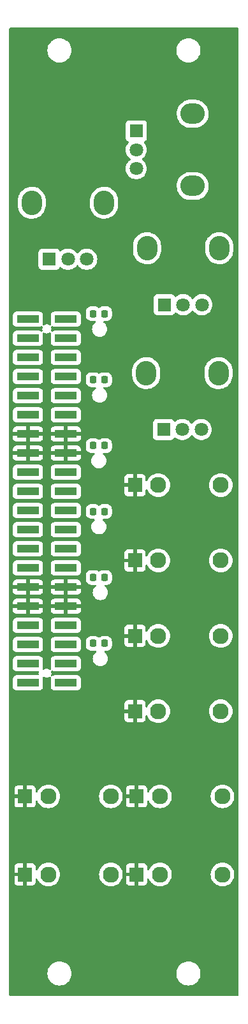
<source format=gbr>
%TF.GenerationSoftware,KiCad,Pcbnew,(7.0.0)*%
%TF.CreationDate,2023-03-30T09:00:50-07:00*%
%TF.ProjectId,wyw_r_frontpanel,7779775f-725f-4667-926f-6e7470616e65,rev?*%
%TF.SameCoordinates,Original*%
%TF.FileFunction,Copper,L2,Bot*%
%TF.FilePolarity,Positive*%
%FSLAX46Y46*%
G04 Gerber Fmt 4.6, Leading zero omitted, Abs format (unit mm)*
G04 Created by KiCad (PCBNEW (7.0.0)) date 2023-03-30 09:00:50*
%MOMM*%
%LPD*%
G01*
G04 APERTURE LIST*
G04 Aperture macros list*
%AMRoundRect*
0 Rectangle with rounded corners*
0 $1 Rounding radius*
0 $2 $3 $4 $5 $6 $7 $8 $9 X,Y pos of 4 corners*
0 Add a 4 corners polygon primitive as box body*
4,1,4,$2,$3,$4,$5,$6,$7,$8,$9,$2,$3,0*
0 Add four circle primitives for the rounded corners*
1,1,$1+$1,$2,$3*
1,1,$1+$1,$4,$5*
1,1,$1+$1,$6,$7*
1,1,$1+$1,$8,$9*
0 Add four rect primitives between the rounded corners*
20,1,$1+$1,$2,$3,$4,$5,0*
20,1,$1+$1,$4,$5,$6,$7,0*
20,1,$1+$1,$6,$7,$8,$9,0*
20,1,$1+$1,$8,$9,$2,$3,0*%
G04 Aperture macros list end*
%TA.AperFunction,SMDPad,CuDef*%
%ADD10R,3.000000X1.000000*%
%TD*%
%TA.AperFunction,ComponentPad*%
%ADD11C,2.130000*%
%TD*%
%TA.AperFunction,ComponentPad*%
%ADD12R,1.830000X1.930000*%
%TD*%
%TA.AperFunction,ComponentPad*%
%ADD13O,2.720000X3.240000*%
%TD*%
%TA.AperFunction,ComponentPad*%
%ADD14R,1.800000X1.800000*%
%TD*%
%TA.AperFunction,ComponentPad*%
%ADD15C,1.800000*%
%TD*%
%TA.AperFunction,ComponentPad*%
%ADD16O,3.240000X2.720000*%
%TD*%
%TA.AperFunction,SMDPad,CuDef*%
%ADD17RoundRect,0.218750X0.218750X0.256250X-0.218750X0.256250X-0.218750X-0.256250X0.218750X-0.256250X0*%
%TD*%
G04 APERTURE END LIST*
D10*
%TO.P,J1,40,Pin_40*%
%TO.N,Net-(J1-Pin_40)*%
X27519999Y-106939999D03*
%TO.P,J1,39,Pin_39*%
%TO.N,Net-(J1-Pin_39)*%
X22479999Y-106939999D03*
%TO.P,J1,38,Pin_38*%
%TO.N,Net-(J1-Pin_38)*%
X27519999Y-104399999D03*
%TO.P,J1,37,Pin_37*%
%TO.N,Net-(J1-Pin_37)*%
X22479999Y-104399999D03*
%TO.P,J1,36,Pin_36*%
%TO.N,Net-(J1-Pin_36)*%
X27519999Y-101859999D03*
%TO.P,J1,35,Pin_35*%
%TO.N,Net-(J1-Pin_35)*%
X22479999Y-101859999D03*
%TO.P,J1,34,Pin_34*%
%TO.N,Net-(J1-Pin_34)*%
X27519999Y-99319999D03*
%TO.P,J1,33,Pin_33*%
%TO.N,Net-(J1-Pin_33)*%
X22479999Y-99319999D03*
%TO.P,J1,32,Pin_32*%
%TO.N,GND*%
X27519999Y-96779999D03*
%TO.P,J1,31,Pin_31*%
X22479999Y-96779999D03*
%TO.P,J1,30,Pin_30*%
X27519999Y-94239999D03*
%TO.P,J1,29,Pin_29*%
X22479999Y-94239999D03*
%TO.P,J1,28,Pin_28*%
%TO.N,Net-(D6-K)*%
X27519999Y-91699999D03*
%TO.P,J1,27,Pin_27*%
%TO.N,Net-(D6-A)*%
X22479999Y-91699999D03*
%TO.P,J1,26,Pin_26*%
%TO.N,Net-(D5-K)*%
X27519999Y-89159999D03*
%TO.P,J1,25,Pin_25*%
%TO.N,Net-(D5-A)*%
X22479999Y-89159999D03*
%TO.P,J1,24,Pin_24*%
%TO.N,Net-(D4-K)*%
X27519999Y-86619999D03*
%TO.P,J1,23,Pin_23*%
%TO.N,Net-(D4-A)*%
X22479999Y-86619999D03*
%TO.P,J1,22,Pin_22*%
%TO.N,Net-(D3-K)*%
X27519999Y-84079999D03*
%TO.P,J1,21,Pin_21*%
%TO.N,Net-(D3-A)*%
X22479999Y-84079999D03*
%TO.P,J1,20,Pin_20*%
%TO.N,Net-(D2-K)*%
X27519999Y-81539999D03*
%TO.P,J1,19,Pin_19*%
%TO.N,Net-(D2-A)*%
X22479999Y-81539999D03*
%TO.P,J1,18,Pin_18*%
%TO.N,Net-(D1-K)*%
X27519999Y-78999999D03*
%TO.P,J1,17,Pin_17*%
%TO.N,Net-(D1-A)*%
X22479999Y-78999999D03*
%TO.P,J1,16,Pin_16*%
%TO.N,GND*%
X27519999Y-76459999D03*
%TO.P,J1,15,Pin_15*%
X22479999Y-76459999D03*
%TO.P,J1,14,Pin_14*%
X27519999Y-73919999D03*
%TO.P,J1,13,Pin_13*%
X22479999Y-73919999D03*
%TO.P,J1,12,Pin_12*%
%TO.N,Net-(J1-Pin_12)*%
X27519999Y-71379999D03*
%TO.P,J1,11,Pin_11*%
%TO.N,Net-(J1-Pin_11)*%
X22479999Y-71379999D03*
%TO.P,J1,10,Pin_10*%
%TO.N,Net-(J1-Pin_10)*%
X27519999Y-68839999D03*
%TO.P,J1,9,Pin_9*%
%TO.N,Net-(J1-Pin_9)*%
X22479999Y-68839999D03*
%TO.P,J1,8,Pin_8*%
%TO.N,unconnected-(J1-Pin_8-Pad8)*%
X27519999Y-66299999D03*
%TO.P,J1,7,Pin_7*%
%TO.N,Net-(J1-Pin_7)*%
X22479999Y-66299999D03*
%TO.P,J1,6,Pin_6*%
%TO.N,Net-(J1-Pin_6)*%
X27519999Y-63759999D03*
%TO.P,J1,5,Pin_5*%
%TO.N,Net-(J1-Pin_5)*%
X22479999Y-63759999D03*
%TO.P,J1,4,Pin_4*%
%TO.N,Net-(J1-Pin_4)*%
X27519999Y-61219999D03*
%TO.P,J1,3,Pin_3*%
%TO.N,Net-(J1-Pin_3)*%
X22479999Y-61219999D03*
%TO.P,J1,2,Pin_2*%
%TO.N,Net-(J1-Pin_2)*%
X27519999Y-58679999D03*
%TO.P,J1,1,Pin_1*%
%TO.N,Net-(J1-Pin_1)*%
X22479999Y-58679999D03*
%TD*%
D11*
%TO.P,J5,TN*%
%TO.N,unconnected-(J5-PadTN)*%
X39800000Y-110700000D03*
%TO.P,J5,T*%
%TO.N,Net-(J1-Pin_39)*%
X48100000Y-110700000D03*
D12*
%TO.P,J5,S*%
%TO.N,GND*%
X36699999Y-110699999D03*
%TD*%
D13*
%TO.P,RV3,*%
%TO.N,*%
X38299999Y-49249999D03*
X47899999Y-49249999D03*
D14*
%TO.P,RV3,1,1*%
%TO.N,Net-(J1-Pin_9)*%
X40599999Y-56749999D03*
D15*
%TO.P,RV3,2,2*%
%TO.N,unconnected-(RV3-Pad2)*%
X43100000Y-56750000D03*
%TO.P,RV3,3,3*%
%TO.N,Net-(J1-Pin_7)*%
X45600000Y-56750000D03*
%TD*%
D11*
%TO.P,J9,TN*%
%TO.N,unconnected-(J9-PadTN)*%
X40021539Y-132358354D03*
%TO.P,J9,T*%
%TO.N,Net-(J1-Pin_40)*%
X48321539Y-132358354D03*
D12*
%TO.P,J9,S*%
%TO.N,GND*%
X36921538Y-132358353D03*
%TD*%
D13*
%TO.P,RV1,*%
%TO.N,*%
X22999999Y-43224999D03*
X32599999Y-43224999D03*
D14*
%TO.P,RV1,1,1*%
%TO.N,Net-(J1-Pin_3)*%
X25299999Y-50724999D03*
D15*
%TO.P,RV1,2,2*%
%TO.N,Net-(J1-Pin_2)*%
X27800000Y-50725000D03*
%TO.P,RV1,3,3*%
%TO.N,Net-(J1-Pin_1)*%
X30300000Y-50725000D03*
%TD*%
D11*
%TO.P,J3,TN*%
%TO.N,unconnected-(J3-PadTN)*%
X39800000Y-90700000D03*
%TO.P,J3,T*%
%TO.N,Net-(J1-Pin_35)*%
X48100000Y-90700000D03*
D12*
%TO.P,J3,S*%
%TO.N,GND*%
X36699999Y-90699999D03*
%TD*%
D11*
%TO.P,J2,TN*%
%TO.N,unconnected-(J2-PadTN)*%
X39800000Y-80700000D03*
%TO.P,J2,T*%
%TO.N,Net-(J1-Pin_33)*%
X48100000Y-80700000D03*
D12*
%TO.P,J2,S*%
%TO.N,GND*%
X36699999Y-80699999D03*
%TD*%
D11*
%TO.P,J4,TN*%
%TO.N,unconnected-(J4-PadTN)*%
X39800000Y-100700000D03*
%TO.P,J4,T*%
%TO.N,Net-(J1-Pin_37)*%
X48100000Y-100700000D03*
D12*
%TO.P,J4,S*%
%TO.N,GND*%
X36699999Y-100699999D03*
%TD*%
%TO.P,J6,S*%
%TO.N,GND*%
X22099999Y-121999999D03*
D11*
%TO.P,J6,T*%
%TO.N,Net-(J1-Pin_34)*%
X33500000Y-122000000D03*
%TO.P,J6,TN*%
%TO.N,unconnected-(J6-PadTN)*%
X25200000Y-122000000D03*
%TD*%
%TO.P,J7,TN*%
%TO.N,unconnected-(J7-PadTN)*%
X40021539Y-122000000D03*
%TO.P,J7,T*%
%TO.N,Net-(J1-Pin_36)*%
X48321539Y-122000000D03*
D12*
%TO.P,J7,S*%
%TO.N,GND*%
X36921538Y-121999999D03*
%TD*%
D15*
%TO.P,RV4,3,3*%
%TO.N,Net-(J1-Pin_12)*%
X45500000Y-73325000D03*
%TO.P,RV4,2,2*%
%TO.N,Net-(J1-Pin_11)*%
X43000000Y-73325000D03*
D14*
%TO.P,RV4,1,1*%
%TO.N,Net-(J1-Pin_10)*%
X40499999Y-73324999D03*
D13*
%TO.P,RV4,*%
%TO.N,*%
X47799999Y-65824999D03*
X38199999Y-65824999D03*
%TD*%
D12*
%TO.P,J8,S*%
%TO.N,GND*%
X22099999Y-132358353D03*
D11*
%TO.P,J8,T*%
%TO.N,Net-(J1-Pin_38)*%
X33500000Y-132358354D03*
%TO.P,J8,TN*%
%TO.N,unconnected-(J8-PadTN)*%
X25200000Y-132358354D03*
%TD*%
D16*
%TO.P,RV2,*%
%TO.N,*%
X44374999Y-31399999D03*
X44374999Y-40999999D03*
D14*
%TO.P,RV2,1,1*%
%TO.N,Net-(J1-Pin_4)*%
X36874999Y-33699999D03*
D15*
%TO.P,RV2,2,2*%
%TO.N,Net-(J1-Pin_5)*%
X36875000Y-36200000D03*
%TO.P,RV2,3,3*%
%TO.N,Net-(J1-Pin_6)*%
X36875000Y-38700000D03*
%TD*%
D17*
%TO.P,D5,2,A*%
%TO.N,Net-(D5-A)*%
X31125000Y-92950000D03*
%TO.P,D5,1,K*%
%TO.N,Net-(D5-K)*%
X32700000Y-92950000D03*
%TD*%
%TO.P,D6,2,A*%
%TO.N,Net-(D6-A)*%
X31125000Y-101700000D03*
%TO.P,D6,1,K*%
%TO.N,Net-(D6-K)*%
X32700000Y-101700000D03*
%TD*%
%TO.P,D3,2,A*%
%TO.N,Net-(D3-A)*%
X31125000Y-75450000D03*
%TO.P,D3,1,K*%
%TO.N,Net-(D3-K)*%
X32700000Y-75450000D03*
%TD*%
%TO.P,D4,2,A*%
%TO.N,Net-(D4-A)*%
X31125000Y-84200000D03*
%TO.P,D4,1,K*%
%TO.N,Net-(D4-K)*%
X32700000Y-84200000D03*
%TD*%
%TO.P,D2,2,A*%
%TO.N,Net-(D2-A)*%
X31125000Y-66700000D03*
%TO.P,D2,1,K*%
%TO.N,Net-(D2-K)*%
X32700000Y-66700000D03*
%TD*%
%TO.P,D1,2,A*%
%TO.N,Net-(D1-A)*%
X31125000Y-57950000D03*
%TO.P,D1,1,K*%
%TO.N,Net-(D1-K)*%
X32700000Y-57950000D03*
%TD*%
%TA.AperFunction,Conductor*%
%TO.N,GND*%
G36*
X50417500Y-20017113D02*
G01*
X50462887Y-20062500D01*
X50479500Y-20124500D01*
X50479500Y-148375500D01*
X50462887Y-148437500D01*
X50417500Y-148482887D01*
X50355500Y-148499500D01*
X20124500Y-148499500D01*
X20062500Y-148482887D01*
X20017113Y-148437500D01*
X20000500Y-148375500D01*
X20000500Y-145500000D01*
X25074551Y-145500000D01*
X25094317Y-145751148D01*
X25095452Y-145755877D01*
X25095453Y-145755881D01*
X25151989Y-145991374D01*
X25151991Y-145991382D01*
X25153127Y-145996111D01*
X25249534Y-146228859D01*
X25252081Y-146233016D01*
X25252082Y-146233017D01*
X25378617Y-146439504D01*
X25378622Y-146439511D01*
X25381164Y-146443659D01*
X25384324Y-146447358D01*
X25384327Y-146447363D01*
X25534845Y-146623596D01*
X25544776Y-146635224D01*
X25548476Y-146638384D01*
X25730705Y-146794023D01*
X25736341Y-146798836D01*
X25740491Y-146801379D01*
X25740495Y-146801382D01*
X25852300Y-146869896D01*
X25951141Y-146930466D01*
X26183889Y-147026873D01*
X26428852Y-147085683D01*
X26680000Y-147105449D01*
X26931148Y-147085683D01*
X27176111Y-147026873D01*
X27408859Y-146930466D01*
X27623659Y-146798836D01*
X27815224Y-146635224D01*
X27978836Y-146443659D01*
X28110466Y-146228859D01*
X28206873Y-145996111D01*
X28265683Y-145751148D01*
X28285449Y-145500000D01*
X42194551Y-145500000D01*
X42214317Y-145751148D01*
X42215452Y-145755877D01*
X42215453Y-145755881D01*
X42271989Y-145991374D01*
X42271991Y-145991382D01*
X42273127Y-145996111D01*
X42369534Y-146228859D01*
X42372081Y-146233016D01*
X42372082Y-146233017D01*
X42498617Y-146439504D01*
X42498622Y-146439511D01*
X42501164Y-146443659D01*
X42504324Y-146447358D01*
X42504327Y-146447363D01*
X42654845Y-146623596D01*
X42664776Y-146635224D01*
X42668476Y-146638384D01*
X42850705Y-146794023D01*
X42856341Y-146798836D01*
X42860491Y-146801379D01*
X42860495Y-146801382D01*
X42972300Y-146869896D01*
X43071141Y-146930466D01*
X43303889Y-147026873D01*
X43548852Y-147085683D01*
X43800000Y-147105449D01*
X44051148Y-147085683D01*
X44296111Y-147026873D01*
X44528859Y-146930466D01*
X44743659Y-146798836D01*
X44935224Y-146635224D01*
X45098836Y-146443659D01*
X45230466Y-146228859D01*
X45326873Y-145996111D01*
X45385683Y-145751148D01*
X45405449Y-145500000D01*
X45385683Y-145248852D01*
X45326873Y-145003889D01*
X45230466Y-144771141D01*
X45098836Y-144556341D01*
X44935224Y-144364776D01*
X44931523Y-144361615D01*
X44747363Y-144204327D01*
X44747358Y-144204324D01*
X44743659Y-144201164D01*
X44739511Y-144198622D01*
X44739504Y-144198617D01*
X44533017Y-144072082D01*
X44533016Y-144072081D01*
X44528859Y-144069534D01*
X44296111Y-143973127D01*
X44291382Y-143971991D01*
X44291374Y-143971989D01*
X44055881Y-143915453D01*
X44055877Y-143915452D01*
X44051148Y-143914317D01*
X44046295Y-143913935D01*
X43804854Y-143894933D01*
X43800000Y-143894551D01*
X43795146Y-143894933D01*
X43553704Y-143913935D01*
X43553702Y-143913935D01*
X43548852Y-143914317D01*
X43544124Y-143915451D01*
X43544118Y-143915453D01*
X43308625Y-143971989D01*
X43308613Y-143971992D01*
X43303889Y-143973127D01*
X43299392Y-143974989D01*
X43299388Y-143974991D01*
X43075645Y-144067668D01*
X43075640Y-144067670D01*
X43071141Y-144069534D01*
X43066988Y-144072078D01*
X43066982Y-144072082D01*
X42860495Y-144198617D01*
X42860482Y-144198626D01*
X42856341Y-144201164D01*
X42852646Y-144204319D01*
X42852636Y-144204327D01*
X42668476Y-144361615D01*
X42668469Y-144361621D01*
X42664776Y-144364776D01*
X42661621Y-144368469D01*
X42661615Y-144368476D01*
X42504327Y-144552636D01*
X42504319Y-144552646D01*
X42501164Y-144556341D01*
X42498626Y-144560482D01*
X42498617Y-144560495D01*
X42372082Y-144766982D01*
X42372078Y-144766988D01*
X42369534Y-144771141D01*
X42367670Y-144775640D01*
X42367668Y-144775645D01*
X42274991Y-144999388D01*
X42273127Y-145003889D01*
X42271992Y-145008613D01*
X42271989Y-145008625D01*
X42215453Y-145244118D01*
X42215451Y-145244124D01*
X42214317Y-145248852D01*
X42194551Y-145500000D01*
X28285449Y-145500000D01*
X28265683Y-145248852D01*
X28206873Y-145003889D01*
X28110466Y-144771141D01*
X27978836Y-144556341D01*
X27815224Y-144364776D01*
X27811523Y-144361615D01*
X27627363Y-144204327D01*
X27627358Y-144204324D01*
X27623659Y-144201164D01*
X27619511Y-144198622D01*
X27619504Y-144198617D01*
X27413017Y-144072082D01*
X27413016Y-144072081D01*
X27408859Y-144069534D01*
X27176111Y-143973127D01*
X27171382Y-143971991D01*
X27171374Y-143971989D01*
X26935881Y-143915453D01*
X26935877Y-143915452D01*
X26931148Y-143914317D01*
X26926295Y-143913935D01*
X26684854Y-143894933D01*
X26680000Y-143894551D01*
X26675146Y-143894933D01*
X26433704Y-143913935D01*
X26433702Y-143913935D01*
X26428852Y-143914317D01*
X26424124Y-143915451D01*
X26424118Y-143915453D01*
X26188625Y-143971989D01*
X26188613Y-143971992D01*
X26183889Y-143973127D01*
X26179392Y-143974989D01*
X26179388Y-143974991D01*
X25955645Y-144067668D01*
X25955640Y-144067670D01*
X25951141Y-144069534D01*
X25946988Y-144072078D01*
X25946982Y-144072082D01*
X25740495Y-144198617D01*
X25740482Y-144198626D01*
X25736341Y-144201164D01*
X25732646Y-144204319D01*
X25732636Y-144204327D01*
X25548476Y-144361615D01*
X25548469Y-144361621D01*
X25544776Y-144364776D01*
X25541621Y-144368469D01*
X25541615Y-144368476D01*
X25384327Y-144552636D01*
X25384319Y-144552646D01*
X25381164Y-144556341D01*
X25378626Y-144560482D01*
X25378617Y-144560495D01*
X25252082Y-144766982D01*
X25252078Y-144766988D01*
X25249534Y-144771141D01*
X25247670Y-144775640D01*
X25247668Y-144775645D01*
X25154991Y-144999388D01*
X25153127Y-145003889D01*
X25151992Y-145008613D01*
X25151989Y-145008625D01*
X25095453Y-145244118D01*
X25095451Y-145244124D01*
X25094317Y-145248852D01*
X25074551Y-145500000D01*
X20000500Y-145500000D01*
X20000500Y-138000000D01*
X21499459Y-138000000D01*
X21499617Y-138000383D01*
X21499901Y-138000500D01*
X24487944Y-138000500D01*
X24500099Y-138000500D01*
X24500383Y-138000383D01*
X24500541Y-138000000D01*
X26499459Y-138000000D01*
X26499617Y-138000383D01*
X26499901Y-138000500D01*
X29487944Y-138000500D01*
X29500099Y-138000500D01*
X29500383Y-138000383D01*
X29500541Y-138000000D01*
X31499459Y-138000000D01*
X31499617Y-138000383D01*
X31499901Y-138000500D01*
X34487944Y-138000500D01*
X34500099Y-138000500D01*
X34500383Y-138000383D01*
X34500541Y-138000000D01*
X36499459Y-138000000D01*
X36499617Y-138000383D01*
X36499901Y-138000500D01*
X39487944Y-138000500D01*
X39500099Y-138000500D01*
X39500383Y-138000383D01*
X39500541Y-138000000D01*
X41499459Y-138000000D01*
X41499617Y-138000383D01*
X41499901Y-138000500D01*
X44487944Y-138000500D01*
X44500099Y-138000500D01*
X44500383Y-138000383D01*
X44500541Y-138000000D01*
X46499459Y-138000000D01*
X46499617Y-138000383D01*
X46499901Y-138000500D01*
X49487944Y-138000500D01*
X49500099Y-138000500D01*
X49500383Y-138000383D01*
X49500541Y-138000000D01*
X49500383Y-137999617D01*
X49500099Y-137999500D01*
X46499901Y-137999500D01*
X46499617Y-137999617D01*
X46499459Y-138000000D01*
X44500541Y-138000000D01*
X44500383Y-137999617D01*
X44500099Y-137999500D01*
X41499901Y-137999500D01*
X41499617Y-137999617D01*
X41499459Y-138000000D01*
X39500541Y-138000000D01*
X39500383Y-137999617D01*
X39500099Y-137999500D01*
X36499901Y-137999500D01*
X36499617Y-137999617D01*
X36499459Y-138000000D01*
X34500541Y-138000000D01*
X34500383Y-137999617D01*
X34500099Y-137999500D01*
X31499901Y-137999500D01*
X31499617Y-137999617D01*
X31499459Y-138000000D01*
X29500541Y-138000000D01*
X29500383Y-137999617D01*
X29500099Y-137999500D01*
X26499901Y-137999500D01*
X26499617Y-137999617D01*
X26499459Y-138000000D01*
X24500541Y-138000000D01*
X24500383Y-137999617D01*
X24500099Y-137999500D01*
X21499901Y-137999500D01*
X21499617Y-137999617D01*
X21499459Y-138000000D01*
X20000500Y-138000000D01*
X20000500Y-133367872D01*
X20685000Y-133367872D01*
X20685353Y-133374468D01*
X20690573Y-133423021D01*
X20694111Y-133437995D01*
X20738547Y-133557131D01*
X20746962Y-133572543D01*
X20822498Y-133673446D01*
X20834907Y-133685855D01*
X20935810Y-133761391D01*
X20951222Y-133769806D01*
X21070358Y-133814242D01*
X21085332Y-133817780D01*
X21133885Y-133823000D01*
X21140482Y-133823354D01*
X21833674Y-133823354D01*
X21846549Y-133819903D01*
X21850000Y-133807028D01*
X22350000Y-133807028D01*
X22353450Y-133819903D01*
X22366326Y-133823354D01*
X23059518Y-133823354D01*
X23066114Y-133823000D01*
X23114667Y-133817780D01*
X23129641Y-133814242D01*
X23248777Y-133769806D01*
X23264189Y-133761391D01*
X23365092Y-133685855D01*
X23377501Y-133673446D01*
X23453037Y-133572543D01*
X23461452Y-133557131D01*
X23505888Y-133437995D01*
X23509426Y-133423021D01*
X23514646Y-133374468D01*
X23515000Y-133367872D01*
X23515000Y-133004643D01*
X23533273Y-132939853D01*
X23582705Y-132894158D01*
X23648729Y-132881025D01*
X23711885Y-132904325D01*
X23753560Y-132957189D01*
X23800816Y-133071274D01*
X23929567Y-133281377D01*
X23932731Y-133285082D01*
X23932735Y-133285087D01*
X24009074Y-133374468D01*
X24089601Y-133468753D01*
X24093308Y-133471919D01*
X24273266Y-133625618D01*
X24273269Y-133625620D01*
X24276977Y-133628787D01*
X24487080Y-133757538D01*
X24714738Y-133851837D01*
X24954345Y-133909361D01*
X25200000Y-133928695D01*
X25445655Y-133909361D01*
X25685262Y-133851837D01*
X25912920Y-133757538D01*
X26123023Y-133628787D01*
X26310399Y-133468753D01*
X26470433Y-133281377D01*
X26599184Y-133071274D01*
X26693483Y-132843616D01*
X26751007Y-132604009D01*
X26770341Y-132358354D01*
X31929659Y-132358354D01*
X31948993Y-132604009D01*
X31950128Y-132608738D01*
X31950129Y-132608742D01*
X32005379Y-132838879D01*
X32005381Y-132838887D01*
X32006517Y-132843616D01*
X32100816Y-133071274D01*
X32229567Y-133281377D01*
X32232731Y-133285082D01*
X32232735Y-133285087D01*
X32309074Y-133374468D01*
X32389601Y-133468753D01*
X32393308Y-133471919D01*
X32573266Y-133625618D01*
X32573269Y-133625620D01*
X32576977Y-133628787D01*
X32787080Y-133757538D01*
X33014738Y-133851837D01*
X33254345Y-133909361D01*
X33500000Y-133928695D01*
X33745655Y-133909361D01*
X33985262Y-133851837D01*
X34212920Y-133757538D01*
X34423023Y-133628787D01*
X34610399Y-133468753D01*
X34696559Y-133367872D01*
X35506539Y-133367872D01*
X35506892Y-133374468D01*
X35512112Y-133423021D01*
X35515650Y-133437995D01*
X35560086Y-133557131D01*
X35568501Y-133572543D01*
X35644037Y-133673446D01*
X35656446Y-133685855D01*
X35757349Y-133761391D01*
X35772761Y-133769806D01*
X35891897Y-133814242D01*
X35906871Y-133817780D01*
X35955424Y-133823000D01*
X35962021Y-133823354D01*
X36655213Y-133823354D01*
X36668088Y-133819903D01*
X36671539Y-133807028D01*
X37171539Y-133807028D01*
X37174989Y-133819903D01*
X37187865Y-133823354D01*
X37881057Y-133823354D01*
X37887653Y-133823000D01*
X37936206Y-133817780D01*
X37951180Y-133814242D01*
X38070316Y-133769806D01*
X38085728Y-133761391D01*
X38186631Y-133685855D01*
X38199040Y-133673446D01*
X38274576Y-133572543D01*
X38282991Y-133557131D01*
X38327427Y-133437995D01*
X38330965Y-133423021D01*
X38336185Y-133374468D01*
X38336539Y-133367872D01*
X38336539Y-133004643D01*
X38354812Y-132939853D01*
X38404244Y-132894158D01*
X38470268Y-132881025D01*
X38533424Y-132904325D01*
X38575099Y-132957189D01*
X38622355Y-133071274D01*
X38751106Y-133281377D01*
X38754270Y-133285082D01*
X38754274Y-133285087D01*
X38830613Y-133374468D01*
X38911140Y-133468753D01*
X38914847Y-133471919D01*
X39094805Y-133625618D01*
X39094808Y-133625620D01*
X39098516Y-133628787D01*
X39308619Y-133757538D01*
X39536277Y-133851837D01*
X39775884Y-133909361D01*
X40021539Y-133928695D01*
X40267194Y-133909361D01*
X40506801Y-133851837D01*
X40734459Y-133757538D01*
X40944562Y-133628787D01*
X41131938Y-133468753D01*
X41291972Y-133281377D01*
X41420723Y-133071274D01*
X41515022Y-132843616D01*
X41572546Y-132604009D01*
X41591880Y-132358354D01*
X46751198Y-132358354D01*
X46770532Y-132604009D01*
X46771667Y-132608738D01*
X46771668Y-132608742D01*
X46826918Y-132838879D01*
X46826920Y-132838887D01*
X46828056Y-132843616D01*
X46922355Y-133071274D01*
X47051106Y-133281377D01*
X47054270Y-133285082D01*
X47054274Y-133285087D01*
X47130613Y-133374468D01*
X47211140Y-133468753D01*
X47214847Y-133471919D01*
X47394805Y-133625618D01*
X47394808Y-133625620D01*
X47398516Y-133628787D01*
X47608619Y-133757538D01*
X47836277Y-133851837D01*
X48075884Y-133909361D01*
X48321539Y-133928695D01*
X48567194Y-133909361D01*
X48806801Y-133851837D01*
X49034459Y-133757538D01*
X49244562Y-133628787D01*
X49431938Y-133468753D01*
X49591972Y-133281377D01*
X49720723Y-133071274D01*
X49815022Y-132843616D01*
X49872546Y-132604009D01*
X49891880Y-132358354D01*
X49872546Y-132112699D01*
X49815022Y-131873092D01*
X49720723Y-131645434D01*
X49591972Y-131435331D01*
X49518098Y-131348836D01*
X49435104Y-131251662D01*
X49431938Y-131247955D01*
X49428230Y-131244788D01*
X49248272Y-131091089D01*
X49248267Y-131091085D01*
X49244562Y-131087921D01*
X49034459Y-130959170D01*
X48806801Y-130864871D01*
X48802072Y-130863735D01*
X48802064Y-130863733D01*
X48571927Y-130808483D01*
X48571923Y-130808482D01*
X48567194Y-130807347D01*
X48562341Y-130806965D01*
X48326393Y-130788395D01*
X48321539Y-130788013D01*
X48316685Y-130788395D01*
X48080736Y-130806965D01*
X48080734Y-130806965D01*
X48075884Y-130807347D01*
X48071156Y-130808481D01*
X48071150Y-130808483D01*
X47841013Y-130863733D01*
X47841001Y-130863736D01*
X47836277Y-130864871D01*
X47831780Y-130866733D01*
X47831776Y-130866735D01*
X47613123Y-130957304D01*
X47613118Y-130957306D01*
X47608619Y-130959170D01*
X47604466Y-130961714D01*
X47604460Y-130961718D01*
X47402673Y-131085373D01*
X47402667Y-131085376D01*
X47398516Y-131087921D01*
X47394816Y-131091080D01*
X47394805Y-131091089D01*
X47214847Y-131244788D01*
X47214840Y-131244794D01*
X47211140Y-131247955D01*
X47207979Y-131251655D01*
X47207973Y-131251662D01*
X47054274Y-131431620D01*
X47054265Y-131431631D01*
X47051106Y-131435331D01*
X47048561Y-131439482D01*
X47048558Y-131439488D01*
X46924903Y-131641275D01*
X46924899Y-131641281D01*
X46922355Y-131645434D01*
X46920491Y-131649933D01*
X46920489Y-131649938D01*
X46853202Y-131812383D01*
X46828056Y-131873092D01*
X46826921Y-131877816D01*
X46826918Y-131877828D01*
X46771668Y-132107965D01*
X46771666Y-132107971D01*
X46770532Y-132112699D01*
X46751198Y-132358354D01*
X41591880Y-132358354D01*
X41572546Y-132112699D01*
X41515022Y-131873092D01*
X41420723Y-131645434D01*
X41291972Y-131435331D01*
X41218098Y-131348836D01*
X41135104Y-131251662D01*
X41131938Y-131247955D01*
X41128230Y-131244788D01*
X40948272Y-131091089D01*
X40948267Y-131091085D01*
X40944562Y-131087921D01*
X40734459Y-130959170D01*
X40506801Y-130864871D01*
X40502072Y-130863735D01*
X40502064Y-130863733D01*
X40271927Y-130808483D01*
X40271923Y-130808482D01*
X40267194Y-130807347D01*
X40262341Y-130806965D01*
X40026393Y-130788395D01*
X40021539Y-130788013D01*
X40016685Y-130788395D01*
X39780736Y-130806965D01*
X39780734Y-130806965D01*
X39775884Y-130807347D01*
X39771156Y-130808481D01*
X39771150Y-130808483D01*
X39541013Y-130863733D01*
X39541001Y-130863736D01*
X39536277Y-130864871D01*
X39531780Y-130866733D01*
X39531776Y-130866735D01*
X39313123Y-130957304D01*
X39313118Y-130957306D01*
X39308619Y-130959170D01*
X39304466Y-130961714D01*
X39304460Y-130961718D01*
X39102673Y-131085373D01*
X39102667Y-131085376D01*
X39098516Y-131087921D01*
X39094816Y-131091080D01*
X39094805Y-131091089D01*
X38914847Y-131244788D01*
X38914840Y-131244794D01*
X38911140Y-131247955D01*
X38907979Y-131251655D01*
X38907973Y-131251662D01*
X38754274Y-131431620D01*
X38754265Y-131431631D01*
X38751106Y-131435331D01*
X38748561Y-131439482D01*
X38748558Y-131439488D01*
X38624903Y-131641275D01*
X38624899Y-131641281D01*
X38622355Y-131645434D01*
X38620491Y-131649933D01*
X38620489Y-131649938D01*
X38575100Y-131759518D01*
X38533424Y-131812383D01*
X38470268Y-131835683D01*
X38404244Y-131822550D01*
X38354812Y-131776855D01*
X38336539Y-131712065D01*
X38336539Y-131348836D01*
X38336185Y-131342239D01*
X38330965Y-131293686D01*
X38327427Y-131278712D01*
X38282991Y-131159576D01*
X38274576Y-131144164D01*
X38199040Y-131043261D01*
X38186631Y-131030852D01*
X38085728Y-130955316D01*
X38070316Y-130946901D01*
X37951180Y-130902465D01*
X37936206Y-130898927D01*
X37887653Y-130893707D01*
X37881057Y-130893354D01*
X37187865Y-130893354D01*
X37174989Y-130896804D01*
X37171539Y-130909680D01*
X37171539Y-133807028D01*
X36671539Y-133807028D01*
X36671539Y-132624680D01*
X36668088Y-132611804D01*
X36655213Y-132608354D01*
X35522865Y-132608354D01*
X35509989Y-132611804D01*
X35506539Y-132624680D01*
X35506539Y-133367872D01*
X34696559Y-133367872D01*
X34770433Y-133281377D01*
X34899184Y-133071274D01*
X34993483Y-132843616D01*
X35051007Y-132604009D01*
X35070341Y-132358354D01*
X35051007Y-132112699D01*
X35046044Y-132092028D01*
X35506539Y-132092028D01*
X35509989Y-132104903D01*
X35522865Y-132108354D01*
X36655213Y-132108354D01*
X36668088Y-132104903D01*
X36671539Y-132092028D01*
X36671539Y-130909680D01*
X36668088Y-130896804D01*
X36655213Y-130893354D01*
X35962021Y-130893354D01*
X35955424Y-130893707D01*
X35906871Y-130898927D01*
X35891897Y-130902465D01*
X35772761Y-130946901D01*
X35757349Y-130955316D01*
X35656446Y-131030852D01*
X35644037Y-131043261D01*
X35568501Y-131144164D01*
X35560086Y-131159576D01*
X35515650Y-131278712D01*
X35512112Y-131293686D01*
X35506892Y-131342239D01*
X35506539Y-131348836D01*
X35506539Y-132092028D01*
X35046044Y-132092028D01*
X34993483Y-131873092D01*
X34899184Y-131645434D01*
X34770433Y-131435331D01*
X34696559Y-131348836D01*
X34613565Y-131251662D01*
X34610399Y-131247955D01*
X34606691Y-131244788D01*
X34426733Y-131091089D01*
X34426728Y-131091085D01*
X34423023Y-131087921D01*
X34212920Y-130959170D01*
X33985262Y-130864871D01*
X33980533Y-130863735D01*
X33980525Y-130863733D01*
X33750388Y-130808483D01*
X33750384Y-130808482D01*
X33745655Y-130807347D01*
X33740802Y-130806965D01*
X33504854Y-130788395D01*
X33500000Y-130788013D01*
X33495146Y-130788395D01*
X33259197Y-130806965D01*
X33259195Y-130806965D01*
X33254345Y-130807347D01*
X33249617Y-130808481D01*
X33249611Y-130808483D01*
X33019474Y-130863733D01*
X33019462Y-130863736D01*
X33014738Y-130864871D01*
X33010241Y-130866733D01*
X33010237Y-130866735D01*
X32791584Y-130957304D01*
X32791579Y-130957306D01*
X32787080Y-130959170D01*
X32782927Y-130961714D01*
X32782921Y-130961718D01*
X32581134Y-131085373D01*
X32581128Y-131085376D01*
X32576977Y-131087921D01*
X32573277Y-131091080D01*
X32573266Y-131091089D01*
X32393308Y-131244788D01*
X32393301Y-131244794D01*
X32389601Y-131247955D01*
X32386440Y-131251655D01*
X32386434Y-131251662D01*
X32232735Y-131431620D01*
X32232726Y-131431631D01*
X32229567Y-131435331D01*
X32227022Y-131439482D01*
X32227019Y-131439488D01*
X32103364Y-131641275D01*
X32103360Y-131641281D01*
X32100816Y-131645434D01*
X32098952Y-131649933D01*
X32098950Y-131649938D01*
X32031663Y-131812383D01*
X32006517Y-131873092D01*
X32005382Y-131877816D01*
X32005379Y-131877828D01*
X31950129Y-132107965D01*
X31950127Y-132107971D01*
X31948993Y-132112699D01*
X31929659Y-132358354D01*
X26770341Y-132358354D01*
X26751007Y-132112699D01*
X26693483Y-131873092D01*
X26599184Y-131645434D01*
X26470433Y-131435331D01*
X26396559Y-131348836D01*
X26313565Y-131251662D01*
X26310399Y-131247955D01*
X26306691Y-131244788D01*
X26126733Y-131091089D01*
X26126728Y-131091085D01*
X26123023Y-131087921D01*
X25912920Y-130959170D01*
X25685262Y-130864871D01*
X25680533Y-130863735D01*
X25680525Y-130863733D01*
X25450388Y-130808483D01*
X25450384Y-130808482D01*
X25445655Y-130807347D01*
X25440802Y-130806965D01*
X25204854Y-130788395D01*
X25200000Y-130788013D01*
X25195146Y-130788395D01*
X24959197Y-130806965D01*
X24959195Y-130806965D01*
X24954345Y-130807347D01*
X24949617Y-130808481D01*
X24949611Y-130808483D01*
X24719474Y-130863733D01*
X24719462Y-130863736D01*
X24714738Y-130864871D01*
X24710241Y-130866733D01*
X24710237Y-130866735D01*
X24491584Y-130957304D01*
X24491579Y-130957306D01*
X24487080Y-130959170D01*
X24482927Y-130961714D01*
X24482921Y-130961718D01*
X24281134Y-131085373D01*
X24281128Y-131085376D01*
X24276977Y-131087921D01*
X24273277Y-131091080D01*
X24273266Y-131091089D01*
X24093308Y-131244788D01*
X24093301Y-131244794D01*
X24089601Y-131247955D01*
X24086440Y-131251655D01*
X24086434Y-131251662D01*
X23932735Y-131431620D01*
X23932726Y-131431631D01*
X23929567Y-131435331D01*
X23927022Y-131439482D01*
X23927019Y-131439488D01*
X23803364Y-131641275D01*
X23803360Y-131641281D01*
X23800816Y-131645434D01*
X23798952Y-131649933D01*
X23798950Y-131649938D01*
X23753561Y-131759518D01*
X23711885Y-131812383D01*
X23648729Y-131835683D01*
X23582705Y-131822550D01*
X23533273Y-131776855D01*
X23515000Y-131712065D01*
X23515000Y-131348836D01*
X23514646Y-131342239D01*
X23509426Y-131293686D01*
X23505888Y-131278712D01*
X23461452Y-131159576D01*
X23453037Y-131144164D01*
X23377501Y-131043261D01*
X23365092Y-131030852D01*
X23264189Y-130955316D01*
X23248777Y-130946901D01*
X23129641Y-130902465D01*
X23114667Y-130898927D01*
X23066114Y-130893707D01*
X23059518Y-130893354D01*
X22366326Y-130893354D01*
X22353450Y-130896804D01*
X22350000Y-130909680D01*
X22350000Y-133807028D01*
X21850000Y-133807028D01*
X21850000Y-132624680D01*
X21846549Y-132611804D01*
X21833674Y-132608354D01*
X20701326Y-132608354D01*
X20688450Y-132611804D01*
X20685000Y-132624680D01*
X20685000Y-133367872D01*
X20000500Y-133367872D01*
X20000500Y-132092028D01*
X20685000Y-132092028D01*
X20688450Y-132104903D01*
X20701326Y-132108354D01*
X21833674Y-132108354D01*
X21846549Y-132104903D01*
X21850000Y-132092028D01*
X21850000Y-130909680D01*
X21846549Y-130896804D01*
X21833674Y-130893354D01*
X21140482Y-130893354D01*
X21133885Y-130893707D01*
X21085332Y-130898927D01*
X21070358Y-130902465D01*
X20951222Y-130946901D01*
X20935810Y-130955316D01*
X20834907Y-131030852D01*
X20822498Y-131043261D01*
X20746962Y-131144164D01*
X20738547Y-131159576D01*
X20694111Y-131278712D01*
X20690573Y-131293686D01*
X20685353Y-131342239D01*
X20685000Y-131348836D01*
X20685000Y-132092028D01*
X20000500Y-132092028D01*
X20000500Y-123009518D01*
X20685000Y-123009518D01*
X20685353Y-123016114D01*
X20690573Y-123064667D01*
X20694111Y-123079641D01*
X20738547Y-123198777D01*
X20746962Y-123214189D01*
X20822498Y-123315092D01*
X20834907Y-123327501D01*
X20935810Y-123403037D01*
X20951222Y-123411452D01*
X21070358Y-123455888D01*
X21085332Y-123459426D01*
X21133885Y-123464646D01*
X21140482Y-123465000D01*
X21833674Y-123465000D01*
X21846549Y-123461549D01*
X21850000Y-123448674D01*
X22350000Y-123448674D01*
X22353450Y-123461549D01*
X22366326Y-123465000D01*
X23059518Y-123465000D01*
X23066114Y-123464646D01*
X23114667Y-123459426D01*
X23129641Y-123455888D01*
X23248777Y-123411452D01*
X23264189Y-123403037D01*
X23365092Y-123327501D01*
X23377501Y-123315092D01*
X23453037Y-123214189D01*
X23461452Y-123198777D01*
X23505888Y-123079641D01*
X23509426Y-123064667D01*
X23514646Y-123016114D01*
X23515000Y-123009518D01*
X23515000Y-122646289D01*
X23533273Y-122581499D01*
X23582705Y-122535804D01*
X23648729Y-122522671D01*
X23711885Y-122545971D01*
X23753560Y-122598835D01*
X23800816Y-122712920D01*
X23929567Y-122923023D01*
X23932731Y-122926728D01*
X23932735Y-122926733D01*
X24009074Y-123016114D01*
X24089601Y-123110399D01*
X24093308Y-123113565D01*
X24273266Y-123267264D01*
X24273269Y-123267266D01*
X24276977Y-123270433D01*
X24487080Y-123399184D01*
X24714738Y-123493483D01*
X24954345Y-123551007D01*
X25200000Y-123570341D01*
X25445655Y-123551007D01*
X25685262Y-123493483D01*
X25912920Y-123399184D01*
X26123023Y-123270433D01*
X26310399Y-123110399D01*
X26470433Y-122923023D01*
X26599184Y-122712920D01*
X26693483Y-122485262D01*
X26751007Y-122245655D01*
X26770341Y-122000000D01*
X31929659Y-122000000D01*
X31948993Y-122245655D01*
X31950128Y-122250384D01*
X31950129Y-122250388D01*
X32005379Y-122480525D01*
X32005381Y-122480533D01*
X32006517Y-122485262D01*
X32100816Y-122712920D01*
X32229567Y-122923023D01*
X32232731Y-122926728D01*
X32232735Y-122926733D01*
X32309074Y-123016114D01*
X32389601Y-123110399D01*
X32393308Y-123113565D01*
X32573266Y-123267264D01*
X32573269Y-123267266D01*
X32576977Y-123270433D01*
X32787080Y-123399184D01*
X33014738Y-123493483D01*
X33254345Y-123551007D01*
X33500000Y-123570341D01*
X33745655Y-123551007D01*
X33985262Y-123493483D01*
X34212920Y-123399184D01*
X34423023Y-123270433D01*
X34610399Y-123110399D01*
X34696559Y-123009518D01*
X35506539Y-123009518D01*
X35506892Y-123016114D01*
X35512112Y-123064667D01*
X35515650Y-123079641D01*
X35560086Y-123198777D01*
X35568501Y-123214189D01*
X35644037Y-123315092D01*
X35656446Y-123327501D01*
X35757349Y-123403037D01*
X35772761Y-123411452D01*
X35891897Y-123455888D01*
X35906871Y-123459426D01*
X35955424Y-123464646D01*
X35962021Y-123465000D01*
X36655213Y-123465000D01*
X36668088Y-123461549D01*
X36671539Y-123448674D01*
X37171539Y-123448674D01*
X37174989Y-123461549D01*
X37187865Y-123465000D01*
X37881057Y-123465000D01*
X37887653Y-123464646D01*
X37936206Y-123459426D01*
X37951180Y-123455888D01*
X38070316Y-123411452D01*
X38085728Y-123403037D01*
X38186631Y-123327501D01*
X38199040Y-123315092D01*
X38274576Y-123214189D01*
X38282991Y-123198777D01*
X38327427Y-123079641D01*
X38330965Y-123064667D01*
X38336185Y-123016114D01*
X38336539Y-123009518D01*
X38336539Y-122646289D01*
X38354812Y-122581499D01*
X38404244Y-122535804D01*
X38470268Y-122522671D01*
X38533424Y-122545971D01*
X38575099Y-122598835D01*
X38622355Y-122712920D01*
X38751106Y-122923023D01*
X38754270Y-122926728D01*
X38754274Y-122926733D01*
X38830613Y-123016114D01*
X38911140Y-123110399D01*
X38914847Y-123113565D01*
X39094805Y-123267264D01*
X39094808Y-123267266D01*
X39098516Y-123270433D01*
X39308619Y-123399184D01*
X39536277Y-123493483D01*
X39775884Y-123551007D01*
X40021539Y-123570341D01*
X40267194Y-123551007D01*
X40506801Y-123493483D01*
X40734459Y-123399184D01*
X40944562Y-123270433D01*
X41131938Y-123110399D01*
X41291972Y-122923023D01*
X41420723Y-122712920D01*
X41515022Y-122485262D01*
X41572546Y-122245655D01*
X41591880Y-122000000D01*
X46751198Y-122000000D01*
X46770532Y-122245655D01*
X46771667Y-122250384D01*
X46771668Y-122250388D01*
X46826918Y-122480525D01*
X46826920Y-122480533D01*
X46828056Y-122485262D01*
X46922355Y-122712920D01*
X47051106Y-122923023D01*
X47054270Y-122926728D01*
X47054274Y-122926733D01*
X47130613Y-123016114D01*
X47211140Y-123110399D01*
X47214847Y-123113565D01*
X47394805Y-123267264D01*
X47394808Y-123267266D01*
X47398516Y-123270433D01*
X47608619Y-123399184D01*
X47836277Y-123493483D01*
X48075884Y-123551007D01*
X48321539Y-123570341D01*
X48567194Y-123551007D01*
X48806801Y-123493483D01*
X49034459Y-123399184D01*
X49244562Y-123270433D01*
X49431938Y-123110399D01*
X49591972Y-122923023D01*
X49720723Y-122712920D01*
X49815022Y-122485262D01*
X49872546Y-122245655D01*
X49891880Y-122000000D01*
X49872546Y-121754345D01*
X49815022Y-121514738D01*
X49720723Y-121287080D01*
X49591972Y-121076977D01*
X49518098Y-120990482D01*
X49435104Y-120893308D01*
X49431938Y-120889601D01*
X49428230Y-120886434D01*
X49248272Y-120732735D01*
X49248267Y-120732731D01*
X49244562Y-120729567D01*
X49034459Y-120600816D01*
X48806801Y-120506517D01*
X48802072Y-120505381D01*
X48802064Y-120505379D01*
X48571927Y-120450129D01*
X48571923Y-120450128D01*
X48567194Y-120448993D01*
X48562341Y-120448611D01*
X48326393Y-120430041D01*
X48321539Y-120429659D01*
X48316685Y-120430041D01*
X48080736Y-120448611D01*
X48080734Y-120448611D01*
X48075884Y-120448993D01*
X48071156Y-120450127D01*
X48071150Y-120450129D01*
X47841013Y-120505379D01*
X47841001Y-120505382D01*
X47836277Y-120506517D01*
X47831780Y-120508379D01*
X47831776Y-120508381D01*
X47613123Y-120598950D01*
X47613118Y-120598952D01*
X47608619Y-120600816D01*
X47604466Y-120603360D01*
X47604460Y-120603364D01*
X47402673Y-120727019D01*
X47402667Y-120727022D01*
X47398516Y-120729567D01*
X47394816Y-120732726D01*
X47394805Y-120732735D01*
X47214847Y-120886434D01*
X47214840Y-120886440D01*
X47211140Y-120889601D01*
X47207979Y-120893301D01*
X47207973Y-120893308D01*
X47054274Y-121073266D01*
X47054265Y-121073277D01*
X47051106Y-121076977D01*
X47048561Y-121081128D01*
X47048558Y-121081134D01*
X46924903Y-121282921D01*
X46924899Y-121282927D01*
X46922355Y-121287080D01*
X46920491Y-121291579D01*
X46920489Y-121291584D01*
X46853202Y-121454029D01*
X46828056Y-121514738D01*
X46826921Y-121519462D01*
X46826918Y-121519474D01*
X46771668Y-121749611D01*
X46771666Y-121749617D01*
X46770532Y-121754345D01*
X46751198Y-122000000D01*
X41591880Y-122000000D01*
X41572546Y-121754345D01*
X41515022Y-121514738D01*
X41420723Y-121287080D01*
X41291972Y-121076977D01*
X41218098Y-120990482D01*
X41135104Y-120893308D01*
X41131938Y-120889601D01*
X41128230Y-120886434D01*
X40948272Y-120732735D01*
X40948267Y-120732731D01*
X40944562Y-120729567D01*
X40734459Y-120600816D01*
X40506801Y-120506517D01*
X40502072Y-120505381D01*
X40502064Y-120505379D01*
X40271927Y-120450129D01*
X40271923Y-120450128D01*
X40267194Y-120448993D01*
X40262341Y-120448611D01*
X40026393Y-120430041D01*
X40021539Y-120429659D01*
X40016685Y-120430041D01*
X39780736Y-120448611D01*
X39780734Y-120448611D01*
X39775884Y-120448993D01*
X39771156Y-120450127D01*
X39771150Y-120450129D01*
X39541013Y-120505379D01*
X39541001Y-120505382D01*
X39536277Y-120506517D01*
X39531780Y-120508379D01*
X39531776Y-120508381D01*
X39313123Y-120598950D01*
X39313118Y-120598952D01*
X39308619Y-120600816D01*
X39304466Y-120603360D01*
X39304460Y-120603364D01*
X39102673Y-120727019D01*
X39102667Y-120727022D01*
X39098516Y-120729567D01*
X39094816Y-120732726D01*
X39094805Y-120732735D01*
X38914847Y-120886434D01*
X38914840Y-120886440D01*
X38911140Y-120889601D01*
X38907979Y-120893301D01*
X38907973Y-120893308D01*
X38754274Y-121073266D01*
X38754265Y-121073277D01*
X38751106Y-121076977D01*
X38748561Y-121081128D01*
X38748558Y-121081134D01*
X38624903Y-121282921D01*
X38624899Y-121282927D01*
X38622355Y-121287080D01*
X38620491Y-121291579D01*
X38620489Y-121291584D01*
X38575100Y-121401164D01*
X38533424Y-121454029D01*
X38470268Y-121477329D01*
X38404244Y-121464196D01*
X38354812Y-121418501D01*
X38336539Y-121353711D01*
X38336539Y-120990482D01*
X38336185Y-120983885D01*
X38330965Y-120935332D01*
X38327427Y-120920358D01*
X38282991Y-120801222D01*
X38274576Y-120785810D01*
X38199040Y-120684907D01*
X38186631Y-120672498D01*
X38085728Y-120596962D01*
X38070316Y-120588547D01*
X37951180Y-120544111D01*
X37936206Y-120540573D01*
X37887653Y-120535353D01*
X37881057Y-120535000D01*
X37187865Y-120535000D01*
X37174989Y-120538450D01*
X37171539Y-120551326D01*
X37171539Y-123448674D01*
X36671539Y-123448674D01*
X36671539Y-122266326D01*
X36668088Y-122253450D01*
X36655213Y-122250000D01*
X35522865Y-122250000D01*
X35509989Y-122253450D01*
X35506539Y-122266326D01*
X35506539Y-123009518D01*
X34696559Y-123009518D01*
X34770433Y-122923023D01*
X34899184Y-122712920D01*
X34993483Y-122485262D01*
X35051007Y-122245655D01*
X35070341Y-122000000D01*
X35051007Y-121754345D01*
X35046044Y-121733674D01*
X35506539Y-121733674D01*
X35509989Y-121746549D01*
X35522865Y-121750000D01*
X36655213Y-121750000D01*
X36668088Y-121746549D01*
X36671539Y-121733674D01*
X36671539Y-120551326D01*
X36668088Y-120538450D01*
X36655213Y-120535000D01*
X35962021Y-120535000D01*
X35955424Y-120535353D01*
X35906871Y-120540573D01*
X35891897Y-120544111D01*
X35772761Y-120588547D01*
X35757349Y-120596962D01*
X35656446Y-120672498D01*
X35644037Y-120684907D01*
X35568501Y-120785810D01*
X35560086Y-120801222D01*
X35515650Y-120920358D01*
X35512112Y-120935332D01*
X35506892Y-120983885D01*
X35506539Y-120990482D01*
X35506539Y-121733674D01*
X35046044Y-121733674D01*
X34993483Y-121514738D01*
X34899184Y-121287080D01*
X34770433Y-121076977D01*
X34696559Y-120990482D01*
X34613565Y-120893308D01*
X34610399Y-120889601D01*
X34606691Y-120886434D01*
X34426733Y-120732735D01*
X34426728Y-120732731D01*
X34423023Y-120729567D01*
X34212920Y-120600816D01*
X33985262Y-120506517D01*
X33980533Y-120505381D01*
X33980525Y-120505379D01*
X33750388Y-120450129D01*
X33750384Y-120450128D01*
X33745655Y-120448993D01*
X33740802Y-120448611D01*
X33504854Y-120430041D01*
X33500000Y-120429659D01*
X33495146Y-120430041D01*
X33259197Y-120448611D01*
X33259195Y-120448611D01*
X33254345Y-120448993D01*
X33249617Y-120450127D01*
X33249611Y-120450129D01*
X33019474Y-120505379D01*
X33019462Y-120505382D01*
X33014738Y-120506517D01*
X33010241Y-120508379D01*
X33010237Y-120508381D01*
X32791584Y-120598950D01*
X32791579Y-120598952D01*
X32787080Y-120600816D01*
X32782927Y-120603360D01*
X32782921Y-120603364D01*
X32581134Y-120727019D01*
X32581128Y-120727022D01*
X32576977Y-120729567D01*
X32573277Y-120732726D01*
X32573266Y-120732735D01*
X32393308Y-120886434D01*
X32393301Y-120886440D01*
X32389601Y-120889601D01*
X32386440Y-120893301D01*
X32386434Y-120893308D01*
X32232735Y-121073266D01*
X32232726Y-121073277D01*
X32229567Y-121076977D01*
X32227022Y-121081128D01*
X32227019Y-121081134D01*
X32103364Y-121282921D01*
X32103360Y-121282927D01*
X32100816Y-121287080D01*
X32098952Y-121291579D01*
X32098950Y-121291584D01*
X32031663Y-121454029D01*
X32006517Y-121514738D01*
X32005382Y-121519462D01*
X32005379Y-121519474D01*
X31950129Y-121749611D01*
X31950127Y-121749617D01*
X31948993Y-121754345D01*
X31929659Y-122000000D01*
X26770341Y-122000000D01*
X26751007Y-121754345D01*
X26693483Y-121514738D01*
X26599184Y-121287080D01*
X26470433Y-121076977D01*
X26396559Y-120990482D01*
X26313565Y-120893308D01*
X26310399Y-120889601D01*
X26306691Y-120886434D01*
X26126733Y-120732735D01*
X26126728Y-120732731D01*
X26123023Y-120729567D01*
X25912920Y-120600816D01*
X25685262Y-120506517D01*
X25680533Y-120505381D01*
X25680525Y-120505379D01*
X25450388Y-120450129D01*
X25450384Y-120450128D01*
X25445655Y-120448993D01*
X25440802Y-120448611D01*
X25204854Y-120430041D01*
X25200000Y-120429659D01*
X25195146Y-120430041D01*
X24959197Y-120448611D01*
X24959195Y-120448611D01*
X24954345Y-120448993D01*
X24949617Y-120450127D01*
X24949611Y-120450129D01*
X24719474Y-120505379D01*
X24719462Y-120505382D01*
X24714738Y-120506517D01*
X24710241Y-120508379D01*
X24710237Y-120508381D01*
X24491584Y-120598950D01*
X24491579Y-120598952D01*
X24487080Y-120600816D01*
X24482927Y-120603360D01*
X24482921Y-120603364D01*
X24281134Y-120727019D01*
X24281128Y-120727022D01*
X24276977Y-120729567D01*
X24273277Y-120732726D01*
X24273266Y-120732735D01*
X24093308Y-120886434D01*
X24093301Y-120886440D01*
X24089601Y-120889601D01*
X24086440Y-120893301D01*
X24086434Y-120893308D01*
X23932735Y-121073266D01*
X23932726Y-121073277D01*
X23929567Y-121076977D01*
X23927022Y-121081128D01*
X23927019Y-121081134D01*
X23803364Y-121282921D01*
X23803360Y-121282927D01*
X23800816Y-121287080D01*
X23798952Y-121291579D01*
X23798950Y-121291584D01*
X23753561Y-121401164D01*
X23711885Y-121454029D01*
X23648729Y-121477329D01*
X23582705Y-121464196D01*
X23533273Y-121418501D01*
X23515000Y-121353711D01*
X23515000Y-120990482D01*
X23514646Y-120983885D01*
X23509426Y-120935332D01*
X23505888Y-120920358D01*
X23461452Y-120801222D01*
X23453037Y-120785810D01*
X23377501Y-120684907D01*
X23365092Y-120672498D01*
X23264189Y-120596962D01*
X23248777Y-120588547D01*
X23129641Y-120544111D01*
X23114667Y-120540573D01*
X23066114Y-120535353D01*
X23059518Y-120535000D01*
X22366326Y-120535000D01*
X22353450Y-120538450D01*
X22350000Y-120551326D01*
X22350000Y-123448674D01*
X21850000Y-123448674D01*
X21850000Y-122266326D01*
X21846549Y-122253450D01*
X21833674Y-122250000D01*
X20701326Y-122250000D01*
X20688450Y-122253450D01*
X20685000Y-122266326D01*
X20685000Y-123009518D01*
X20000500Y-123009518D01*
X20000500Y-121733674D01*
X20685000Y-121733674D01*
X20688450Y-121746549D01*
X20701326Y-121750000D01*
X21833674Y-121750000D01*
X21846549Y-121746549D01*
X21850000Y-121733674D01*
X21850000Y-120551326D01*
X21846549Y-120538450D01*
X21833674Y-120535000D01*
X21140482Y-120535000D01*
X21133885Y-120535353D01*
X21085332Y-120540573D01*
X21070358Y-120544111D01*
X20951222Y-120588547D01*
X20935810Y-120596962D01*
X20834907Y-120672498D01*
X20822498Y-120684907D01*
X20746962Y-120785810D01*
X20738547Y-120801222D01*
X20694111Y-120920358D01*
X20690573Y-120935332D01*
X20685353Y-120983885D01*
X20685000Y-120990482D01*
X20685000Y-121733674D01*
X20000500Y-121733674D01*
X20000500Y-111709518D01*
X35285000Y-111709518D01*
X35285353Y-111716114D01*
X35290573Y-111764667D01*
X35294111Y-111779641D01*
X35338547Y-111898777D01*
X35346962Y-111914189D01*
X35422498Y-112015092D01*
X35434907Y-112027501D01*
X35535810Y-112103037D01*
X35551222Y-112111452D01*
X35670358Y-112155888D01*
X35685332Y-112159426D01*
X35733885Y-112164646D01*
X35740482Y-112165000D01*
X36433674Y-112165000D01*
X36446549Y-112161549D01*
X36450000Y-112148674D01*
X36950000Y-112148674D01*
X36953450Y-112161549D01*
X36966326Y-112165000D01*
X37659518Y-112165000D01*
X37666114Y-112164646D01*
X37714667Y-112159426D01*
X37729641Y-112155888D01*
X37848777Y-112111452D01*
X37864189Y-112103037D01*
X37965092Y-112027501D01*
X37977501Y-112015092D01*
X38053037Y-111914189D01*
X38061452Y-111898777D01*
X38105888Y-111779641D01*
X38109426Y-111764667D01*
X38114646Y-111716114D01*
X38115000Y-111709518D01*
X38115000Y-111346289D01*
X38133273Y-111281499D01*
X38182705Y-111235804D01*
X38248729Y-111222671D01*
X38311885Y-111245971D01*
X38353560Y-111298835D01*
X38400816Y-111412920D01*
X38529567Y-111623023D01*
X38532731Y-111626728D01*
X38532735Y-111626733D01*
X38609074Y-111716114D01*
X38689601Y-111810399D01*
X38693308Y-111813565D01*
X38873266Y-111967264D01*
X38873269Y-111967266D01*
X38876977Y-111970433D01*
X39087080Y-112099184D01*
X39314738Y-112193483D01*
X39554345Y-112251007D01*
X39800000Y-112270341D01*
X40045655Y-112251007D01*
X40285262Y-112193483D01*
X40512920Y-112099184D01*
X40723023Y-111970433D01*
X40910399Y-111810399D01*
X41070433Y-111623023D01*
X41199184Y-111412920D01*
X41293483Y-111185262D01*
X41351007Y-110945655D01*
X41370341Y-110700000D01*
X46529659Y-110700000D01*
X46548993Y-110945655D01*
X46550128Y-110950384D01*
X46550129Y-110950388D01*
X46605379Y-111180525D01*
X46605381Y-111180533D01*
X46606517Y-111185262D01*
X46700816Y-111412920D01*
X46829567Y-111623023D01*
X46832731Y-111626728D01*
X46832735Y-111626733D01*
X46909074Y-111716114D01*
X46989601Y-111810399D01*
X46993308Y-111813565D01*
X47173266Y-111967264D01*
X47173269Y-111967266D01*
X47176977Y-111970433D01*
X47387080Y-112099184D01*
X47614738Y-112193483D01*
X47854345Y-112251007D01*
X48100000Y-112270341D01*
X48345655Y-112251007D01*
X48585262Y-112193483D01*
X48812920Y-112099184D01*
X49023023Y-111970433D01*
X49210399Y-111810399D01*
X49370433Y-111623023D01*
X49499184Y-111412920D01*
X49593483Y-111185262D01*
X49651007Y-110945655D01*
X49670341Y-110700000D01*
X49651007Y-110454345D01*
X49593483Y-110214738D01*
X49499184Y-109987080D01*
X49370433Y-109776977D01*
X49296559Y-109690482D01*
X49213565Y-109593308D01*
X49210399Y-109589601D01*
X49206691Y-109586434D01*
X49026733Y-109432735D01*
X49026728Y-109432731D01*
X49023023Y-109429567D01*
X48812920Y-109300816D01*
X48585262Y-109206517D01*
X48580533Y-109205381D01*
X48580525Y-109205379D01*
X48350388Y-109150129D01*
X48350384Y-109150128D01*
X48345655Y-109148993D01*
X48340802Y-109148611D01*
X48104854Y-109130041D01*
X48100000Y-109129659D01*
X48095146Y-109130041D01*
X47859197Y-109148611D01*
X47859195Y-109148611D01*
X47854345Y-109148993D01*
X47849617Y-109150127D01*
X47849611Y-109150129D01*
X47619474Y-109205379D01*
X47619462Y-109205382D01*
X47614738Y-109206517D01*
X47610241Y-109208379D01*
X47610237Y-109208381D01*
X47391584Y-109298950D01*
X47391579Y-109298952D01*
X47387080Y-109300816D01*
X47382927Y-109303360D01*
X47382921Y-109303364D01*
X47181134Y-109427019D01*
X47181128Y-109427022D01*
X47176977Y-109429567D01*
X47173277Y-109432726D01*
X47173266Y-109432735D01*
X46993308Y-109586434D01*
X46993301Y-109586440D01*
X46989601Y-109589601D01*
X46986440Y-109593301D01*
X46986434Y-109593308D01*
X46832735Y-109773266D01*
X46832726Y-109773277D01*
X46829567Y-109776977D01*
X46827022Y-109781128D01*
X46827019Y-109781134D01*
X46703364Y-109982921D01*
X46703360Y-109982927D01*
X46700816Y-109987080D01*
X46698952Y-109991579D01*
X46698950Y-109991584D01*
X46631663Y-110154029D01*
X46606517Y-110214738D01*
X46605382Y-110219462D01*
X46605379Y-110219474D01*
X46550129Y-110449611D01*
X46550127Y-110449617D01*
X46548993Y-110454345D01*
X46529659Y-110700000D01*
X41370341Y-110700000D01*
X41351007Y-110454345D01*
X41293483Y-110214738D01*
X41199184Y-109987080D01*
X41070433Y-109776977D01*
X40996559Y-109690482D01*
X40913565Y-109593308D01*
X40910399Y-109589601D01*
X40906691Y-109586434D01*
X40726733Y-109432735D01*
X40726728Y-109432731D01*
X40723023Y-109429567D01*
X40512920Y-109300816D01*
X40285262Y-109206517D01*
X40280533Y-109205381D01*
X40280525Y-109205379D01*
X40050388Y-109150129D01*
X40050384Y-109150128D01*
X40045655Y-109148993D01*
X40040802Y-109148611D01*
X39804854Y-109130041D01*
X39800000Y-109129659D01*
X39795146Y-109130041D01*
X39559197Y-109148611D01*
X39559195Y-109148611D01*
X39554345Y-109148993D01*
X39549617Y-109150127D01*
X39549611Y-109150129D01*
X39319474Y-109205379D01*
X39319462Y-109205382D01*
X39314738Y-109206517D01*
X39310241Y-109208379D01*
X39310237Y-109208381D01*
X39091584Y-109298950D01*
X39091579Y-109298952D01*
X39087080Y-109300816D01*
X39082927Y-109303360D01*
X39082921Y-109303364D01*
X38881134Y-109427019D01*
X38881128Y-109427022D01*
X38876977Y-109429567D01*
X38873277Y-109432726D01*
X38873266Y-109432735D01*
X38693308Y-109586434D01*
X38693301Y-109586440D01*
X38689601Y-109589601D01*
X38686440Y-109593301D01*
X38686434Y-109593308D01*
X38532735Y-109773266D01*
X38532726Y-109773277D01*
X38529567Y-109776977D01*
X38527022Y-109781128D01*
X38527019Y-109781134D01*
X38403364Y-109982921D01*
X38403360Y-109982927D01*
X38400816Y-109987080D01*
X38398952Y-109991579D01*
X38398950Y-109991584D01*
X38353561Y-110101164D01*
X38311885Y-110154029D01*
X38248729Y-110177329D01*
X38182705Y-110164196D01*
X38133273Y-110118501D01*
X38115000Y-110053711D01*
X38115000Y-109690482D01*
X38114646Y-109683885D01*
X38109426Y-109635332D01*
X38105888Y-109620358D01*
X38061452Y-109501222D01*
X38053037Y-109485810D01*
X37977501Y-109384907D01*
X37965092Y-109372498D01*
X37864189Y-109296962D01*
X37848777Y-109288547D01*
X37729641Y-109244111D01*
X37714667Y-109240573D01*
X37666114Y-109235353D01*
X37659518Y-109235000D01*
X36966326Y-109235000D01*
X36953450Y-109238450D01*
X36950000Y-109251326D01*
X36950000Y-112148674D01*
X36450000Y-112148674D01*
X36450000Y-110966326D01*
X36446549Y-110953450D01*
X36433674Y-110950000D01*
X35301326Y-110950000D01*
X35288450Y-110953450D01*
X35285000Y-110966326D01*
X35285000Y-111709518D01*
X20000500Y-111709518D01*
X20000500Y-110433674D01*
X35285000Y-110433674D01*
X35288450Y-110446549D01*
X35301326Y-110450000D01*
X36433674Y-110450000D01*
X36446549Y-110446549D01*
X36450000Y-110433674D01*
X36450000Y-109251326D01*
X36446549Y-109238450D01*
X36433674Y-109235000D01*
X35740482Y-109235000D01*
X35733885Y-109235353D01*
X35685332Y-109240573D01*
X35670358Y-109244111D01*
X35551222Y-109288547D01*
X35535810Y-109296962D01*
X35434907Y-109372498D01*
X35422498Y-109384907D01*
X35346962Y-109485810D01*
X35338547Y-109501222D01*
X35294111Y-109620358D01*
X35290573Y-109635332D01*
X35285353Y-109683885D01*
X35285000Y-109690482D01*
X35285000Y-110433674D01*
X20000500Y-110433674D01*
X20000500Y-107484578D01*
X20479500Y-107484578D01*
X20479501Y-107487872D01*
X20479853Y-107491150D01*
X20479854Y-107491161D01*
X20485079Y-107539768D01*
X20485080Y-107539773D01*
X20485909Y-107547483D01*
X20488619Y-107554749D01*
X20488620Y-107554753D01*
X20522217Y-107644831D01*
X20536204Y-107682331D01*
X20622454Y-107797546D01*
X20737669Y-107883796D01*
X20872517Y-107934091D01*
X20932127Y-107940500D01*
X24027872Y-107940499D01*
X24087483Y-107934091D01*
X24222331Y-107883796D01*
X24337546Y-107797546D01*
X24423796Y-107682331D01*
X24474091Y-107547483D01*
X24480500Y-107487873D01*
X24480499Y-106392128D01*
X24474091Y-106332517D01*
X24458223Y-106289974D01*
X24451979Y-106226954D01*
X24477669Y-106169067D01*
X24528594Y-106131416D01*
X24591468Y-106123822D01*
X24649892Y-106148267D01*
X24697159Y-106184536D01*
X24843238Y-106245044D01*
X24891685Y-106251422D01*
X24946623Y-106272786D01*
X24985489Y-106317104D01*
X24999500Y-106374361D01*
X24999500Y-106432099D01*
X24999617Y-106432383D01*
X25000000Y-106432541D01*
X25000383Y-106432383D01*
X25000500Y-106432099D01*
X25000500Y-106374361D01*
X25014511Y-106317104D01*
X25053377Y-106272786D01*
X25108314Y-106251422D01*
X25156762Y-106245044D01*
X25302841Y-106184536D01*
X25350107Y-106148267D01*
X25408529Y-106123823D01*
X25471404Y-106131415D01*
X25522328Y-106169065D01*
X25548019Y-106226952D01*
X25541776Y-106289974D01*
X25528620Y-106325248D01*
X25525909Y-106332517D01*
X25525079Y-106340227D01*
X25525079Y-106340232D01*
X25519855Y-106388819D01*
X25519854Y-106388831D01*
X25519500Y-106392127D01*
X25519500Y-106395448D01*
X25519500Y-106395449D01*
X25519500Y-107484560D01*
X25519500Y-107484578D01*
X25519501Y-107487872D01*
X25519853Y-107491150D01*
X25519854Y-107491161D01*
X25525079Y-107539768D01*
X25525080Y-107539773D01*
X25525909Y-107547483D01*
X25528619Y-107554749D01*
X25528620Y-107554753D01*
X25562217Y-107644831D01*
X25576204Y-107682331D01*
X25662454Y-107797546D01*
X25777669Y-107883796D01*
X25912517Y-107934091D01*
X25972127Y-107940500D01*
X29067872Y-107940499D01*
X29127483Y-107934091D01*
X29262331Y-107883796D01*
X29377546Y-107797546D01*
X29463796Y-107682331D01*
X29514091Y-107547483D01*
X29520500Y-107487873D01*
X29520499Y-106392128D01*
X29514091Y-106332517D01*
X29463796Y-106197669D01*
X29377546Y-106082454D01*
X29362189Y-106070958D01*
X29269431Y-106001519D01*
X29269430Y-106001518D01*
X29262331Y-105996204D01*
X29127483Y-105945909D01*
X29119770Y-105945079D01*
X29119767Y-105945079D01*
X29071180Y-105939855D01*
X29071169Y-105939854D01*
X29067873Y-105939500D01*
X29064550Y-105939500D01*
X25975439Y-105939500D01*
X25975420Y-105939500D01*
X25972128Y-105939501D01*
X25968850Y-105939853D01*
X25968838Y-105939854D01*
X25920231Y-105945079D01*
X25920225Y-105945080D01*
X25912517Y-105945909D01*
X25905252Y-105948618D01*
X25905246Y-105948620D01*
X25785980Y-105993104D01*
X25785978Y-105993104D01*
X25777669Y-105996204D01*
X25770570Y-106001518D01*
X25770565Y-106001521D01*
X25752580Y-106014984D01*
X25693283Y-106038803D01*
X25630000Y-106029933D01*
X25579536Y-105990730D01*
X25555294Y-105931605D01*
X25563711Y-105868262D01*
X25585044Y-105816762D01*
X25590105Y-105778314D01*
X25611471Y-105723376D01*
X25655789Y-105684510D01*
X25713045Y-105670500D01*
X26003944Y-105670500D01*
X26016099Y-105670500D01*
X26016383Y-105670383D01*
X26016541Y-105670000D01*
X26016383Y-105669617D01*
X26016099Y-105669500D01*
X26003944Y-105669500D01*
X25715678Y-105669500D01*
X25658421Y-105655489D01*
X25614103Y-105616624D01*
X25592739Y-105561686D01*
X25588476Y-105529308D01*
X25585044Y-105503238D01*
X25579460Y-105489756D01*
X25575719Y-105480724D01*
X25567303Y-105417378D01*
X25591548Y-105358252D01*
X25642014Y-105319051D01*
X25705299Y-105310185D01*
X25764592Y-105334007D01*
X25777669Y-105343796D01*
X25912517Y-105394091D01*
X25972127Y-105400500D01*
X29067872Y-105400499D01*
X29127483Y-105394091D01*
X29262331Y-105343796D01*
X29377546Y-105257546D01*
X29463796Y-105142331D01*
X29514091Y-105007483D01*
X29520500Y-104947873D01*
X29520499Y-103852128D01*
X29514091Y-103792517D01*
X29463796Y-103657669D01*
X29377546Y-103542454D01*
X29348315Y-103520572D01*
X29269431Y-103461519D01*
X29269430Y-103461518D01*
X29262331Y-103456204D01*
X29127483Y-103405909D01*
X29119770Y-103405079D01*
X29119767Y-103405079D01*
X29071180Y-103399855D01*
X29071169Y-103399854D01*
X29067873Y-103399500D01*
X29064550Y-103399500D01*
X25975439Y-103399500D01*
X25975420Y-103399500D01*
X25972128Y-103399501D01*
X25968850Y-103399853D01*
X25968838Y-103399854D01*
X25920231Y-103405079D01*
X25920225Y-103405080D01*
X25912517Y-103405909D01*
X25905252Y-103408618D01*
X25905246Y-103408620D01*
X25785980Y-103453104D01*
X25785978Y-103453104D01*
X25777669Y-103456204D01*
X25770572Y-103461516D01*
X25770568Y-103461519D01*
X25669550Y-103537141D01*
X25669546Y-103537144D01*
X25662454Y-103542454D01*
X25657144Y-103549546D01*
X25657141Y-103549550D01*
X25581519Y-103650568D01*
X25581516Y-103650572D01*
X25576204Y-103657669D01*
X25573104Y-103665978D01*
X25573104Y-103665980D01*
X25528620Y-103785247D01*
X25528619Y-103785250D01*
X25525909Y-103792517D01*
X25525079Y-103800227D01*
X25525079Y-103800232D01*
X25519855Y-103848819D01*
X25519854Y-103848831D01*
X25519500Y-103852127D01*
X25519500Y-103855448D01*
X25519500Y-103855449D01*
X25519500Y-104944560D01*
X25519500Y-104944578D01*
X25519501Y-104947872D01*
X25519853Y-104951150D01*
X25519854Y-104951161D01*
X25525079Y-104999768D01*
X25525080Y-104999773D01*
X25525909Y-105007483D01*
X25528619Y-105014749D01*
X25528620Y-105014753D01*
X25531326Y-105022007D01*
X25537569Y-105085030D01*
X25511878Y-105142916D01*
X25460954Y-105180565D01*
X25398080Y-105188158D01*
X25339658Y-105163715D01*
X25302841Y-105135464D01*
X25215633Y-105099341D01*
X25164271Y-105078066D01*
X25164268Y-105078065D01*
X25156762Y-105074956D01*
X25108314Y-105068577D01*
X25053377Y-105047214D01*
X25014511Y-105002896D01*
X25000500Y-104945639D01*
X25000500Y-104920056D01*
X25000500Y-104907901D01*
X25000383Y-104907617D01*
X25000000Y-104907459D01*
X24999617Y-104907617D01*
X24999500Y-104907901D01*
X24999500Y-104920056D01*
X24999500Y-104945639D01*
X24985489Y-105002896D01*
X24946623Y-105047214D01*
X24891685Y-105068577D01*
X24843238Y-105074956D01*
X24835733Y-105078064D01*
X24835728Y-105078066D01*
X24704666Y-105132354D01*
X24704662Y-105132355D01*
X24697159Y-105135464D01*
X24690716Y-105140407D01*
X24690712Y-105140410D01*
X24660341Y-105163715D01*
X24601917Y-105188159D01*
X24539042Y-105180564D01*
X24488118Y-105142912D01*
X24462429Y-105085024D01*
X24468675Y-105022001D01*
X24474091Y-105007483D01*
X24480500Y-104947873D01*
X24480499Y-103852128D01*
X24474091Y-103792517D01*
X24423796Y-103657669D01*
X24337546Y-103542454D01*
X24308315Y-103520572D01*
X24229431Y-103461519D01*
X24229430Y-103461518D01*
X24222331Y-103456204D01*
X24087483Y-103405909D01*
X24079770Y-103405079D01*
X24079767Y-103405079D01*
X24031180Y-103399855D01*
X24031169Y-103399854D01*
X24027873Y-103399500D01*
X24024550Y-103399500D01*
X20935439Y-103399500D01*
X20935420Y-103399500D01*
X20932128Y-103399501D01*
X20928850Y-103399853D01*
X20928838Y-103399854D01*
X20880231Y-103405079D01*
X20880225Y-103405080D01*
X20872517Y-103405909D01*
X20865252Y-103408618D01*
X20865246Y-103408620D01*
X20745980Y-103453104D01*
X20745978Y-103453104D01*
X20737669Y-103456204D01*
X20730572Y-103461516D01*
X20730568Y-103461519D01*
X20629550Y-103537141D01*
X20629546Y-103537144D01*
X20622454Y-103542454D01*
X20617144Y-103549546D01*
X20617141Y-103549550D01*
X20541519Y-103650568D01*
X20541516Y-103650572D01*
X20536204Y-103657669D01*
X20533104Y-103665978D01*
X20533104Y-103665980D01*
X20488620Y-103785247D01*
X20488619Y-103785250D01*
X20485909Y-103792517D01*
X20485079Y-103800227D01*
X20485079Y-103800232D01*
X20479855Y-103848819D01*
X20479854Y-103848831D01*
X20479500Y-103852127D01*
X20479500Y-103855448D01*
X20479500Y-103855449D01*
X20479500Y-104944560D01*
X20479500Y-104944578D01*
X20479501Y-104947872D01*
X20479853Y-104951150D01*
X20479854Y-104951161D01*
X20485079Y-104999768D01*
X20485080Y-104999773D01*
X20485909Y-105007483D01*
X20488619Y-105014749D01*
X20488620Y-105014753D01*
X20508696Y-105068578D01*
X20536204Y-105142331D01*
X20622454Y-105257546D01*
X20737669Y-105343796D01*
X20872517Y-105394091D01*
X20932127Y-105400500D01*
X23859500Y-105400499D01*
X23921500Y-105417112D01*
X23966887Y-105462499D01*
X23983500Y-105524499D01*
X23983500Y-105545500D01*
X23966887Y-105607500D01*
X23921500Y-105652887D01*
X23859500Y-105669500D01*
X23221901Y-105669500D01*
X23221617Y-105669617D01*
X23221459Y-105670000D01*
X23221617Y-105670383D01*
X23221901Y-105670500D01*
X23859500Y-105670500D01*
X23921500Y-105687113D01*
X23966887Y-105732500D01*
X23983500Y-105794500D01*
X23983500Y-105815500D01*
X23966887Y-105877500D01*
X23921500Y-105922887D01*
X23859500Y-105939500D01*
X20935439Y-105939500D01*
X20935420Y-105939500D01*
X20932128Y-105939501D01*
X20928850Y-105939853D01*
X20928838Y-105939854D01*
X20880231Y-105945079D01*
X20880225Y-105945080D01*
X20872517Y-105945909D01*
X20865252Y-105948618D01*
X20865246Y-105948620D01*
X20745980Y-105993104D01*
X20745978Y-105993104D01*
X20737669Y-105996204D01*
X20730572Y-106001516D01*
X20730568Y-106001519D01*
X20629550Y-106077141D01*
X20629546Y-106077144D01*
X20622454Y-106082454D01*
X20617144Y-106089546D01*
X20617141Y-106089550D01*
X20541519Y-106190568D01*
X20541516Y-106190572D01*
X20536204Y-106197669D01*
X20533104Y-106205978D01*
X20533104Y-106205980D01*
X20488620Y-106325247D01*
X20488620Y-106325248D01*
X20485909Y-106332517D01*
X20485079Y-106340227D01*
X20485079Y-106340232D01*
X20479855Y-106388819D01*
X20479854Y-106388831D01*
X20479500Y-106392127D01*
X20479500Y-106395448D01*
X20479500Y-106395449D01*
X20479500Y-107484560D01*
X20479500Y-107484578D01*
X20000500Y-107484578D01*
X20000500Y-102404578D01*
X20479500Y-102404578D01*
X20479501Y-102407872D01*
X20479853Y-102411150D01*
X20479854Y-102411161D01*
X20485079Y-102459768D01*
X20485080Y-102459773D01*
X20485909Y-102467483D01*
X20488619Y-102474749D01*
X20488620Y-102474753D01*
X20505187Y-102519170D01*
X20536204Y-102602331D01*
X20541518Y-102609430D01*
X20541519Y-102609431D01*
X20587347Y-102670650D01*
X20622454Y-102717546D01*
X20737669Y-102803796D01*
X20872517Y-102854091D01*
X20932127Y-102860500D01*
X24027872Y-102860499D01*
X24087483Y-102854091D01*
X24222331Y-102803796D01*
X24337546Y-102717546D01*
X24423796Y-102602331D01*
X24474091Y-102467483D01*
X24480500Y-102407873D01*
X24480500Y-102404578D01*
X25519500Y-102404578D01*
X25519501Y-102407872D01*
X25519853Y-102411150D01*
X25519854Y-102411161D01*
X25525079Y-102459768D01*
X25525080Y-102459773D01*
X25525909Y-102467483D01*
X25528619Y-102474749D01*
X25528620Y-102474753D01*
X25545187Y-102519170D01*
X25576204Y-102602331D01*
X25581518Y-102609430D01*
X25581519Y-102609431D01*
X25627347Y-102670650D01*
X25662454Y-102717546D01*
X25777669Y-102803796D01*
X25912517Y-102854091D01*
X25972127Y-102860500D01*
X29067872Y-102860499D01*
X29127483Y-102854091D01*
X29262331Y-102803796D01*
X29377546Y-102717546D01*
X29463796Y-102602331D01*
X29514091Y-102467483D01*
X29520500Y-102407873D01*
X29520500Y-102004174D01*
X30187000Y-102004174D01*
X30187318Y-102007288D01*
X30187319Y-102007305D01*
X30196375Y-102095947D01*
X30196376Y-102095952D01*
X30197064Y-102102685D01*
X30199193Y-102109112D01*
X30199194Y-102109113D01*
X30227151Y-102193483D01*
X30249951Y-102262287D01*
X30338219Y-102405391D01*
X30457109Y-102524281D01*
X30600213Y-102612549D01*
X30759815Y-102665436D01*
X30858326Y-102675500D01*
X31388525Y-102675500D01*
X31391674Y-102675500D01*
X31439146Y-102670650D01*
X31501110Y-102680257D01*
X31550452Y-102718951D01*
X31574554Y-102776839D01*
X31567252Y-102839118D01*
X31530413Y-102889861D01*
X31393823Y-103001958D01*
X31393818Y-103001962D01*
X31389117Y-103005821D01*
X31385258Y-103010522D01*
X31385254Y-103010527D01*
X31267957Y-103153453D01*
X31267953Y-103153458D01*
X31264090Y-103158166D01*
X31261222Y-103163531D01*
X31261215Y-103163542D01*
X31174057Y-103326604D01*
X31174053Y-103326611D01*
X31171186Y-103331977D01*
X31169419Y-103337800D01*
X31169418Y-103337804D01*
X31115744Y-103514741D01*
X31115742Y-103514748D01*
X31113976Y-103520572D01*
X31113379Y-103526628D01*
X31113378Y-103526636D01*
X31100473Y-103657669D01*
X31094659Y-103716704D01*
X31095256Y-103722766D01*
X31113378Y-103906771D01*
X31113379Y-103906777D01*
X31113976Y-103912836D01*
X31115743Y-103918661D01*
X31115744Y-103918666D01*
X31117175Y-103923382D01*
X31171186Y-104101431D01*
X31174055Y-104106799D01*
X31174057Y-104106803D01*
X31261215Y-104269865D01*
X31261219Y-104269871D01*
X31264090Y-104275242D01*
X31267956Y-104279953D01*
X31267957Y-104279954D01*
X31385254Y-104422880D01*
X31389117Y-104427587D01*
X31541462Y-104552614D01*
X31546834Y-104555485D01*
X31546838Y-104555488D01*
X31688839Y-104631388D01*
X31715273Y-104645518D01*
X31903868Y-104702728D01*
X32100000Y-104722045D01*
X32296132Y-104702728D01*
X32484727Y-104645518D01*
X32658538Y-104552614D01*
X32810883Y-104427587D01*
X32935910Y-104275242D01*
X33028814Y-104101431D01*
X33086024Y-103912836D01*
X33105341Y-103716704D01*
X33086024Y-103520572D01*
X33028814Y-103331977D01*
X33014684Y-103305543D01*
X32938784Y-103163542D01*
X32938781Y-103163538D01*
X32935910Y-103158166D01*
X32810883Y-103005821D01*
X32676277Y-102895352D01*
X32640382Y-102846953D01*
X32631540Y-102787346D01*
X32651841Y-102730609D01*
X32696490Y-102690142D01*
X32754943Y-102675500D01*
X32963525Y-102675500D01*
X32966674Y-102675500D01*
X33065185Y-102665436D01*
X33224787Y-102612549D01*
X33367891Y-102524281D01*
X33486781Y-102405391D01*
X33575049Y-102262287D01*
X33627936Y-102102685D01*
X33638000Y-102004174D01*
X33638000Y-101709518D01*
X35285000Y-101709518D01*
X35285353Y-101716114D01*
X35290573Y-101764667D01*
X35294111Y-101779641D01*
X35338547Y-101898777D01*
X35346962Y-101914189D01*
X35422498Y-102015092D01*
X35434907Y-102027501D01*
X35535810Y-102103037D01*
X35551222Y-102111452D01*
X35670358Y-102155888D01*
X35685332Y-102159426D01*
X35733885Y-102164646D01*
X35740482Y-102165000D01*
X36433674Y-102165000D01*
X36446549Y-102161549D01*
X36450000Y-102148674D01*
X36950000Y-102148674D01*
X36953450Y-102161549D01*
X36966326Y-102165000D01*
X37659518Y-102165000D01*
X37666114Y-102164646D01*
X37714667Y-102159426D01*
X37729641Y-102155888D01*
X37848777Y-102111452D01*
X37864189Y-102103037D01*
X37965092Y-102027501D01*
X37977501Y-102015092D01*
X38053037Y-101914189D01*
X38061452Y-101898777D01*
X38105888Y-101779641D01*
X38109426Y-101764667D01*
X38114646Y-101716114D01*
X38115000Y-101709518D01*
X38115000Y-101346289D01*
X38133273Y-101281499D01*
X38182705Y-101235804D01*
X38248729Y-101222671D01*
X38311885Y-101245971D01*
X38353560Y-101298835D01*
X38400816Y-101412920D01*
X38529567Y-101623023D01*
X38532731Y-101626728D01*
X38532735Y-101626733D01*
X38609074Y-101716114D01*
X38689601Y-101810399D01*
X38693308Y-101813565D01*
X38873266Y-101967264D01*
X38873269Y-101967266D01*
X38876977Y-101970433D01*
X39087080Y-102099184D01*
X39314738Y-102193483D01*
X39554345Y-102251007D01*
X39800000Y-102270341D01*
X40045655Y-102251007D01*
X40285262Y-102193483D01*
X40512920Y-102099184D01*
X40723023Y-101970433D01*
X40910399Y-101810399D01*
X41070433Y-101623023D01*
X41199184Y-101412920D01*
X41293483Y-101185262D01*
X41351007Y-100945655D01*
X41370341Y-100700000D01*
X46529659Y-100700000D01*
X46530041Y-100704854D01*
X46548527Y-100939741D01*
X46548993Y-100945655D01*
X46550128Y-100950384D01*
X46550129Y-100950388D01*
X46605379Y-101180525D01*
X46605381Y-101180533D01*
X46606517Y-101185262D01*
X46700816Y-101412920D01*
X46829567Y-101623023D01*
X46832731Y-101626728D01*
X46832735Y-101626733D01*
X46909074Y-101716114D01*
X46989601Y-101810399D01*
X46993308Y-101813565D01*
X47173266Y-101967264D01*
X47173269Y-101967266D01*
X47176977Y-101970433D01*
X47387080Y-102099184D01*
X47614738Y-102193483D01*
X47854345Y-102251007D01*
X48100000Y-102270341D01*
X48345655Y-102251007D01*
X48585262Y-102193483D01*
X48812920Y-102099184D01*
X49023023Y-101970433D01*
X49210399Y-101810399D01*
X49370433Y-101623023D01*
X49499184Y-101412920D01*
X49593483Y-101185262D01*
X49651007Y-100945655D01*
X49670341Y-100700000D01*
X49651007Y-100454345D01*
X49593483Y-100214738D01*
X49499184Y-99987080D01*
X49370433Y-99776977D01*
X49296559Y-99690482D01*
X49213565Y-99593308D01*
X49210399Y-99589601D01*
X49206691Y-99586434D01*
X49026733Y-99432735D01*
X49026728Y-99432731D01*
X49023023Y-99429567D01*
X48812920Y-99300816D01*
X48585262Y-99206517D01*
X48580533Y-99205381D01*
X48580525Y-99205379D01*
X48350388Y-99150129D01*
X48350384Y-99150128D01*
X48345655Y-99148993D01*
X48340802Y-99148611D01*
X48104854Y-99130041D01*
X48100000Y-99129659D01*
X48095146Y-99130041D01*
X47859197Y-99148611D01*
X47859195Y-99148611D01*
X47854345Y-99148993D01*
X47849617Y-99150127D01*
X47849611Y-99150129D01*
X47619474Y-99205379D01*
X47619462Y-99205382D01*
X47614738Y-99206517D01*
X47610241Y-99208379D01*
X47610237Y-99208381D01*
X47391584Y-99298950D01*
X47391579Y-99298952D01*
X47387080Y-99300816D01*
X47382927Y-99303360D01*
X47382921Y-99303364D01*
X47181134Y-99427019D01*
X47181128Y-99427022D01*
X47176977Y-99429567D01*
X47173277Y-99432726D01*
X47173266Y-99432735D01*
X46993308Y-99586434D01*
X46993301Y-99586440D01*
X46989601Y-99589601D01*
X46986440Y-99593301D01*
X46986434Y-99593308D01*
X46832735Y-99773266D01*
X46832726Y-99773277D01*
X46829567Y-99776977D01*
X46827022Y-99781128D01*
X46827019Y-99781134D01*
X46703364Y-99982921D01*
X46703360Y-99982927D01*
X46700816Y-99987080D01*
X46698952Y-99991579D01*
X46698950Y-99991584D01*
X46631663Y-100154029D01*
X46606517Y-100214738D01*
X46605382Y-100219462D01*
X46605379Y-100219474D01*
X46550129Y-100449611D01*
X46550127Y-100449617D01*
X46548993Y-100454345D01*
X46529659Y-100700000D01*
X41370341Y-100700000D01*
X41351007Y-100454345D01*
X41293483Y-100214738D01*
X41199184Y-99987080D01*
X41070433Y-99776977D01*
X40996559Y-99690482D01*
X40913565Y-99593308D01*
X40910399Y-99589601D01*
X40906691Y-99586434D01*
X40726733Y-99432735D01*
X40726728Y-99432731D01*
X40723023Y-99429567D01*
X40512920Y-99300816D01*
X40285262Y-99206517D01*
X40280533Y-99205381D01*
X40280525Y-99205379D01*
X40050388Y-99150129D01*
X40050384Y-99150128D01*
X40045655Y-99148993D01*
X40040802Y-99148611D01*
X39804854Y-99130041D01*
X39800000Y-99129659D01*
X39795146Y-99130041D01*
X39559197Y-99148611D01*
X39559195Y-99148611D01*
X39554345Y-99148993D01*
X39549617Y-99150127D01*
X39549611Y-99150129D01*
X39319474Y-99205379D01*
X39319462Y-99205382D01*
X39314738Y-99206517D01*
X39310241Y-99208379D01*
X39310237Y-99208381D01*
X39091584Y-99298950D01*
X39091579Y-99298952D01*
X39087080Y-99300816D01*
X39082927Y-99303360D01*
X39082921Y-99303364D01*
X38881134Y-99427019D01*
X38881128Y-99427022D01*
X38876977Y-99429567D01*
X38873277Y-99432726D01*
X38873266Y-99432735D01*
X38693308Y-99586434D01*
X38693301Y-99586440D01*
X38689601Y-99589601D01*
X38686440Y-99593301D01*
X38686434Y-99593308D01*
X38532735Y-99773266D01*
X38532726Y-99773277D01*
X38529567Y-99776977D01*
X38527022Y-99781128D01*
X38527019Y-99781134D01*
X38403364Y-99982921D01*
X38403360Y-99982927D01*
X38400816Y-99987080D01*
X38398952Y-99991579D01*
X38398950Y-99991584D01*
X38353561Y-100101164D01*
X38311885Y-100154029D01*
X38248729Y-100177329D01*
X38182705Y-100164196D01*
X38133273Y-100118501D01*
X38115000Y-100053711D01*
X38115000Y-99690482D01*
X38114646Y-99683885D01*
X38109426Y-99635332D01*
X38105888Y-99620358D01*
X38061452Y-99501222D01*
X38053037Y-99485810D01*
X37977501Y-99384907D01*
X37965092Y-99372498D01*
X37864189Y-99296962D01*
X37848777Y-99288547D01*
X37729641Y-99244111D01*
X37714667Y-99240573D01*
X37666114Y-99235353D01*
X37659518Y-99235000D01*
X36966326Y-99235000D01*
X36953450Y-99238450D01*
X36950000Y-99251326D01*
X36950000Y-102148674D01*
X36450000Y-102148674D01*
X36450000Y-100966326D01*
X36446549Y-100953450D01*
X36433674Y-100950000D01*
X35301326Y-100950000D01*
X35288450Y-100953450D01*
X35285000Y-100966326D01*
X35285000Y-101709518D01*
X33638000Y-101709518D01*
X33638000Y-101395826D01*
X33627936Y-101297315D01*
X33575049Y-101137713D01*
X33486781Y-100994609D01*
X33367891Y-100875719D01*
X33361741Y-100871925D01*
X33361739Y-100871924D01*
X33230935Y-100791243D01*
X33230934Y-100791242D01*
X33224787Y-100787451D01*
X33065185Y-100734564D01*
X33058452Y-100733876D01*
X33058447Y-100733875D01*
X32969805Y-100724819D01*
X32969788Y-100724818D01*
X32966674Y-100724500D01*
X32433326Y-100724500D01*
X32430212Y-100724818D01*
X32430194Y-100724819D01*
X32341552Y-100733875D01*
X32341545Y-100733876D01*
X32334815Y-100734564D01*
X32328389Y-100736693D01*
X32328386Y-100736694D01*
X32182068Y-100785179D01*
X32182064Y-100785180D01*
X32175213Y-100787451D01*
X32169069Y-100791240D01*
X32169064Y-100791243D01*
X32038260Y-100871924D01*
X32038254Y-100871928D01*
X32032109Y-100875719D01*
X32027002Y-100880825D01*
X32026998Y-100880829D01*
X32000181Y-100907647D01*
X31944594Y-100939741D01*
X31880406Y-100939741D01*
X31824819Y-100907647D01*
X31798001Y-100880829D01*
X31792891Y-100875719D01*
X31786741Y-100871925D01*
X31786739Y-100871924D01*
X31655935Y-100791243D01*
X31655934Y-100791242D01*
X31649787Y-100787451D01*
X31490185Y-100734564D01*
X31483452Y-100733876D01*
X31483447Y-100733875D01*
X31394805Y-100724819D01*
X31394788Y-100724818D01*
X31391674Y-100724500D01*
X30858326Y-100724500D01*
X30855212Y-100724818D01*
X30855194Y-100724819D01*
X30766552Y-100733875D01*
X30766545Y-100733876D01*
X30759815Y-100734564D01*
X30753389Y-100736693D01*
X30753386Y-100736694D01*
X30607068Y-100785179D01*
X30607064Y-100785180D01*
X30600213Y-100787451D01*
X30594069Y-100791240D01*
X30594064Y-100791243D01*
X30463260Y-100871924D01*
X30463254Y-100871928D01*
X30457109Y-100875719D01*
X30452002Y-100880825D01*
X30451998Y-100880829D01*
X30343329Y-100989498D01*
X30343325Y-100989502D01*
X30338219Y-100994609D01*
X30334428Y-101000754D01*
X30334424Y-101000760D01*
X30253743Y-101131564D01*
X30253740Y-101131569D01*
X30249951Y-101137713D01*
X30247680Y-101144564D01*
X30247679Y-101144568D01*
X30209352Y-101260231D01*
X30197064Y-101297315D01*
X30196376Y-101304045D01*
X30196375Y-101304052D01*
X30187319Y-101392694D01*
X30187318Y-101392712D01*
X30187000Y-101395826D01*
X30187000Y-102004174D01*
X29520500Y-102004174D01*
X29520499Y-101312128D01*
X29514091Y-101252517D01*
X29463796Y-101117669D01*
X29377546Y-101002454D01*
X29367066Y-100994609D01*
X29269431Y-100921519D01*
X29269430Y-100921518D01*
X29262331Y-100916204D01*
X29127483Y-100865909D01*
X29119770Y-100865079D01*
X29119767Y-100865079D01*
X29071180Y-100859855D01*
X29071169Y-100859854D01*
X29067873Y-100859500D01*
X29064550Y-100859500D01*
X25975439Y-100859500D01*
X25975420Y-100859500D01*
X25972128Y-100859501D01*
X25968850Y-100859853D01*
X25968838Y-100859854D01*
X25920231Y-100865079D01*
X25920225Y-100865080D01*
X25912517Y-100865909D01*
X25905252Y-100868618D01*
X25905246Y-100868620D01*
X25785980Y-100913104D01*
X25785978Y-100913104D01*
X25777669Y-100916204D01*
X25770572Y-100921516D01*
X25770568Y-100921519D01*
X25669550Y-100997141D01*
X25669546Y-100997144D01*
X25662454Y-101002454D01*
X25657144Y-101009546D01*
X25657141Y-101009550D01*
X25581519Y-101110568D01*
X25581516Y-101110572D01*
X25576204Y-101117669D01*
X25573104Y-101125978D01*
X25573104Y-101125980D01*
X25528620Y-101245247D01*
X25528619Y-101245250D01*
X25525909Y-101252517D01*
X25525079Y-101260227D01*
X25525079Y-101260232D01*
X25519855Y-101308819D01*
X25519854Y-101308831D01*
X25519500Y-101312127D01*
X25519500Y-101315448D01*
X25519500Y-101315449D01*
X25519500Y-102404560D01*
X25519500Y-102404578D01*
X24480500Y-102404578D01*
X24480499Y-101312128D01*
X24474091Y-101252517D01*
X24423796Y-101117669D01*
X24337546Y-101002454D01*
X24327066Y-100994609D01*
X24229431Y-100921519D01*
X24229430Y-100921518D01*
X24222331Y-100916204D01*
X24087483Y-100865909D01*
X24079770Y-100865079D01*
X24079767Y-100865079D01*
X24031180Y-100859855D01*
X24031169Y-100859854D01*
X24027873Y-100859500D01*
X24024550Y-100859500D01*
X20935439Y-100859500D01*
X20935420Y-100859500D01*
X20932128Y-100859501D01*
X20928850Y-100859853D01*
X20928838Y-100859854D01*
X20880231Y-100865079D01*
X20880225Y-100865080D01*
X20872517Y-100865909D01*
X20865252Y-100868618D01*
X20865246Y-100868620D01*
X20745980Y-100913104D01*
X20745978Y-100913104D01*
X20737669Y-100916204D01*
X20730572Y-100921516D01*
X20730568Y-100921519D01*
X20629550Y-100997141D01*
X20629546Y-100997144D01*
X20622454Y-101002454D01*
X20617144Y-101009546D01*
X20617141Y-101009550D01*
X20541519Y-101110568D01*
X20541516Y-101110572D01*
X20536204Y-101117669D01*
X20533104Y-101125978D01*
X20533104Y-101125980D01*
X20488620Y-101245247D01*
X20488619Y-101245250D01*
X20485909Y-101252517D01*
X20485079Y-101260227D01*
X20485079Y-101260232D01*
X20479855Y-101308819D01*
X20479854Y-101308831D01*
X20479500Y-101312127D01*
X20479500Y-101315448D01*
X20479500Y-101315449D01*
X20479500Y-102404560D01*
X20479500Y-102404578D01*
X20000500Y-102404578D01*
X20000500Y-100433674D01*
X35285000Y-100433674D01*
X35288450Y-100446549D01*
X35301326Y-100450000D01*
X36433674Y-100450000D01*
X36446549Y-100446549D01*
X36450000Y-100433674D01*
X36450000Y-99251326D01*
X36446549Y-99238450D01*
X36433674Y-99235000D01*
X35740482Y-99235000D01*
X35733885Y-99235353D01*
X35685332Y-99240573D01*
X35670358Y-99244111D01*
X35551222Y-99288547D01*
X35535810Y-99296962D01*
X35434907Y-99372498D01*
X35422498Y-99384907D01*
X35346962Y-99485810D01*
X35338547Y-99501222D01*
X35294111Y-99620358D01*
X35290573Y-99635332D01*
X35285353Y-99683885D01*
X35285000Y-99690482D01*
X35285000Y-100433674D01*
X20000500Y-100433674D01*
X20000500Y-99864578D01*
X20479500Y-99864578D01*
X20479501Y-99867872D01*
X20479853Y-99871150D01*
X20479854Y-99871161D01*
X20485079Y-99919768D01*
X20485080Y-99919773D01*
X20485909Y-99927483D01*
X20488619Y-99934749D01*
X20488620Y-99934753D01*
X20506586Y-99982921D01*
X20536204Y-100062331D01*
X20622454Y-100177546D01*
X20737669Y-100263796D01*
X20872517Y-100314091D01*
X20932127Y-100320500D01*
X24027872Y-100320499D01*
X24087483Y-100314091D01*
X24222331Y-100263796D01*
X24337546Y-100177546D01*
X24423796Y-100062331D01*
X24474091Y-99927483D01*
X24480500Y-99867873D01*
X24480500Y-99864578D01*
X25519500Y-99864578D01*
X25519501Y-99867872D01*
X25519853Y-99871150D01*
X25519854Y-99871161D01*
X25525079Y-99919768D01*
X25525080Y-99919773D01*
X25525909Y-99927483D01*
X25528619Y-99934749D01*
X25528620Y-99934753D01*
X25546586Y-99982921D01*
X25576204Y-100062331D01*
X25662454Y-100177546D01*
X25777669Y-100263796D01*
X25912517Y-100314091D01*
X25972127Y-100320500D01*
X29067872Y-100320499D01*
X29127483Y-100314091D01*
X29262331Y-100263796D01*
X29377546Y-100177546D01*
X29463796Y-100062331D01*
X29514091Y-99927483D01*
X29520500Y-99867873D01*
X29520499Y-98772128D01*
X29514091Y-98712517D01*
X29463796Y-98577669D01*
X29377546Y-98462454D01*
X29262331Y-98376204D01*
X29127483Y-98325909D01*
X29119770Y-98325079D01*
X29119767Y-98325079D01*
X29071180Y-98319855D01*
X29071169Y-98319854D01*
X29067873Y-98319500D01*
X29064550Y-98319500D01*
X25975439Y-98319500D01*
X25975420Y-98319500D01*
X25972128Y-98319501D01*
X25968850Y-98319853D01*
X25968838Y-98319854D01*
X25920231Y-98325079D01*
X25920225Y-98325080D01*
X25912517Y-98325909D01*
X25905252Y-98328618D01*
X25905246Y-98328620D01*
X25785980Y-98373104D01*
X25785978Y-98373104D01*
X25777669Y-98376204D01*
X25770572Y-98381516D01*
X25770568Y-98381519D01*
X25669550Y-98457141D01*
X25669546Y-98457144D01*
X25662454Y-98462454D01*
X25657144Y-98469546D01*
X25657141Y-98469550D01*
X25581519Y-98570568D01*
X25581516Y-98570572D01*
X25576204Y-98577669D01*
X25573104Y-98585978D01*
X25573104Y-98585980D01*
X25528620Y-98705247D01*
X25528619Y-98705250D01*
X25525909Y-98712517D01*
X25525079Y-98720227D01*
X25525079Y-98720232D01*
X25519855Y-98768819D01*
X25519854Y-98768831D01*
X25519500Y-98772127D01*
X25519500Y-98775448D01*
X25519500Y-98775449D01*
X25519500Y-99864560D01*
X25519500Y-99864578D01*
X24480500Y-99864578D01*
X24480499Y-98772128D01*
X24474091Y-98712517D01*
X24423796Y-98577669D01*
X24337546Y-98462454D01*
X24222331Y-98376204D01*
X24087483Y-98325909D01*
X24079770Y-98325079D01*
X24079767Y-98325079D01*
X24031180Y-98319855D01*
X24031169Y-98319854D01*
X24027873Y-98319500D01*
X24024550Y-98319500D01*
X20935439Y-98319500D01*
X20935420Y-98319500D01*
X20932128Y-98319501D01*
X20928850Y-98319853D01*
X20928838Y-98319854D01*
X20880231Y-98325079D01*
X20880225Y-98325080D01*
X20872517Y-98325909D01*
X20865252Y-98328618D01*
X20865246Y-98328620D01*
X20745980Y-98373104D01*
X20745978Y-98373104D01*
X20737669Y-98376204D01*
X20730572Y-98381516D01*
X20730568Y-98381519D01*
X20629550Y-98457141D01*
X20629546Y-98457144D01*
X20622454Y-98462454D01*
X20617144Y-98469546D01*
X20617141Y-98469550D01*
X20541519Y-98570568D01*
X20541516Y-98570572D01*
X20536204Y-98577669D01*
X20533104Y-98585978D01*
X20533104Y-98585980D01*
X20488620Y-98705247D01*
X20488619Y-98705250D01*
X20485909Y-98712517D01*
X20485079Y-98720227D01*
X20485079Y-98720232D01*
X20479855Y-98768819D01*
X20479854Y-98768831D01*
X20479500Y-98772127D01*
X20479500Y-98775448D01*
X20479500Y-98775449D01*
X20479500Y-99864560D01*
X20479500Y-99864578D01*
X20000500Y-99864578D01*
X20000500Y-97324518D01*
X20480000Y-97324518D01*
X20480353Y-97331114D01*
X20485573Y-97379667D01*
X20489111Y-97394641D01*
X20533547Y-97513777D01*
X20541962Y-97529189D01*
X20617498Y-97630092D01*
X20629907Y-97642501D01*
X20730810Y-97718037D01*
X20746222Y-97726452D01*
X20865358Y-97770888D01*
X20880332Y-97774426D01*
X20928885Y-97779646D01*
X20935482Y-97780000D01*
X22213674Y-97780000D01*
X22226549Y-97776549D01*
X22230000Y-97763674D01*
X22730000Y-97763674D01*
X22733450Y-97776549D01*
X22746326Y-97780000D01*
X24024518Y-97780000D01*
X24031114Y-97779646D01*
X24079667Y-97774426D01*
X24094641Y-97770888D01*
X24213777Y-97726452D01*
X24229189Y-97718037D01*
X24330092Y-97642501D01*
X24342501Y-97630092D01*
X24418037Y-97529189D01*
X24426452Y-97513777D01*
X24470888Y-97394641D01*
X24474426Y-97379667D01*
X24479646Y-97331114D01*
X24480000Y-97324518D01*
X25520000Y-97324518D01*
X25520353Y-97331114D01*
X25525573Y-97379667D01*
X25529111Y-97394641D01*
X25573547Y-97513777D01*
X25581962Y-97529189D01*
X25657498Y-97630092D01*
X25669907Y-97642501D01*
X25770810Y-97718037D01*
X25786222Y-97726452D01*
X25905358Y-97770888D01*
X25920332Y-97774426D01*
X25968885Y-97779646D01*
X25975482Y-97780000D01*
X27253674Y-97780000D01*
X27266549Y-97776549D01*
X27270000Y-97763674D01*
X27770000Y-97763674D01*
X27773450Y-97776549D01*
X27786326Y-97780000D01*
X29064518Y-97780000D01*
X29071114Y-97779646D01*
X29119667Y-97774426D01*
X29134641Y-97770888D01*
X29253777Y-97726452D01*
X29269189Y-97718037D01*
X29370092Y-97642501D01*
X29382501Y-97630092D01*
X29458037Y-97529189D01*
X29466452Y-97513777D01*
X29510888Y-97394641D01*
X29514426Y-97379667D01*
X29519646Y-97331114D01*
X29520000Y-97324518D01*
X29520000Y-97046326D01*
X29516549Y-97033450D01*
X29503674Y-97030000D01*
X27786326Y-97030000D01*
X27773450Y-97033450D01*
X27770000Y-97046326D01*
X27770000Y-97763674D01*
X27270000Y-97763674D01*
X27270000Y-97046326D01*
X27266549Y-97033450D01*
X27253674Y-97030000D01*
X25536326Y-97030000D01*
X25523450Y-97033450D01*
X25520000Y-97046326D01*
X25520000Y-97324518D01*
X24480000Y-97324518D01*
X24480000Y-97046326D01*
X24476549Y-97033450D01*
X24463674Y-97030000D01*
X22746326Y-97030000D01*
X22733450Y-97033450D01*
X22730000Y-97046326D01*
X22730000Y-97763674D01*
X22230000Y-97763674D01*
X22230000Y-97046326D01*
X22226549Y-97033450D01*
X22213674Y-97030000D01*
X20496326Y-97030000D01*
X20483450Y-97033450D01*
X20480000Y-97046326D01*
X20480000Y-97324518D01*
X20000500Y-97324518D01*
X20000500Y-96513674D01*
X20480000Y-96513674D01*
X20483450Y-96526549D01*
X20496326Y-96530000D01*
X22213674Y-96530000D01*
X22226549Y-96526549D01*
X22230000Y-96513674D01*
X22730000Y-96513674D01*
X22733450Y-96526549D01*
X22746326Y-96530000D01*
X24463674Y-96530000D01*
X24476549Y-96526549D01*
X24480000Y-96513674D01*
X25520000Y-96513674D01*
X25523450Y-96526549D01*
X25536326Y-96530000D01*
X27253674Y-96530000D01*
X27266549Y-96526549D01*
X27270000Y-96513674D01*
X27770000Y-96513674D01*
X27773450Y-96526549D01*
X27786326Y-96530000D01*
X29503674Y-96530000D01*
X29516549Y-96526549D01*
X29520000Y-96513674D01*
X29520000Y-96235482D01*
X29519646Y-96228885D01*
X29514426Y-96180332D01*
X29510888Y-96165358D01*
X29466452Y-96046222D01*
X29458037Y-96030810D01*
X29382501Y-95929907D01*
X29370092Y-95917498D01*
X29269189Y-95841962D01*
X29253777Y-95833547D01*
X29134641Y-95789111D01*
X29119667Y-95785573D01*
X29071114Y-95780353D01*
X29064518Y-95780000D01*
X27786326Y-95780000D01*
X27773450Y-95783450D01*
X27770000Y-95796326D01*
X27770000Y-96513674D01*
X27270000Y-96513674D01*
X27270000Y-95796326D01*
X27266549Y-95783450D01*
X27253674Y-95780000D01*
X25975482Y-95780000D01*
X25968885Y-95780353D01*
X25920332Y-95785573D01*
X25905358Y-95789111D01*
X25786222Y-95833547D01*
X25770810Y-95841962D01*
X25669907Y-95917498D01*
X25657498Y-95929907D01*
X25581962Y-96030810D01*
X25573547Y-96046222D01*
X25529111Y-96165358D01*
X25525573Y-96180332D01*
X25520353Y-96228885D01*
X25520000Y-96235482D01*
X25520000Y-96513674D01*
X24480000Y-96513674D01*
X24480000Y-96235482D01*
X24479646Y-96228885D01*
X24474426Y-96180332D01*
X24470888Y-96165358D01*
X24426452Y-96046222D01*
X24418037Y-96030810D01*
X24342501Y-95929907D01*
X24330092Y-95917498D01*
X24229189Y-95841962D01*
X24213777Y-95833547D01*
X24094641Y-95789111D01*
X24079667Y-95785573D01*
X24031114Y-95780353D01*
X24024518Y-95780000D01*
X22746326Y-95780000D01*
X22733450Y-95783450D01*
X22730000Y-95796326D01*
X22730000Y-96513674D01*
X22230000Y-96513674D01*
X22230000Y-95796326D01*
X22226549Y-95783450D01*
X22213674Y-95780000D01*
X20935482Y-95780000D01*
X20928885Y-95780353D01*
X20880332Y-95785573D01*
X20865358Y-95789111D01*
X20746222Y-95833547D01*
X20730810Y-95841962D01*
X20629907Y-95917498D01*
X20617498Y-95929907D01*
X20541962Y-96030810D01*
X20533547Y-96046222D01*
X20489111Y-96165358D01*
X20485573Y-96180332D01*
X20480353Y-96228885D01*
X20480000Y-96235482D01*
X20480000Y-96513674D01*
X20000500Y-96513674D01*
X20000500Y-94784518D01*
X20480000Y-94784518D01*
X20480353Y-94791114D01*
X20485573Y-94839667D01*
X20489111Y-94854641D01*
X20533547Y-94973777D01*
X20541962Y-94989189D01*
X20617498Y-95090092D01*
X20629907Y-95102501D01*
X20730810Y-95178037D01*
X20746222Y-95186452D01*
X20865358Y-95230888D01*
X20880332Y-95234426D01*
X20928885Y-95239646D01*
X20935482Y-95240000D01*
X22213674Y-95240000D01*
X22226549Y-95236549D01*
X22230000Y-95223674D01*
X22730000Y-95223674D01*
X22733450Y-95236549D01*
X22746326Y-95240000D01*
X24024518Y-95240000D01*
X24031114Y-95239646D01*
X24079667Y-95234426D01*
X24094641Y-95230888D01*
X24213777Y-95186452D01*
X24229189Y-95178037D01*
X24330092Y-95102501D01*
X24342501Y-95090092D01*
X24418037Y-94989189D01*
X24426452Y-94973777D01*
X24470888Y-94854641D01*
X24474426Y-94839667D01*
X24479646Y-94791114D01*
X24480000Y-94784518D01*
X25520000Y-94784518D01*
X25520353Y-94791114D01*
X25525573Y-94839667D01*
X25529111Y-94854641D01*
X25573547Y-94973777D01*
X25581962Y-94989189D01*
X25657498Y-95090092D01*
X25669907Y-95102501D01*
X25770810Y-95178037D01*
X25786222Y-95186452D01*
X25905358Y-95230888D01*
X25920332Y-95234426D01*
X25968885Y-95239646D01*
X25975482Y-95240000D01*
X27253674Y-95240000D01*
X27266549Y-95236549D01*
X27270000Y-95223674D01*
X27770000Y-95223674D01*
X27773450Y-95236549D01*
X27786326Y-95240000D01*
X29064518Y-95240000D01*
X29071114Y-95239646D01*
X29119667Y-95234426D01*
X29134641Y-95230888D01*
X29253777Y-95186452D01*
X29269189Y-95178037D01*
X29370092Y-95102501D01*
X29382501Y-95090092D01*
X29458037Y-94989189D01*
X29466452Y-94973777D01*
X29510888Y-94854641D01*
X29514426Y-94839667D01*
X29519646Y-94791114D01*
X29520000Y-94784518D01*
X29520000Y-94506326D01*
X29516549Y-94493450D01*
X29503674Y-94490000D01*
X27786326Y-94490000D01*
X27773450Y-94493450D01*
X27770000Y-94506326D01*
X27770000Y-95223674D01*
X27270000Y-95223674D01*
X27270000Y-94506326D01*
X27266549Y-94493450D01*
X27253674Y-94490000D01*
X25536326Y-94490000D01*
X25523450Y-94493450D01*
X25520000Y-94506326D01*
X25520000Y-94784518D01*
X24480000Y-94784518D01*
X24480000Y-94506326D01*
X24476549Y-94493450D01*
X24463674Y-94490000D01*
X22746326Y-94490000D01*
X22733450Y-94493450D01*
X22730000Y-94506326D01*
X22730000Y-95223674D01*
X22230000Y-95223674D01*
X22230000Y-94506326D01*
X22226549Y-94493450D01*
X22213674Y-94490000D01*
X20496326Y-94490000D01*
X20483450Y-94493450D01*
X20480000Y-94506326D01*
X20480000Y-94784518D01*
X20000500Y-94784518D01*
X20000500Y-93973674D01*
X20480000Y-93973674D01*
X20483450Y-93986549D01*
X20496326Y-93990000D01*
X22213674Y-93990000D01*
X22226549Y-93986549D01*
X22230000Y-93973674D01*
X22730000Y-93973674D01*
X22733450Y-93986549D01*
X22746326Y-93990000D01*
X24463674Y-93990000D01*
X24476549Y-93986549D01*
X24480000Y-93973674D01*
X25520000Y-93973674D01*
X25523450Y-93986549D01*
X25536326Y-93990000D01*
X27253674Y-93990000D01*
X27266549Y-93986549D01*
X27270000Y-93973674D01*
X27770000Y-93973674D01*
X27773450Y-93986549D01*
X27786326Y-93990000D01*
X29503674Y-93990000D01*
X29516549Y-93986549D01*
X29520000Y-93973674D01*
X29520000Y-93695482D01*
X29519646Y-93688885D01*
X29514426Y-93640332D01*
X29510888Y-93625358D01*
X29466452Y-93506222D01*
X29458037Y-93490810D01*
X29382501Y-93389907D01*
X29370092Y-93377498D01*
X29269189Y-93301962D01*
X29253777Y-93293547D01*
X29148215Y-93254174D01*
X30187000Y-93254174D01*
X30187318Y-93257288D01*
X30187319Y-93257305D01*
X30196375Y-93345947D01*
X30196376Y-93345952D01*
X30197064Y-93352685D01*
X30249951Y-93512287D01*
X30338219Y-93655391D01*
X30457109Y-93774281D01*
X30600213Y-93862549D01*
X30759815Y-93915436D01*
X30858326Y-93925500D01*
X31388525Y-93925500D01*
X31391674Y-93925500D01*
X31427523Y-93921837D01*
X31489484Y-93931443D01*
X31538827Y-93970137D01*
X31562930Y-94028025D01*
X31555628Y-94090304D01*
X31518790Y-94141048D01*
X31393824Y-94243606D01*
X31389117Y-94247469D01*
X31385258Y-94252170D01*
X31385254Y-94252175D01*
X31267957Y-94395101D01*
X31267953Y-94395106D01*
X31264090Y-94399814D01*
X31261222Y-94405179D01*
X31261215Y-94405190D01*
X31174057Y-94568252D01*
X31174053Y-94568259D01*
X31171186Y-94573625D01*
X31169419Y-94579448D01*
X31169418Y-94579452D01*
X31115744Y-94756389D01*
X31115742Y-94756396D01*
X31113976Y-94762220D01*
X31113379Y-94768276D01*
X31113378Y-94768284D01*
X31111130Y-94791114D01*
X31094659Y-94958352D01*
X31095256Y-94964414D01*
X31113378Y-95148419D01*
X31113379Y-95148425D01*
X31113976Y-95154484D01*
X31115743Y-95160309D01*
X31115744Y-95160314D01*
X31139917Y-95240000D01*
X31171186Y-95343079D01*
X31174055Y-95348447D01*
X31174057Y-95348451D01*
X31261215Y-95511513D01*
X31261219Y-95511519D01*
X31264090Y-95516890D01*
X31267956Y-95521601D01*
X31267957Y-95521602D01*
X31385254Y-95664528D01*
X31389117Y-95669235D01*
X31541462Y-95794262D01*
X31546834Y-95797133D01*
X31546838Y-95797136D01*
X31614959Y-95833547D01*
X31715273Y-95887166D01*
X31903868Y-95944376D01*
X32100000Y-95963693D01*
X32296132Y-95944376D01*
X32484727Y-95887166D01*
X32658538Y-95794262D01*
X32810883Y-95669235D01*
X32935910Y-95516890D01*
X33028814Y-95343079D01*
X33086024Y-95154484D01*
X33105341Y-94958352D01*
X33086024Y-94762220D01*
X33028814Y-94573625D01*
X32985960Y-94493450D01*
X32938784Y-94405190D01*
X32938781Y-94405186D01*
X32935910Y-94399814D01*
X32810883Y-94247469D01*
X32686455Y-94145353D01*
X32650559Y-94096952D01*
X32641717Y-94037346D01*
X32662018Y-93980609D01*
X32706667Y-93940142D01*
X32765120Y-93925500D01*
X32963525Y-93925500D01*
X32966674Y-93925500D01*
X33065185Y-93915436D01*
X33224787Y-93862549D01*
X33367891Y-93774281D01*
X33486781Y-93655391D01*
X33575049Y-93512287D01*
X33627936Y-93352685D01*
X33638000Y-93254174D01*
X33638000Y-92645826D01*
X33627936Y-92547315D01*
X33575049Y-92387713D01*
X33486781Y-92244609D01*
X33367891Y-92125719D01*
X33361741Y-92121925D01*
X33361739Y-92121924D01*
X33230935Y-92041243D01*
X33230934Y-92041242D01*
X33224787Y-92037451D01*
X33065185Y-91984564D01*
X33058452Y-91983876D01*
X33058447Y-91983875D01*
X32969805Y-91974819D01*
X32969788Y-91974818D01*
X32966674Y-91974500D01*
X32433326Y-91974500D01*
X32430212Y-91974818D01*
X32430194Y-91974819D01*
X32341552Y-91983875D01*
X32341545Y-91983876D01*
X32334815Y-91984564D01*
X32328389Y-91986693D01*
X32328386Y-91986694D01*
X32182068Y-92035179D01*
X32182064Y-92035180D01*
X32175213Y-92037451D01*
X32169069Y-92041240D01*
X32169064Y-92041243D01*
X32038260Y-92121924D01*
X32038254Y-92121928D01*
X32032109Y-92125719D01*
X32027002Y-92130825D01*
X32026998Y-92130829D01*
X32000181Y-92157647D01*
X31944594Y-92189741D01*
X31880406Y-92189741D01*
X31824819Y-92157647D01*
X31798001Y-92130829D01*
X31798000Y-92130828D01*
X31792891Y-92125719D01*
X31786741Y-92121925D01*
X31786739Y-92121924D01*
X31655935Y-92041243D01*
X31655934Y-92041242D01*
X31649787Y-92037451D01*
X31490185Y-91984564D01*
X31483452Y-91983876D01*
X31483447Y-91983875D01*
X31394805Y-91974819D01*
X31394788Y-91974818D01*
X31391674Y-91974500D01*
X30858326Y-91974500D01*
X30855212Y-91974818D01*
X30855194Y-91974819D01*
X30766552Y-91983875D01*
X30766545Y-91983876D01*
X30759815Y-91984564D01*
X30753389Y-91986693D01*
X30753386Y-91986694D01*
X30607068Y-92035179D01*
X30607064Y-92035180D01*
X30600213Y-92037451D01*
X30594069Y-92041240D01*
X30594064Y-92041243D01*
X30463260Y-92121924D01*
X30463254Y-92121928D01*
X30457109Y-92125719D01*
X30452002Y-92130825D01*
X30451998Y-92130829D01*
X30343329Y-92239498D01*
X30343325Y-92239502D01*
X30338219Y-92244609D01*
X30334428Y-92250754D01*
X30334424Y-92250760D01*
X30253743Y-92381564D01*
X30253740Y-92381569D01*
X30249951Y-92387713D01*
X30247680Y-92394564D01*
X30247679Y-92394568D01*
X30199194Y-92540886D01*
X30197064Y-92547315D01*
X30196376Y-92554045D01*
X30196375Y-92554052D01*
X30187319Y-92642694D01*
X30187318Y-92642712D01*
X30187000Y-92645826D01*
X30187000Y-93254174D01*
X29148215Y-93254174D01*
X29134641Y-93249111D01*
X29119667Y-93245573D01*
X29071114Y-93240353D01*
X29064518Y-93240000D01*
X27786326Y-93240000D01*
X27773450Y-93243450D01*
X27770000Y-93256326D01*
X27770000Y-93973674D01*
X27270000Y-93973674D01*
X27270000Y-93256326D01*
X27266549Y-93243450D01*
X27253674Y-93240000D01*
X25975482Y-93240000D01*
X25968885Y-93240353D01*
X25920332Y-93245573D01*
X25905358Y-93249111D01*
X25786222Y-93293547D01*
X25770810Y-93301962D01*
X25669907Y-93377498D01*
X25657498Y-93389907D01*
X25581962Y-93490810D01*
X25573547Y-93506222D01*
X25529111Y-93625358D01*
X25525573Y-93640332D01*
X25520353Y-93688885D01*
X25520000Y-93695482D01*
X25520000Y-93973674D01*
X24480000Y-93973674D01*
X24480000Y-93695482D01*
X24479646Y-93688885D01*
X24474426Y-93640332D01*
X24470888Y-93625358D01*
X24426452Y-93506222D01*
X24418037Y-93490810D01*
X24342501Y-93389907D01*
X24330092Y-93377498D01*
X24229189Y-93301962D01*
X24213777Y-93293547D01*
X24094641Y-93249111D01*
X24079667Y-93245573D01*
X24031114Y-93240353D01*
X24024518Y-93240000D01*
X22746326Y-93240000D01*
X22733450Y-93243450D01*
X22730000Y-93256326D01*
X22730000Y-93973674D01*
X22230000Y-93973674D01*
X22230000Y-93256326D01*
X22226549Y-93243450D01*
X22213674Y-93240000D01*
X20935482Y-93240000D01*
X20928885Y-93240353D01*
X20880332Y-93245573D01*
X20865358Y-93249111D01*
X20746222Y-93293547D01*
X20730810Y-93301962D01*
X20629907Y-93377498D01*
X20617498Y-93389907D01*
X20541962Y-93490810D01*
X20533547Y-93506222D01*
X20489111Y-93625358D01*
X20485573Y-93640332D01*
X20480353Y-93688885D01*
X20480000Y-93695482D01*
X20480000Y-93973674D01*
X20000500Y-93973674D01*
X20000500Y-92244578D01*
X20479500Y-92244578D01*
X20479501Y-92247872D01*
X20479853Y-92251150D01*
X20479854Y-92251161D01*
X20485079Y-92299768D01*
X20485080Y-92299773D01*
X20485909Y-92307483D01*
X20488619Y-92314749D01*
X20488620Y-92314753D01*
X20513539Y-92381564D01*
X20536204Y-92442331D01*
X20622454Y-92557546D01*
X20737669Y-92643796D01*
X20872517Y-92694091D01*
X20932127Y-92700500D01*
X24027872Y-92700499D01*
X24087483Y-92694091D01*
X24222331Y-92643796D01*
X24337546Y-92557546D01*
X24423796Y-92442331D01*
X24474091Y-92307483D01*
X24480500Y-92247873D01*
X24480500Y-92244578D01*
X25519500Y-92244578D01*
X25519501Y-92247872D01*
X25519853Y-92251150D01*
X25519854Y-92251161D01*
X25525079Y-92299768D01*
X25525080Y-92299773D01*
X25525909Y-92307483D01*
X25528619Y-92314749D01*
X25528620Y-92314753D01*
X25553539Y-92381564D01*
X25576204Y-92442331D01*
X25662454Y-92557546D01*
X25777669Y-92643796D01*
X25912517Y-92694091D01*
X25972127Y-92700500D01*
X29067872Y-92700499D01*
X29127483Y-92694091D01*
X29262331Y-92643796D01*
X29377546Y-92557546D01*
X29463796Y-92442331D01*
X29514091Y-92307483D01*
X29520500Y-92247873D01*
X29520500Y-91709518D01*
X35285000Y-91709518D01*
X35285353Y-91716114D01*
X35290573Y-91764667D01*
X35294111Y-91779641D01*
X35338547Y-91898777D01*
X35346962Y-91914189D01*
X35422498Y-92015092D01*
X35434907Y-92027501D01*
X35535810Y-92103037D01*
X35551222Y-92111452D01*
X35670358Y-92155888D01*
X35685332Y-92159426D01*
X35733885Y-92164646D01*
X35740482Y-92165000D01*
X36433674Y-92165000D01*
X36446549Y-92161549D01*
X36450000Y-92148674D01*
X36950000Y-92148674D01*
X36953450Y-92161549D01*
X36966326Y-92165000D01*
X37659518Y-92165000D01*
X37666114Y-92164646D01*
X37714667Y-92159426D01*
X37729641Y-92155888D01*
X37848777Y-92111452D01*
X37864189Y-92103037D01*
X37965092Y-92027501D01*
X37977501Y-92015092D01*
X38053037Y-91914189D01*
X38061452Y-91898777D01*
X38105888Y-91779641D01*
X38109426Y-91764667D01*
X38114646Y-91716114D01*
X38115000Y-91709518D01*
X38115000Y-91346289D01*
X38133273Y-91281499D01*
X38182705Y-91235804D01*
X38248729Y-91222671D01*
X38311885Y-91245971D01*
X38353560Y-91298835D01*
X38400816Y-91412920D01*
X38529567Y-91623023D01*
X38532731Y-91626728D01*
X38532735Y-91626733D01*
X38609074Y-91716114D01*
X38689601Y-91810399D01*
X38693308Y-91813565D01*
X38873266Y-91967264D01*
X38873269Y-91967266D01*
X38876977Y-91970433D01*
X39087080Y-92099184D01*
X39314738Y-92193483D01*
X39554345Y-92251007D01*
X39800000Y-92270341D01*
X40045655Y-92251007D01*
X40285262Y-92193483D01*
X40512920Y-92099184D01*
X40723023Y-91970433D01*
X40910399Y-91810399D01*
X41070433Y-91623023D01*
X41199184Y-91412920D01*
X41293483Y-91185262D01*
X41351007Y-90945655D01*
X41370341Y-90700000D01*
X46529659Y-90700000D01*
X46530041Y-90704854D01*
X46540452Y-90837141D01*
X46548993Y-90945655D01*
X46550128Y-90950384D01*
X46550129Y-90950388D01*
X46605379Y-91180525D01*
X46605381Y-91180533D01*
X46606517Y-91185262D01*
X46700816Y-91412920D01*
X46829567Y-91623023D01*
X46832731Y-91626728D01*
X46832735Y-91626733D01*
X46909074Y-91716114D01*
X46989601Y-91810399D01*
X46993308Y-91813565D01*
X47173266Y-91967264D01*
X47173269Y-91967266D01*
X47176977Y-91970433D01*
X47387080Y-92099184D01*
X47614738Y-92193483D01*
X47854345Y-92251007D01*
X48100000Y-92270341D01*
X48345655Y-92251007D01*
X48585262Y-92193483D01*
X48812920Y-92099184D01*
X49023023Y-91970433D01*
X49210399Y-91810399D01*
X49370433Y-91623023D01*
X49499184Y-91412920D01*
X49593483Y-91185262D01*
X49651007Y-90945655D01*
X49670341Y-90700000D01*
X49651007Y-90454345D01*
X49593483Y-90214738D01*
X49499184Y-89987080D01*
X49370433Y-89776977D01*
X49362324Y-89767483D01*
X49213565Y-89593308D01*
X49210399Y-89589601D01*
X49206691Y-89586434D01*
X49026733Y-89432735D01*
X49026728Y-89432731D01*
X49023023Y-89429567D01*
X48812920Y-89300816D01*
X48585262Y-89206517D01*
X48580533Y-89205381D01*
X48580525Y-89205379D01*
X48350388Y-89150129D01*
X48350384Y-89150128D01*
X48345655Y-89148993D01*
X48340802Y-89148611D01*
X48104854Y-89130041D01*
X48100000Y-89129659D01*
X48095146Y-89130041D01*
X47859197Y-89148611D01*
X47859195Y-89148611D01*
X47854345Y-89148993D01*
X47849617Y-89150127D01*
X47849611Y-89150129D01*
X47619474Y-89205379D01*
X47619462Y-89205382D01*
X47614738Y-89206517D01*
X47610241Y-89208379D01*
X47610237Y-89208381D01*
X47391584Y-89298950D01*
X47391579Y-89298952D01*
X47387080Y-89300816D01*
X47382927Y-89303360D01*
X47382921Y-89303364D01*
X47181134Y-89427019D01*
X47181128Y-89427022D01*
X47176977Y-89429567D01*
X47173277Y-89432726D01*
X47173266Y-89432735D01*
X46993308Y-89586434D01*
X46993301Y-89586440D01*
X46989601Y-89589601D01*
X46986440Y-89593301D01*
X46986434Y-89593308D01*
X46832735Y-89773266D01*
X46832726Y-89773277D01*
X46829567Y-89776977D01*
X46827022Y-89781128D01*
X46827019Y-89781134D01*
X46703364Y-89982921D01*
X46703360Y-89982927D01*
X46700816Y-89987080D01*
X46698952Y-89991579D01*
X46698950Y-89991584D01*
X46628983Y-90160500D01*
X46606517Y-90214738D01*
X46605382Y-90219462D01*
X46605379Y-90219474D01*
X46550129Y-90449611D01*
X46550127Y-90449617D01*
X46548993Y-90454345D01*
X46529659Y-90700000D01*
X41370341Y-90700000D01*
X41351007Y-90454345D01*
X41293483Y-90214738D01*
X41199184Y-89987080D01*
X41070433Y-89776977D01*
X41062324Y-89767483D01*
X40913565Y-89593308D01*
X40910399Y-89589601D01*
X40906691Y-89586434D01*
X40726733Y-89432735D01*
X40726728Y-89432731D01*
X40723023Y-89429567D01*
X40512920Y-89300816D01*
X40285262Y-89206517D01*
X40280533Y-89205381D01*
X40280525Y-89205379D01*
X40050388Y-89150129D01*
X40050384Y-89150128D01*
X40045655Y-89148993D01*
X40040802Y-89148611D01*
X39804854Y-89130041D01*
X39800000Y-89129659D01*
X39795146Y-89130041D01*
X39559197Y-89148611D01*
X39559195Y-89148611D01*
X39554345Y-89148993D01*
X39549617Y-89150127D01*
X39549611Y-89150129D01*
X39319474Y-89205379D01*
X39319462Y-89205382D01*
X39314738Y-89206517D01*
X39310241Y-89208379D01*
X39310237Y-89208381D01*
X39091584Y-89298950D01*
X39091579Y-89298952D01*
X39087080Y-89300816D01*
X39082927Y-89303360D01*
X39082921Y-89303364D01*
X38881134Y-89427019D01*
X38881128Y-89427022D01*
X38876977Y-89429567D01*
X38873277Y-89432726D01*
X38873266Y-89432735D01*
X38693308Y-89586434D01*
X38693301Y-89586440D01*
X38689601Y-89589601D01*
X38686440Y-89593301D01*
X38686434Y-89593308D01*
X38532735Y-89773266D01*
X38532726Y-89773277D01*
X38529567Y-89776977D01*
X38527022Y-89781128D01*
X38527019Y-89781134D01*
X38403364Y-89982921D01*
X38403360Y-89982927D01*
X38400816Y-89987080D01*
X38398952Y-89991579D01*
X38398950Y-89991584D01*
X38353561Y-90101164D01*
X38311885Y-90154029D01*
X38248729Y-90177329D01*
X38182705Y-90164196D01*
X38133273Y-90118501D01*
X38115000Y-90053711D01*
X38115000Y-89690482D01*
X38114646Y-89683885D01*
X38109426Y-89635332D01*
X38105888Y-89620358D01*
X38061452Y-89501222D01*
X38053037Y-89485810D01*
X37977501Y-89384907D01*
X37965092Y-89372498D01*
X37864189Y-89296962D01*
X37848777Y-89288547D01*
X37729641Y-89244111D01*
X37714667Y-89240573D01*
X37666114Y-89235353D01*
X37659518Y-89235000D01*
X36966326Y-89235000D01*
X36953450Y-89238450D01*
X36950000Y-89251326D01*
X36950000Y-92148674D01*
X36450000Y-92148674D01*
X36450000Y-90966326D01*
X36446549Y-90953450D01*
X36433674Y-90950000D01*
X35301326Y-90950000D01*
X35288450Y-90953450D01*
X35285000Y-90966326D01*
X35285000Y-91709518D01*
X29520500Y-91709518D01*
X29520499Y-91152128D01*
X29514091Y-91092517D01*
X29463796Y-90957669D01*
X29377546Y-90842454D01*
X29262331Y-90756204D01*
X29127483Y-90705909D01*
X29119770Y-90705079D01*
X29119767Y-90705079D01*
X29071180Y-90699855D01*
X29071169Y-90699854D01*
X29067873Y-90699500D01*
X29064550Y-90699500D01*
X25975439Y-90699500D01*
X25975420Y-90699500D01*
X25972128Y-90699501D01*
X25968850Y-90699853D01*
X25968838Y-90699854D01*
X25920231Y-90705079D01*
X25920225Y-90705080D01*
X25912517Y-90705909D01*
X25905252Y-90708618D01*
X25905246Y-90708620D01*
X25785980Y-90753104D01*
X25785978Y-90753104D01*
X25777669Y-90756204D01*
X25770572Y-90761516D01*
X25770568Y-90761519D01*
X25669550Y-90837141D01*
X25669546Y-90837144D01*
X25662454Y-90842454D01*
X25657144Y-90849546D01*
X25657141Y-90849550D01*
X25581519Y-90950568D01*
X25581516Y-90950572D01*
X25576204Y-90957669D01*
X25573104Y-90965978D01*
X25573104Y-90965980D01*
X25528620Y-91085247D01*
X25528619Y-91085250D01*
X25525909Y-91092517D01*
X25525079Y-91100227D01*
X25525079Y-91100232D01*
X25519855Y-91148819D01*
X25519854Y-91148831D01*
X25519500Y-91152127D01*
X25519500Y-91155448D01*
X25519500Y-91155449D01*
X25519500Y-92244560D01*
X25519500Y-92244578D01*
X24480500Y-92244578D01*
X24480499Y-91152128D01*
X24474091Y-91092517D01*
X24423796Y-90957669D01*
X24337546Y-90842454D01*
X24222331Y-90756204D01*
X24087483Y-90705909D01*
X24079770Y-90705079D01*
X24079767Y-90705079D01*
X24031180Y-90699855D01*
X24031169Y-90699854D01*
X24027873Y-90699500D01*
X24024550Y-90699500D01*
X20935439Y-90699500D01*
X20935420Y-90699500D01*
X20932128Y-90699501D01*
X20928850Y-90699853D01*
X20928838Y-90699854D01*
X20880231Y-90705079D01*
X20880225Y-90705080D01*
X20872517Y-90705909D01*
X20865252Y-90708618D01*
X20865246Y-90708620D01*
X20745980Y-90753104D01*
X20745978Y-90753104D01*
X20737669Y-90756204D01*
X20730572Y-90761516D01*
X20730568Y-90761519D01*
X20629550Y-90837141D01*
X20629546Y-90837144D01*
X20622454Y-90842454D01*
X20617144Y-90849546D01*
X20617141Y-90849550D01*
X20541519Y-90950568D01*
X20541516Y-90950572D01*
X20536204Y-90957669D01*
X20533104Y-90965978D01*
X20533104Y-90965980D01*
X20488620Y-91085247D01*
X20488619Y-91085250D01*
X20485909Y-91092517D01*
X20485079Y-91100227D01*
X20485079Y-91100232D01*
X20479855Y-91148819D01*
X20479854Y-91148831D01*
X20479500Y-91152127D01*
X20479500Y-91155448D01*
X20479500Y-91155449D01*
X20479500Y-92244560D01*
X20479500Y-92244578D01*
X20000500Y-92244578D01*
X20000500Y-90433674D01*
X35285000Y-90433674D01*
X35288450Y-90446549D01*
X35301326Y-90450000D01*
X36433674Y-90450000D01*
X36446549Y-90446549D01*
X36450000Y-90433674D01*
X36450000Y-89251326D01*
X36446549Y-89238450D01*
X36433674Y-89235000D01*
X35740482Y-89235000D01*
X35733885Y-89235353D01*
X35685332Y-89240573D01*
X35670358Y-89244111D01*
X35551222Y-89288547D01*
X35535810Y-89296962D01*
X35434907Y-89372498D01*
X35422498Y-89384907D01*
X35346962Y-89485810D01*
X35338547Y-89501222D01*
X35294111Y-89620358D01*
X35290573Y-89635332D01*
X35285353Y-89683885D01*
X35285000Y-89690482D01*
X35285000Y-90433674D01*
X20000500Y-90433674D01*
X20000500Y-89704578D01*
X20479500Y-89704578D01*
X20479501Y-89707872D01*
X20479853Y-89711150D01*
X20479854Y-89711161D01*
X20485079Y-89759768D01*
X20485080Y-89759773D01*
X20485909Y-89767483D01*
X20488619Y-89774749D01*
X20488620Y-89774753D01*
X20489450Y-89776977D01*
X20536204Y-89902331D01*
X20622454Y-90017546D01*
X20737669Y-90103796D01*
X20872517Y-90154091D01*
X20932127Y-90160500D01*
X24027872Y-90160499D01*
X24087483Y-90154091D01*
X24222331Y-90103796D01*
X24337546Y-90017546D01*
X24423796Y-89902331D01*
X24474091Y-89767483D01*
X24480500Y-89707873D01*
X24480500Y-89704578D01*
X25519500Y-89704578D01*
X25519501Y-89707872D01*
X25519853Y-89711150D01*
X25519854Y-89711161D01*
X25525079Y-89759768D01*
X25525080Y-89759773D01*
X25525909Y-89767483D01*
X25528619Y-89774749D01*
X25528620Y-89774753D01*
X25529450Y-89776977D01*
X25576204Y-89902331D01*
X25662454Y-90017546D01*
X25777669Y-90103796D01*
X25912517Y-90154091D01*
X25972127Y-90160500D01*
X29067872Y-90160499D01*
X29127483Y-90154091D01*
X29262331Y-90103796D01*
X29377546Y-90017546D01*
X29463796Y-89902331D01*
X29514091Y-89767483D01*
X29520500Y-89707873D01*
X29520499Y-88612128D01*
X29514091Y-88552517D01*
X29463796Y-88417669D01*
X29377546Y-88302454D01*
X29262331Y-88216204D01*
X29127483Y-88165909D01*
X29119770Y-88165079D01*
X29119767Y-88165079D01*
X29071180Y-88159855D01*
X29071169Y-88159854D01*
X29067873Y-88159500D01*
X29064550Y-88159500D01*
X25975439Y-88159500D01*
X25975420Y-88159500D01*
X25972128Y-88159501D01*
X25968850Y-88159853D01*
X25968838Y-88159854D01*
X25920231Y-88165079D01*
X25920225Y-88165080D01*
X25912517Y-88165909D01*
X25905252Y-88168618D01*
X25905246Y-88168620D01*
X25785980Y-88213104D01*
X25785978Y-88213104D01*
X25777669Y-88216204D01*
X25770572Y-88221516D01*
X25770568Y-88221519D01*
X25669550Y-88297141D01*
X25669546Y-88297144D01*
X25662454Y-88302454D01*
X25657144Y-88309546D01*
X25657141Y-88309550D01*
X25581519Y-88410568D01*
X25581516Y-88410572D01*
X25576204Y-88417669D01*
X25573104Y-88425978D01*
X25573104Y-88425980D01*
X25528620Y-88545247D01*
X25528619Y-88545250D01*
X25525909Y-88552517D01*
X25525079Y-88560227D01*
X25525079Y-88560232D01*
X25519855Y-88608819D01*
X25519854Y-88608831D01*
X25519500Y-88612127D01*
X25519500Y-88615448D01*
X25519500Y-88615449D01*
X25519500Y-89704560D01*
X25519500Y-89704578D01*
X24480500Y-89704578D01*
X24480499Y-88612128D01*
X24474091Y-88552517D01*
X24423796Y-88417669D01*
X24337546Y-88302454D01*
X24222331Y-88216204D01*
X24087483Y-88165909D01*
X24079770Y-88165079D01*
X24079767Y-88165079D01*
X24031180Y-88159855D01*
X24031169Y-88159854D01*
X24027873Y-88159500D01*
X24024550Y-88159500D01*
X20935439Y-88159500D01*
X20935420Y-88159500D01*
X20932128Y-88159501D01*
X20928850Y-88159853D01*
X20928838Y-88159854D01*
X20880231Y-88165079D01*
X20880225Y-88165080D01*
X20872517Y-88165909D01*
X20865252Y-88168618D01*
X20865246Y-88168620D01*
X20745980Y-88213104D01*
X20745978Y-88213104D01*
X20737669Y-88216204D01*
X20730572Y-88221516D01*
X20730568Y-88221519D01*
X20629550Y-88297141D01*
X20629546Y-88297144D01*
X20622454Y-88302454D01*
X20617144Y-88309546D01*
X20617141Y-88309550D01*
X20541519Y-88410568D01*
X20541516Y-88410572D01*
X20536204Y-88417669D01*
X20533104Y-88425978D01*
X20533104Y-88425980D01*
X20488620Y-88545247D01*
X20488619Y-88545250D01*
X20485909Y-88552517D01*
X20485079Y-88560227D01*
X20485079Y-88560232D01*
X20479855Y-88608819D01*
X20479854Y-88608831D01*
X20479500Y-88612127D01*
X20479500Y-88615448D01*
X20479500Y-88615449D01*
X20479500Y-89704560D01*
X20479500Y-89704578D01*
X20000500Y-89704578D01*
X20000500Y-87164578D01*
X20479500Y-87164578D01*
X20479501Y-87167872D01*
X20479853Y-87171150D01*
X20479854Y-87171161D01*
X20485079Y-87219768D01*
X20485080Y-87219773D01*
X20485909Y-87227483D01*
X20488619Y-87234749D01*
X20488620Y-87234753D01*
X20522217Y-87324831D01*
X20536204Y-87362331D01*
X20622454Y-87477546D01*
X20737669Y-87563796D01*
X20872517Y-87614091D01*
X20932127Y-87620500D01*
X24027872Y-87620499D01*
X24087483Y-87614091D01*
X24222331Y-87563796D01*
X24337546Y-87477546D01*
X24423796Y-87362331D01*
X24474091Y-87227483D01*
X24480500Y-87167873D01*
X24480500Y-87164578D01*
X25519500Y-87164578D01*
X25519501Y-87167872D01*
X25519853Y-87171150D01*
X25519854Y-87171161D01*
X25525079Y-87219768D01*
X25525080Y-87219773D01*
X25525909Y-87227483D01*
X25528619Y-87234749D01*
X25528620Y-87234753D01*
X25562217Y-87324831D01*
X25576204Y-87362331D01*
X25662454Y-87477546D01*
X25777669Y-87563796D01*
X25912517Y-87614091D01*
X25972127Y-87620500D01*
X29067872Y-87620499D01*
X29127483Y-87614091D01*
X29262331Y-87563796D01*
X29377546Y-87477546D01*
X29463796Y-87362331D01*
X29514091Y-87227483D01*
X29520500Y-87167873D01*
X29520499Y-86072128D01*
X29514091Y-86012517D01*
X29463796Y-85877669D01*
X29377546Y-85762454D01*
X29262331Y-85676204D01*
X29127483Y-85625909D01*
X29119770Y-85625079D01*
X29119767Y-85625079D01*
X29071180Y-85619855D01*
X29071169Y-85619854D01*
X29067873Y-85619500D01*
X29064550Y-85619500D01*
X25975439Y-85619500D01*
X25975420Y-85619500D01*
X25972128Y-85619501D01*
X25968850Y-85619853D01*
X25968838Y-85619854D01*
X25920231Y-85625079D01*
X25920225Y-85625080D01*
X25912517Y-85625909D01*
X25905252Y-85628618D01*
X25905246Y-85628620D01*
X25785980Y-85673104D01*
X25785978Y-85673104D01*
X25777669Y-85676204D01*
X25770572Y-85681516D01*
X25770568Y-85681519D01*
X25669550Y-85757141D01*
X25669546Y-85757144D01*
X25662454Y-85762454D01*
X25657144Y-85769546D01*
X25657141Y-85769550D01*
X25581519Y-85870568D01*
X25581516Y-85870572D01*
X25576204Y-85877669D01*
X25573104Y-85885978D01*
X25573104Y-85885980D01*
X25528620Y-86005247D01*
X25528619Y-86005250D01*
X25525909Y-86012517D01*
X25525079Y-86020227D01*
X25525079Y-86020232D01*
X25519855Y-86068819D01*
X25519854Y-86068831D01*
X25519500Y-86072127D01*
X25519500Y-86075448D01*
X25519500Y-86075449D01*
X25519500Y-87164560D01*
X25519500Y-87164578D01*
X24480500Y-87164578D01*
X24480499Y-86072128D01*
X24474091Y-86012517D01*
X24423796Y-85877669D01*
X24337546Y-85762454D01*
X24222331Y-85676204D01*
X24087483Y-85625909D01*
X24079770Y-85625079D01*
X24079767Y-85625079D01*
X24031180Y-85619855D01*
X24031169Y-85619854D01*
X24027873Y-85619500D01*
X24024550Y-85619500D01*
X20935439Y-85619500D01*
X20935420Y-85619500D01*
X20932128Y-85619501D01*
X20928850Y-85619853D01*
X20928838Y-85619854D01*
X20880231Y-85625079D01*
X20880225Y-85625080D01*
X20872517Y-85625909D01*
X20865252Y-85628618D01*
X20865246Y-85628620D01*
X20745980Y-85673104D01*
X20745978Y-85673104D01*
X20737669Y-85676204D01*
X20730572Y-85681516D01*
X20730568Y-85681519D01*
X20629550Y-85757141D01*
X20629546Y-85757144D01*
X20622454Y-85762454D01*
X20617144Y-85769546D01*
X20617141Y-85769550D01*
X20541519Y-85870568D01*
X20541516Y-85870572D01*
X20536204Y-85877669D01*
X20533104Y-85885978D01*
X20533104Y-85885980D01*
X20488620Y-86005247D01*
X20488619Y-86005250D01*
X20485909Y-86012517D01*
X20485079Y-86020227D01*
X20485079Y-86020232D01*
X20479855Y-86068819D01*
X20479854Y-86068831D01*
X20479500Y-86072127D01*
X20479500Y-86075448D01*
X20479500Y-86075449D01*
X20479500Y-87164560D01*
X20479500Y-87164578D01*
X20000500Y-87164578D01*
X20000500Y-84624578D01*
X20479500Y-84624578D01*
X20479501Y-84627872D01*
X20479853Y-84631150D01*
X20479854Y-84631161D01*
X20485079Y-84679768D01*
X20485080Y-84679773D01*
X20485909Y-84687483D01*
X20488619Y-84694749D01*
X20488620Y-84694753D01*
X20511252Y-84755431D01*
X20536204Y-84822331D01*
X20622454Y-84937546D01*
X20737669Y-85023796D01*
X20872517Y-85074091D01*
X20932127Y-85080500D01*
X24027872Y-85080499D01*
X24087483Y-85074091D01*
X24222331Y-85023796D01*
X24337546Y-84937546D01*
X24423796Y-84822331D01*
X24474091Y-84687483D01*
X24480500Y-84627873D01*
X24480500Y-84624578D01*
X25519500Y-84624578D01*
X25519501Y-84627872D01*
X25519853Y-84631150D01*
X25519854Y-84631161D01*
X25525079Y-84679768D01*
X25525080Y-84679773D01*
X25525909Y-84687483D01*
X25528619Y-84694749D01*
X25528620Y-84694753D01*
X25551252Y-84755431D01*
X25576204Y-84822331D01*
X25662454Y-84937546D01*
X25777669Y-85023796D01*
X25912517Y-85074091D01*
X25972127Y-85080500D01*
X29067872Y-85080499D01*
X29127483Y-85074091D01*
X29262331Y-85023796D01*
X29377546Y-84937546D01*
X29463796Y-84822331D01*
X29514091Y-84687483D01*
X29520500Y-84627873D01*
X29520500Y-84504174D01*
X30187000Y-84504174D01*
X30187318Y-84507288D01*
X30187319Y-84507305D01*
X30196375Y-84595947D01*
X30196376Y-84595952D01*
X30197064Y-84602685D01*
X30199193Y-84609112D01*
X30199194Y-84609113D01*
X30222606Y-84679767D01*
X30249951Y-84762287D01*
X30338219Y-84905391D01*
X30457109Y-85024281D01*
X30600213Y-85112549D01*
X30759815Y-85165436D01*
X30858326Y-85175500D01*
X30861475Y-85175500D01*
X31245057Y-85175500D01*
X31303510Y-85190142D01*
X31348159Y-85230609D01*
X31368460Y-85287346D01*
X31359618Y-85346953D01*
X31323722Y-85395353D01*
X31193823Y-85501958D01*
X31193818Y-85501962D01*
X31189117Y-85505821D01*
X31185258Y-85510522D01*
X31185254Y-85510527D01*
X31067957Y-85653453D01*
X31067953Y-85653458D01*
X31064090Y-85658166D01*
X31061222Y-85663531D01*
X31061215Y-85663542D01*
X30974057Y-85826604D01*
X30974053Y-85826611D01*
X30971186Y-85831977D01*
X30969419Y-85837800D01*
X30969418Y-85837804D01*
X30915744Y-86014741D01*
X30915742Y-86014748D01*
X30913976Y-86020572D01*
X30913379Y-86026628D01*
X30913378Y-86026636D01*
X30909224Y-86068819D01*
X30894659Y-86216704D01*
X30895256Y-86222766D01*
X30913378Y-86406771D01*
X30913379Y-86406777D01*
X30913976Y-86412836D01*
X30915743Y-86418661D01*
X30915744Y-86418666D01*
X30917175Y-86423382D01*
X30971186Y-86601431D01*
X30974055Y-86606799D01*
X30974057Y-86606803D01*
X31061215Y-86769865D01*
X31061219Y-86769871D01*
X31064090Y-86775242D01*
X31067956Y-86779953D01*
X31067957Y-86779954D01*
X31185254Y-86922880D01*
X31189117Y-86927587D01*
X31341462Y-87052614D01*
X31346834Y-87055485D01*
X31346838Y-87055488D01*
X31488839Y-87131388D01*
X31515273Y-87145518D01*
X31703868Y-87202728D01*
X31900000Y-87222045D01*
X32096132Y-87202728D01*
X32284727Y-87145518D01*
X32458538Y-87052614D01*
X32610883Y-86927587D01*
X32735910Y-86775242D01*
X32828814Y-86601431D01*
X32886024Y-86412836D01*
X32905341Y-86216704D01*
X32886024Y-86020572D01*
X32828814Y-85831977D01*
X32788813Y-85757141D01*
X32738784Y-85663542D01*
X32738781Y-85663538D01*
X32735910Y-85658166D01*
X32610883Y-85505821D01*
X32476277Y-85395352D01*
X32440382Y-85346953D01*
X32431540Y-85287346D01*
X32451841Y-85230609D01*
X32496490Y-85190142D01*
X32554943Y-85175500D01*
X32963525Y-85175500D01*
X32966674Y-85175500D01*
X33065185Y-85165436D01*
X33224787Y-85112549D01*
X33367891Y-85024281D01*
X33486781Y-84905391D01*
X33575049Y-84762287D01*
X33627936Y-84602685D01*
X33638000Y-84504174D01*
X33638000Y-83895826D01*
X33627936Y-83797315D01*
X33575049Y-83637713D01*
X33486781Y-83494609D01*
X33367891Y-83375719D01*
X33361741Y-83371925D01*
X33361739Y-83371924D01*
X33230935Y-83291243D01*
X33230934Y-83291242D01*
X33224787Y-83287451D01*
X33065185Y-83234564D01*
X33058452Y-83233876D01*
X33058447Y-83233875D01*
X32969805Y-83224819D01*
X32969788Y-83224818D01*
X32966674Y-83224500D01*
X32433326Y-83224500D01*
X32430212Y-83224818D01*
X32430194Y-83224819D01*
X32341552Y-83233875D01*
X32341545Y-83233876D01*
X32334815Y-83234564D01*
X32328389Y-83236693D01*
X32328386Y-83236694D01*
X32182068Y-83285179D01*
X32182064Y-83285180D01*
X32175213Y-83287451D01*
X32169069Y-83291240D01*
X32169064Y-83291243D01*
X32038260Y-83371924D01*
X32038254Y-83371928D01*
X32032109Y-83375719D01*
X32027002Y-83380825D01*
X32026998Y-83380829D01*
X32000181Y-83407647D01*
X31944594Y-83439741D01*
X31880406Y-83439741D01*
X31824819Y-83407647D01*
X31798001Y-83380829D01*
X31792891Y-83375719D01*
X31786741Y-83371925D01*
X31786739Y-83371924D01*
X31655935Y-83291243D01*
X31655934Y-83291242D01*
X31649787Y-83287451D01*
X31490185Y-83234564D01*
X31483452Y-83233876D01*
X31483447Y-83233875D01*
X31394805Y-83224819D01*
X31394788Y-83224818D01*
X31391674Y-83224500D01*
X30858326Y-83224500D01*
X30855212Y-83224818D01*
X30855194Y-83224819D01*
X30766552Y-83233875D01*
X30766545Y-83233876D01*
X30759815Y-83234564D01*
X30753389Y-83236693D01*
X30753386Y-83236694D01*
X30607068Y-83285179D01*
X30607064Y-83285180D01*
X30600213Y-83287451D01*
X30594069Y-83291240D01*
X30594064Y-83291243D01*
X30463260Y-83371924D01*
X30463254Y-83371928D01*
X30457109Y-83375719D01*
X30452002Y-83380825D01*
X30451998Y-83380829D01*
X30343329Y-83489498D01*
X30343325Y-83489502D01*
X30338219Y-83494609D01*
X30334428Y-83500754D01*
X30334424Y-83500760D01*
X30253743Y-83631564D01*
X30253740Y-83631569D01*
X30249951Y-83637713D01*
X30197064Y-83797315D01*
X30196376Y-83804045D01*
X30196375Y-83804052D01*
X30187319Y-83892694D01*
X30187318Y-83892712D01*
X30187000Y-83895826D01*
X30187000Y-84504174D01*
X29520500Y-84504174D01*
X29520499Y-83532128D01*
X29514091Y-83472517D01*
X29463796Y-83337669D01*
X29377546Y-83222454D01*
X29262331Y-83136204D01*
X29127483Y-83085909D01*
X29119770Y-83085079D01*
X29119767Y-83085079D01*
X29071180Y-83079855D01*
X29071169Y-83079854D01*
X29067873Y-83079500D01*
X29064550Y-83079500D01*
X25975439Y-83079500D01*
X25975420Y-83079500D01*
X25972128Y-83079501D01*
X25968850Y-83079853D01*
X25968838Y-83079854D01*
X25920231Y-83085079D01*
X25920225Y-83085080D01*
X25912517Y-83085909D01*
X25905252Y-83088618D01*
X25905246Y-83088620D01*
X25785980Y-83133104D01*
X25785978Y-83133104D01*
X25777669Y-83136204D01*
X25770572Y-83141516D01*
X25770568Y-83141519D01*
X25669550Y-83217141D01*
X25669546Y-83217144D01*
X25662454Y-83222454D01*
X25657144Y-83229546D01*
X25657141Y-83229550D01*
X25581519Y-83330568D01*
X25581516Y-83330572D01*
X25576204Y-83337669D01*
X25573104Y-83345978D01*
X25573104Y-83345980D01*
X25528620Y-83465247D01*
X25528619Y-83465250D01*
X25525909Y-83472517D01*
X25525079Y-83480227D01*
X25525079Y-83480232D01*
X25519855Y-83528819D01*
X25519854Y-83528831D01*
X25519500Y-83532127D01*
X25519500Y-83535448D01*
X25519500Y-83535449D01*
X25519500Y-84624560D01*
X25519500Y-84624578D01*
X24480500Y-84624578D01*
X24480499Y-83532128D01*
X24474091Y-83472517D01*
X24423796Y-83337669D01*
X24337546Y-83222454D01*
X24222331Y-83136204D01*
X24087483Y-83085909D01*
X24079770Y-83085079D01*
X24079767Y-83085079D01*
X24031180Y-83079855D01*
X24031169Y-83079854D01*
X24027873Y-83079500D01*
X24024550Y-83079500D01*
X20935439Y-83079500D01*
X20935420Y-83079500D01*
X20932128Y-83079501D01*
X20928850Y-83079853D01*
X20928838Y-83079854D01*
X20880231Y-83085079D01*
X20880225Y-83085080D01*
X20872517Y-83085909D01*
X20865252Y-83088618D01*
X20865246Y-83088620D01*
X20745980Y-83133104D01*
X20745978Y-83133104D01*
X20737669Y-83136204D01*
X20730572Y-83141516D01*
X20730568Y-83141519D01*
X20629550Y-83217141D01*
X20629546Y-83217144D01*
X20622454Y-83222454D01*
X20617144Y-83229546D01*
X20617141Y-83229550D01*
X20541519Y-83330568D01*
X20541516Y-83330572D01*
X20536204Y-83337669D01*
X20533104Y-83345978D01*
X20533104Y-83345980D01*
X20488620Y-83465247D01*
X20488619Y-83465250D01*
X20485909Y-83472517D01*
X20485079Y-83480227D01*
X20485079Y-83480232D01*
X20479855Y-83528819D01*
X20479854Y-83528831D01*
X20479500Y-83532127D01*
X20479500Y-83535448D01*
X20479500Y-83535449D01*
X20479500Y-84624560D01*
X20479500Y-84624578D01*
X20000500Y-84624578D01*
X20000500Y-82084578D01*
X20479500Y-82084578D01*
X20479501Y-82087872D01*
X20479853Y-82091150D01*
X20479854Y-82091161D01*
X20485079Y-82139768D01*
X20485080Y-82139773D01*
X20485909Y-82147483D01*
X20488619Y-82154749D01*
X20488620Y-82154753D01*
X20490363Y-82159426D01*
X20536204Y-82282331D01*
X20622454Y-82397546D01*
X20737669Y-82483796D01*
X20872517Y-82534091D01*
X20932127Y-82540500D01*
X24027872Y-82540499D01*
X24087483Y-82534091D01*
X24222331Y-82483796D01*
X24337546Y-82397546D01*
X24423796Y-82282331D01*
X24474091Y-82147483D01*
X24480500Y-82087873D01*
X24480500Y-82084578D01*
X25519500Y-82084578D01*
X25519501Y-82087872D01*
X25519853Y-82091150D01*
X25519854Y-82091161D01*
X25525079Y-82139768D01*
X25525080Y-82139773D01*
X25525909Y-82147483D01*
X25528619Y-82154749D01*
X25528620Y-82154753D01*
X25530363Y-82159426D01*
X25576204Y-82282331D01*
X25662454Y-82397546D01*
X25777669Y-82483796D01*
X25912517Y-82534091D01*
X25972127Y-82540500D01*
X29067872Y-82540499D01*
X29127483Y-82534091D01*
X29262331Y-82483796D01*
X29377546Y-82397546D01*
X29463796Y-82282331D01*
X29514091Y-82147483D01*
X29520500Y-82087873D01*
X29520500Y-81709518D01*
X35285000Y-81709518D01*
X35285353Y-81716114D01*
X35290573Y-81764667D01*
X35294111Y-81779641D01*
X35338547Y-81898777D01*
X35346962Y-81914189D01*
X35422498Y-82015092D01*
X35434907Y-82027501D01*
X35535810Y-82103037D01*
X35551222Y-82111452D01*
X35670358Y-82155888D01*
X35685332Y-82159426D01*
X35733885Y-82164646D01*
X35740482Y-82165000D01*
X36433674Y-82165000D01*
X36446549Y-82161549D01*
X36450000Y-82148674D01*
X36950000Y-82148674D01*
X36953450Y-82161549D01*
X36966326Y-82165000D01*
X37659518Y-82165000D01*
X37666114Y-82164646D01*
X37714667Y-82159426D01*
X37729641Y-82155888D01*
X37848777Y-82111452D01*
X37864189Y-82103037D01*
X37965092Y-82027501D01*
X37977501Y-82015092D01*
X38053037Y-81914189D01*
X38061452Y-81898777D01*
X38105888Y-81779641D01*
X38109426Y-81764667D01*
X38114646Y-81716114D01*
X38115000Y-81709518D01*
X38115000Y-81346289D01*
X38133273Y-81281499D01*
X38182705Y-81235804D01*
X38248729Y-81222671D01*
X38311885Y-81245971D01*
X38353560Y-81298835D01*
X38400816Y-81412920D01*
X38529567Y-81623023D01*
X38532731Y-81626728D01*
X38532735Y-81626733D01*
X38609074Y-81716114D01*
X38689601Y-81810399D01*
X38693308Y-81813565D01*
X38873266Y-81967264D01*
X38873269Y-81967266D01*
X38876977Y-81970433D01*
X39087080Y-82099184D01*
X39314738Y-82193483D01*
X39554345Y-82251007D01*
X39800000Y-82270341D01*
X40045655Y-82251007D01*
X40285262Y-82193483D01*
X40512920Y-82099184D01*
X40723023Y-81970433D01*
X40910399Y-81810399D01*
X41070433Y-81623023D01*
X41199184Y-81412920D01*
X41293483Y-81185262D01*
X41351007Y-80945655D01*
X41370341Y-80700000D01*
X46529659Y-80700000D01*
X46548993Y-80945655D01*
X46550128Y-80950384D01*
X46550129Y-80950388D01*
X46605379Y-81180525D01*
X46605381Y-81180533D01*
X46606517Y-81185262D01*
X46700816Y-81412920D01*
X46829567Y-81623023D01*
X46832731Y-81626728D01*
X46832735Y-81626733D01*
X46909074Y-81716114D01*
X46989601Y-81810399D01*
X46993308Y-81813565D01*
X47173266Y-81967264D01*
X47173269Y-81967266D01*
X47176977Y-81970433D01*
X47387080Y-82099184D01*
X47614738Y-82193483D01*
X47854345Y-82251007D01*
X48100000Y-82270341D01*
X48345655Y-82251007D01*
X48585262Y-82193483D01*
X48812920Y-82099184D01*
X49023023Y-81970433D01*
X49210399Y-81810399D01*
X49370433Y-81623023D01*
X49499184Y-81412920D01*
X49593483Y-81185262D01*
X49651007Y-80945655D01*
X49670341Y-80700000D01*
X49651007Y-80454345D01*
X49593483Y-80214738D01*
X49499184Y-79987080D01*
X49370433Y-79776977D01*
X49333743Y-79734019D01*
X49213565Y-79593308D01*
X49210399Y-79589601D01*
X49165414Y-79551180D01*
X49026733Y-79432735D01*
X49026728Y-79432731D01*
X49023023Y-79429567D01*
X48812920Y-79300816D01*
X48585262Y-79206517D01*
X48580533Y-79205381D01*
X48580525Y-79205379D01*
X48350388Y-79150129D01*
X48350384Y-79150128D01*
X48345655Y-79148993D01*
X48340802Y-79148611D01*
X48104854Y-79130041D01*
X48100000Y-79129659D01*
X48095146Y-79130041D01*
X47859197Y-79148611D01*
X47859195Y-79148611D01*
X47854345Y-79148993D01*
X47849617Y-79150127D01*
X47849611Y-79150129D01*
X47619474Y-79205379D01*
X47619462Y-79205382D01*
X47614738Y-79206517D01*
X47610241Y-79208379D01*
X47610237Y-79208381D01*
X47391584Y-79298950D01*
X47391579Y-79298952D01*
X47387080Y-79300816D01*
X47382927Y-79303360D01*
X47382921Y-79303364D01*
X47181134Y-79427019D01*
X47181128Y-79427022D01*
X47176977Y-79429567D01*
X47173277Y-79432726D01*
X47173266Y-79432735D01*
X46993308Y-79586434D01*
X46993301Y-79586440D01*
X46989601Y-79589601D01*
X46986440Y-79593301D01*
X46986434Y-79593308D01*
X46832735Y-79773266D01*
X46832726Y-79773277D01*
X46829567Y-79776977D01*
X46827022Y-79781128D01*
X46827019Y-79781134D01*
X46703364Y-79982921D01*
X46703360Y-79982927D01*
X46700816Y-79987080D01*
X46698952Y-79991579D01*
X46698950Y-79991584D01*
X46631663Y-80154029D01*
X46606517Y-80214738D01*
X46605382Y-80219462D01*
X46605379Y-80219474D01*
X46550129Y-80449611D01*
X46550127Y-80449617D01*
X46548993Y-80454345D01*
X46548611Y-80459195D01*
X46548611Y-80459197D01*
X46541573Y-80548620D01*
X46529659Y-80700000D01*
X41370341Y-80700000D01*
X41351007Y-80454345D01*
X41293483Y-80214738D01*
X41199184Y-79987080D01*
X41070433Y-79776977D01*
X41033743Y-79734019D01*
X40913565Y-79593308D01*
X40910399Y-79589601D01*
X40865414Y-79551180D01*
X40726733Y-79432735D01*
X40726728Y-79432731D01*
X40723023Y-79429567D01*
X40512920Y-79300816D01*
X40285262Y-79206517D01*
X40280533Y-79205381D01*
X40280525Y-79205379D01*
X40050388Y-79150129D01*
X40050384Y-79150128D01*
X40045655Y-79148993D01*
X40040802Y-79148611D01*
X39804854Y-79130041D01*
X39800000Y-79129659D01*
X39795146Y-79130041D01*
X39559197Y-79148611D01*
X39559195Y-79148611D01*
X39554345Y-79148993D01*
X39549617Y-79150127D01*
X39549611Y-79150129D01*
X39319474Y-79205379D01*
X39319462Y-79205382D01*
X39314738Y-79206517D01*
X39310241Y-79208379D01*
X39310237Y-79208381D01*
X39091584Y-79298950D01*
X39091579Y-79298952D01*
X39087080Y-79300816D01*
X39082927Y-79303360D01*
X39082921Y-79303364D01*
X38881134Y-79427019D01*
X38881128Y-79427022D01*
X38876977Y-79429567D01*
X38873277Y-79432726D01*
X38873266Y-79432735D01*
X38693308Y-79586434D01*
X38693301Y-79586440D01*
X38689601Y-79589601D01*
X38686440Y-79593301D01*
X38686434Y-79593308D01*
X38532735Y-79773266D01*
X38532726Y-79773277D01*
X38529567Y-79776977D01*
X38527022Y-79781128D01*
X38527019Y-79781134D01*
X38403364Y-79982921D01*
X38403360Y-79982927D01*
X38400816Y-79987080D01*
X38398952Y-79991579D01*
X38398950Y-79991584D01*
X38353561Y-80101164D01*
X38311885Y-80154029D01*
X38248729Y-80177329D01*
X38182705Y-80164196D01*
X38133273Y-80118501D01*
X38115000Y-80053711D01*
X38115000Y-79690482D01*
X38114646Y-79683885D01*
X38109426Y-79635332D01*
X38105888Y-79620358D01*
X38061452Y-79501222D01*
X38053037Y-79485810D01*
X37977501Y-79384907D01*
X37965092Y-79372498D01*
X37864189Y-79296962D01*
X37848777Y-79288547D01*
X37729641Y-79244111D01*
X37714667Y-79240573D01*
X37666114Y-79235353D01*
X37659518Y-79235000D01*
X36966326Y-79235000D01*
X36953450Y-79238450D01*
X36950000Y-79251326D01*
X36950000Y-82148674D01*
X36450000Y-82148674D01*
X36450000Y-80966326D01*
X36446549Y-80953450D01*
X36433674Y-80950000D01*
X35301326Y-80950000D01*
X35288450Y-80953450D01*
X35285000Y-80966326D01*
X35285000Y-81709518D01*
X29520500Y-81709518D01*
X29520499Y-80992128D01*
X29514091Y-80932517D01*
X29463796Y-80797669D01*
X29377546Y-80682454D01*
X29262331Y-80596204D01*
X29127483Y-80545909D01*
X29119770Y-80545079D01*
X29119767Y-80545079D01*
X29071180Y-80539855D01*
X29071169Y-80539854D01*
X29067873Y-80539500D01*
X29064550Y-80539500D01*
X25975439Y-80539500D01*
X25975420Y-80539500D01*
X25972128Y-80539501D01*
X25968850Y-80539853D01*
X25968838Y-80539854D01*
X25920231Y-80545079D01*
X25920225Y-80545080D01*
X25912517Y-80545909D01*
X25905252Y-80548618D01*
X25905246Y-80548620D01*
X25785980Y-80593104D01*
X25785978Y-80593104D01*
X25777669Y-80596204D01*
X25770572Y-80601516D01*
X25770568Y-80601519D01*
X25669550Y-80677141D01*
X25669546Y-80677144D01*
X25662454Y-80682454D01*
X25657144Y-80689546D01*
X25657141Y-80689550D01*
X25581519Y-80790568D01*
X25581516Y-80790572D01*
X25576204Y-80797669D01*
X25573104Y-80805978D01*
X25573104Y-80805980D01*
X25528620Y-80925247D01*
X25528619Y-80925250D01*
X25525909Y-80932517D01*
X25525079Y-80940227D01*
X25525079Y-80940232D01*
X25519855Y-80988819D01*
X25519854Y-80988831D01*
X25519500Y-80992127D01*
X25519500Y-80995448D01*
X25519500Y-80995449D01*
X25519500Y-82084560D01*
X25519500Y-82084578D01*
X24480500Y-82084578D01*
X24480499Y-80992128D01*
X24474091Y-80932517D01*
X24423796Y-80797669D01*
X24337546Y-80682454D01*
X24222331Y-80596204D01*
X24087483Y-80545909D01*
X24079770Y-80545079D01*
X24079767Y-80545079D01*
X24031180Y-80539855D01*
X24031169Y-80539854D01*
X24027873Y-80539500D01*
X24024550Y-80539500D01*
X20935439Y-80539500D01*
X20935420Y-80539500D01*
X20932128Y-80539501D01*
X20928850Y-80539853D01*
X20928838Y-80539854D01*
X20880231Y-80545079D01*
X20880225Y-80545080D01*
X20872517Y-80545909D01*
X20865252Y-80548618D01*
X20865246Y-80548620D01*
X20745980Y-80593104D01*
X20745978Y-80593104D01*
X20737669Y-80596204D01*
X20730572Y-80601516D01*
X20730568Y-80601519D01*
X20629550Y-80677141D01*
X20629546Y-80677144D01*
X20622454Y-80682454D01*
X20617144Y-80689546D01*
X20617141Y-80689550D01*
X20541519Y-80790568D01*
X20541516Y-80790572D01*
X20536204Y-80797669D01*
X20533104Y-80805978D01*
X20533104Y-80805980D01*
X20488620Y-80925247D01*
X20488619Y-80925250D01*
X20485909Y-80932517D01*
X20485079Y-80940227D01*
X20485079Y-80940232D01*
X20479855Y-80988819D01*
X20479854Y-80988831D01*
X20479500Y-80992127D01*
X20479500Y-80995448D01*
X20479500Y-80995449D01*
X20479500Y-82084560D01*
X20479500Y-82084578D01*
X20000500Y-82084578D01*
X20000500Y-80433674D01*
X35285000Y-80433674D01*
X35288450Y-80446549D01*
X35301326Y-80450000D01*
X36433674Y-80450000D01*
X36446549Y-80446549D01*
X36450000Y-80433674D01*
X36450000Y-79251326D01*
X36446549Y-79238450D01*
X36433674Y-79235000D01*
X35740482Y-79235000D01*
X35733885Y-79235353D01*
X35685332Y-79240573D01*
X35670358Y-79244111D01*
X35551222Y-79288547D01*
X35535810Y-79296962D01*
X35434907Y-79372498D01*
X35422498Y-79384907D01*
X35346962Y-79485810D01*
X35338547Y-79501222D01*
X35294111Y-79620358D01*
X35290573Y-79635332D01*
X35285353Y-79683885D01*
X35285000Y-79690482D01*
X35285000Y-80433674D01*
X20000500Y-80433674D01*
X20000500Y-79544578D01*
X20479500Y-79544578D01*
X20479501Y-79547872D01*
X20479853Y-79551150D01*
X20479854Y-79551161D01*
X20485079Y-79599768D01*
X20485080Y-79599773D01*
X20485909Y-79607483D01*
X20488619Y-79614749D01*
X20488620Y-79614753D01*
X20490711Y-79620358D01*
X20536204Y-79742331D01*
X20622454Y-79857546D01*
X20737669Y-79943796D01*
X20872517Y-79994091D01*
X20932127Y-80000500D01*
X24027872Y-80000499D01*
X24087483Y-79994091D01*
X24222331Y-79943796D01*
X24337546Y-79857546D01*
X24423796Y-79742331D01*
X24474091Y-79607483D01*
X24480500Y-79547873D01*
X24480500Y-79544578D01*
X25519500Y-79544578D01*
X25519501Y-79547872D01*
X25519853Y-79551150D01*
X25519854Y-79551161D01*
X25525079Y-79599768D01*
X25525080Y-79599773D01*
X25525909Y-79607483D01*
X25528619Y-79614749D01*
X25528620Y-79614753D01*
X25530711Y-79620358D01*
X25576204Y-79742331D01*
X25662454Y-79857546D01*
X25777669Y-79943796D01*
X25912517Y-79994091D01*
X25972127Y-80000500D01*
X29067872Y-80000499D01*
X29127483Y-79994091D01*
X29262331Y-79943796D01*
X29377546Y-79857546D01*
X29463796Y-79742331D01*
X29514091Y-79607483D01*
X29520500Y-79547873D01*
X29520499Y-78452128D01*
X29514091Y-78392517D01*
X29463796Y-78257669D01*
X29377546Y-78142454D01*
X29262331Y-78056204D01*
X29127483Y-78005909D01*
X29119770Y-78005079D01*
X29119767Y-78005079D01*
X29071180Y-77999855D01*
X29071169Y-77999854D01*
X29067873Y-77999500D01*
X29064550Y-77999500D01*
X25975439Y-77999500D01*
X25975420Y-77999500D01*
X25972128Y-77999501D01*
X25968850Y-77999853D01*
X25968838Y-77999854D01*
X25920231Y-78005079D01*
X25920225Y-78005080D01*
X25912517Y-78005909D01*
X25905252Y-78008618D01*
X25905246Y-78008620D01*
X25785980Y-78053104D01*
X25785978Y-78053104D01*
X25777669Y-78056204D01*
X25770572Y-78061516D01*
X25770568Y-78061519D01*
X25669550Y-78137141D01*
X25669546Y-78137144D01*
X25662454Y-78142454D01*
X25657144Y-78149546D01*
X25657141Y-78149550D01*
X25581519Y-78250568D01*
X25581516Y-78250572D01*
X25576204Y-78257669D01*
X25573104Y-78265978D01*
X25573104Y-78265980D01*
X25528620Y-78385247D01*
X25528619Y-78385250D01*
X25525909Y-78392517D01*
X25525079Y-78400227D01*
X25525079Y-78400232D01*
X25519855Y-78448819D01*
X25519854Y-78448831D01*
X25519500Y-78452127D01*
X25519500Y-78455448D01*
X25519500Y-78455449D01*
X25519500Y-79544560D01*
X25519500Y-79544578D01*
X24480500Y-79544578D01*
X24480499Y-78452128D01*
X24474091Y-78392517D01*
X24423796Y-78257669D01*
X24337546Y-78142454D01*
X24222331Y-78056204D01*
X24087483Y-78005909D01*
X24079770Y-78005079D01*
X24079767Y-78005079D01*
X24031180Y-77999855D01*
X24031169Y-77999854D01*
X24027873Y-77999500D01*
X24024550Y-77999500D01*
X20935439Y-77999500D01*
X20935420Y-77999500D01*
X20932128Y-77999501D01*
X20928850Y-77999853D01*
X20928838Y-77999854D01*
X20880231Y-78005079D01*
X20880225Y-78005080D01*
X20872517Y-78005909D01*
X20865252Y-78008618D01*
X20865246Y-78008620D01*
X20745980Y-78053104D01*
X20745978Y-78053104D01*
X20737669Y-78056204D01*
X20730572Y-78061516D01*
X20730568Y-78061519D01*
X20629550Y-78137141D01*
X20629546Y-78137144D01*
X20622454Y-78142454D01*
X20617144Y-78149546D01*
X20617141Y-78149550D01*
X20541519Y-78250568D01*
X20541516Y-78250572D01*
X20536204Y-78257669D01*
X20533104Y-78265978D01*
X20533104Y-78265980D01*
X20488620Y-78385247D01*
X20488619Y-78385250D01*
X20485909Y-78392517D01*
X20485079Y-78400227D01*
X20485079Y-78400232D01*
X20479855Y-78448819D01*
X20479854Y-78448831D01*
X20479500Y-78452127D01*
X20479500Y-78455448D01*
X20479500Y-78455449D01*
X20479500Y-79544560D01*
X20479500Y-79544578D01*
X20000500Y-79544578D01*
X20000500Y-77004518D01*
X20480000Y-77004518D01*
X20480353Y-77011114D01*
X20485573Y-77059667D01*
X20489111Y-77074641D01*
X20533547Y-77193777D01*
X20541962Y-77209189D01*
X20617498Y-77310092D01*
X20629907Y-77322501D01*
X20730810Y-77398037D01*
X20746222Y-77406452D01*
X20865358Y-77450888D01*
X20880332Y-77454426D01*
X20928885Y-77459646D01*
X20935482Y-77460000D01*
X22213674Y-77460000D01*
X22226549Y-77456549D01*
X22230000Y-77443674D01*
X22730000Y-77443674D01*
X22733450Y-77456549D01*
X22746326Y-77460000D01*
X24024518Y-77460000D01*
X24031114Y-77459646D01*
X24079667Y-77454426D01*
X24094641Y-77450888D01*
X24213777Y-77406452D01*
X24229189Y-77398037D01*
X24330092Y-77322501D01*
X24342501Y-77310092D01*
X24418037Y-77209189D01*
X24426452Y-77193777D01*
X24470888Y-77074641D01*
X24474426Y-77059667D01*
X24479646Y-77011114D01*
X24480000Y-77004518D01*
X25520000Y-77004518D01*
X25520353Y-77011114D01*
X25525573Y-77059667D01*
X25529111Y-77074641D01*
X25573547Y-77193777D01*
X25581962Y-77209189D01*
X25657498Y-77310092D01*
X25669907Y-77322501D01*
X25770810Y-77398037D01*
X25786222Y-77406452D01*
X25905358Y-77450888D01*
X25920332Y-77454426D01*
X25968885Y-77459646D01*
X25975482Y-77460000D01*
X27253674Y-77460000D01*
X27266549Y-77456549D01*
X27270000Y-77443674D01*
X27770000Y-77443674D01*
X27773450Y-77456549D01*
X27786326Y-77460000D01*
X29064518Y-77460000D01*
X29071114Y-77459646D01*
X29119667Y-77454426D01*
X29134641Y-77450888D01*
X29253777Y-77406452D01*
X29269189Y-77398037D01*
X29370092Y-77322501D01*
X29382501Y-77310092D01*
X29458037Y-77209189D01*
X29466452Y-77193777D01*
X29510888Y-77074641D01*
X29514426Y-77059667D01*
X29519646Y-77011114D01*
X29520000Y-77004518D01*
X29520000Y-76726326D01*
X29516549Y-76713450D01*
X29503674Y-76710000D01*
X27786326Y-76710000D01*
X27773450Y-76713450D01*
X27770000Y-76726326D01*
X27770000Y-77443674D01*
X27270000Y-77443674D01*
X27270000Y-76726326D01*
X27266549Y-76713450D01*
X27253674Y-76710000D01*
X25536326Y-76710000D01*
X25523450Y-76713450D01*
X25520000Y-76726326D01*
X25520000Y-77004518D01*
X24480000Y-77004518D01*
X24480000Y-76726326D01*
X24476549Y-76713450D01*
X24463674Y-76710000D01*
X22746326Y-76710000D01*
X22733450Y-76713450D01*
X22730000Y-76726326D01*
X22730000Y-77443674D01*
X22230000Y-77443674D01*
X22230000Y-76726326D01*
X22226549Y-76713450D01*
X22213674Y-76710000D01*
X20496326Y-76710000D01*
X20483450Y-76713450D01*
X20480000Y-76726326D01*
X20480000Y-77004518D01*
X20000500Y-77004518D01*
X20000500Y-76193674D01*
X20480000Y-76193674D01*
X20483450Y-76206549D01*
X20496326Y-76210000D01*
X22213674Y-76210000D01*
X22226549Y-76206549D01*
X22230000Y-76193674D01*
X22730000Y-76193674D01*
X22733450Y-76206549D01*
X22746326Y-76210000D01*
X24463674Y-76210000D01*
X24476549Y-76206549D01*
X24480000Y-76193674D01*
X25520000Y-76193674D01*
X25523450Y-76206549D01*
X25536326Y-76210000D01*
X27253674Y-76210000D01*
X27266549Y-76206549D01*
X27270000Y-76193674D01*
X27770000Y-76193674D01*
X27773450Y-76206549D01*
X27786326Y-76210000D01*
X29503674Y-76210000D01*
X29516549Y-76206549D01*
X29520000Y-76193674D01*
X29520000Y-75915482D01*
X29519646Y-75908885D01*
X29514426Y-75860332D01*
X29510888Y-75845358D01*
X29476878Y-75754174D01*
X30187000Y-75754174D01*
X30187318Y-75757288D01*
X30187319Y-75757305D01*
X30196375Y-75845947D01*
X30196376Y-75845952D01*
X30197064Y-75852685D01*
X30249951Y-76012287D01*
X30338219Y-76155391D01*
X30457109Y-76274281D01*
X30600213Y-76362549D01*
X30759815Y-76415436D01*
X30858326Y-76425500D01*
X30861475Y-76425500D01*
X31234880Y-76425500D01*
X31293333Y-76440142D01*
X31337982Y-76480609D01*
X31358283Y-76537346D01*
X31349441Y-76596952D01*
X31313545Y-76645353D01*
X31193823Y-76743606D01*
X31193818Y-76743610D01*
X31189117Y-76747469D01*
X31185258Y-76752170D01*
X31185254Y-76752175D01*
X31067957Y-76895101D01*
X31067953Y-76895106D01*
X31064090Y-76899814D01*
X31061222Y-76905179D01*
X31061215Y-76905190D01*
X30974057Y-77068252D01*
X30974053Y-77068259D01*
X30971186Y-77073625D01*
X30969419Y-77079448D01*
X30969418Y-77079452D01*
X30915744Y-77256389D01*
X30915742Y-77256396D01*
X30913976Y-77262220D01*
X30913379Y-77268276D01*
X30913378Y-77268284D01*
X30896105Y-77443674D01*
X30894659Y-77458352D01*
X30895256Y-77464414D01*
X30913378Y-77648419D01*
X30913379Y-77648425D01*
X30913976Y-77654484D01*
X30915743Y-77660309D01*
X30915744Y-77660314D01*
X30917175Y-77665030D01*
X30971186Y-77843079D01*
X30974055Y-77848447D01*
X30974057Y-77848451D01*
X31061215Y-78011513D01*
X31061219Y-78011519D01*
X31064090Y-78016890D01*
X31067956Y-78021601D01*
X31067957Y-78021602D01*
X31185254Y-78164528D01*
X31189117Y-78169235D01*
X31341462Y-78294262D01*
X31346834Y-78297133D01*
X31346838Y-78297136D01*
X31488839Y-78373036D01*
X31515273Y-78387166D01*
X31703868Y-78444376D01*
X31900000Y-78463693D01*
X32096132Y-78444376D01*
X32284727Y-78387166D01*
X32458538Y-78294262D01*
X32610883Y-78169235D01*
X32735910Y-78016890D01*
X32828814Y-77843079D01*
X32886024Y-77654484D01*
X32905341Y-77458352D01*
X32886024Y-77262220D01*
X32828814Y-77073625D01*
X32791876Y-77004518D01*
X32738784Y-76905190D01*
X32738781Y-76905186D01*
X32735910Y-76899814D01*
X32610883Y-76747469D01*
X32486455Y-76645353D01*
X32450559Y-76596952D01*
X32441717Y-76537346D01*
X32462018Y-76480609D01*
X32506667Y-76440142D01*
X32565120Y-76425500D01*
X32963525Y-76425500D01*
X32966674Y-76425500D01*
X33065185Y-76415436D01*
X33224787Y-76362549D01*
X33367891Y-76274281D01*
X33486781Y-76155391D01*
X33575049Y-76012287D01*
X33627936Y-75852685D01*
X33638000Y-75754174D01*
X33638000Y-75145826D01*
X33627936Y-75047315D01*
X33575049Y-74887713D01*
X33486781Y-74744609D01*
X33367891Y-74625719D01*
X33361741Y-74621925D01*
X33361739Y-74621924D01*
X33230935Y-74541243D01*
X33230934Y-74541242D01*
X33224787Y-74537451D01*
X33065185Y-74484564D01*
X33058452Y-74483876D01*
X33058447Y-74483875D01*
X32969805Y-74474819D01*
X32969788Y-74474818D01*
X32966674Y-74474500D01*
X32433326Y-74474500D01*
X32430212Y-74474818D01*
X32430194Y-74474819D01*
X32341552Y-74483875D01*
X32341545Y-74483876D01*
X32334815Y-74484564D01*
X32328389Y-74486693D01*
X32328386Y-74486694D01*
X32182068Y-74535179D01*
X32182064Y-74535180D01*
X32175213Y-74537451D01*
X32169069Y-74541240D01*
X32169064Y-74541243D01*
X32038260Y-74621924D01*
X32038254Y-74621928D01*
X32032109Y-74625719D01*
X32027002Y-74630825D01*
X32026998Y-74630829D01*
X32000181Y-74657647D01*
X31944594Y-74689741D01*
X31880406Y-74689741D01*
X31824819Y-74657647D01*
X31798001Y-74630829D01*
X31792891Y-74625719D01*
X31786741Y-74621925D01*
X31786739Y-74621924D01*
X31655935Y-74541243D01*
X31655934Y-74541242D01*
X31649787Y-74537451D01*
X31490185Y-74484564D01*
X31483452Y-74483876D01*
X31483447Y-74483875D01*
X31394805Y-74474819D01*
X31394788Y-74474818D01*
X31391674Y-74474500D01*
X30858326Y-74474500D01*
X30855212Y-74474818D01*
X30855194Y-74474819D01*
X30766552Y-74483875D01*
X30766545Y-74483876D01*
X30759815Y-74484564D01*
X30753389Y-74486693D01*
X30753386Y-74486694D01*
X30607068Y-74535179D01*
X30607064Y-74535180D01*
X30600213Y-74537451D01*
X30594069Y-74541240D01*
X30594064Y-74541243D01*
X30463260Y-74621924D01*
X30463254Y-74621928D01*
X30457109Y-74625719D01*
X30452002Y-74630825D01*
X30451998Y-74630829D01*
X30343329Y-74739498D01*
X30343325Y-74739502D01*
X30338219Y-74744609D01*
X30334428Y-74750754D01*
X30334424Y-74750760D01*
X30253743Y-74881564D01*
X30253740Y-74881569D01*
X30249951Y-74887713D01*
X30247680Y-74894564D01*
X30247679Y-74894568D01*
X30239369Y-74919646D01*
X30197064Y-75047315D01*
X30196376Y-75054045D01*
X30196375Y-75054052D01*
X30187319Y-75142694D01*
X30187318Y-75142712D01*
X30187000Y-75145826D01*
X30187000Y-75754174D01*
X29476878Y-75754174D01*
X29466452Y-75726222D01*
X29458037Y-75710810D01*
X29382501Y-75609907D01*
X29370092Y-75597498D01*
X29269189Y-75521962D01*
X29253777Y-75513547D01*
X29134641Y-75469111D01*
X29119667Y-75465573D01*
X29071114Y-75460353D01*
X29064518Y-75460000D01*
X27786326Y-75460000D01*
X27773450Y-75463450D01*
X27770000Y-75476326D01*
X27770000Y-76193674D01*
X27270000Y-76193674D01*
X27270000Y-75476326D01*
X27266549Y-75463450D01*
X27253674Y-75460000D01*
X25975482Y-75460000D01*
X25968885Y-75460353D01*
X25920332Y-75465573D01*
X25905358Y-75469111D01*
X25786222Y-75513547D01*
X25770810Y-75521962D01*
X25669907Y-75597498D01*
X25657498Y-75609907D01*
X25581962Y-75710810D01*
X25573547Y-75726222D01*
X25529111Y-75845358D01*
X25525573Y-75860332D01*
X25520353Y-75908885D01*
X25520000Y-75915482D01*
X25520000Y-76193674D01*
X24480000Y-76193674D01*
X24480000Y-75915482D01*
X24479646Y-75908885D01*
X24474426Y-75860332D01*
X24470888Y-75845358D01*
X24426452Y-75726222D01*
X24418037Y-75710810D01*
X24342501Y-75609907D01*
X24330092Y-75597498D01*
X24229189Y-75521962D01*
X24213777Y-75513547D01*
X24094641Y-75469111D01*
X24079667Y-75465573D01*
X24031114Y-75460353D01*
X24024518Y-75460000D01*
X22746326Y-75460000D01*
X22733450Y-75463450D01*
X22730000Y-75476326D01*
X22730000Y-76193674D01*
X22230000Y-76193674D01*
X22230000Y-75476326D01*
X22226549Y-75463450D01*
X22213674Y-75460000D01*
X20935482Y-75460000D01*
X20928885Y-75460353D01*
X20880332Y-75465573D01*
X20865358Y-75469111D01*
X20746222Y-75513547D01*
X20730810Y-75521962D01*
X20629907Y-75597498D01*
X20617498Y-75609907D01*
X20541962Y-75710810D01*
X20533547Y-75726222D01*
X20489111Y-75845358D01*
X20485573Y-75860332D01*
X20480353Y-75908885D01*
X20480000Y-75915482D01*
X20480000Y-76193674D01*
X20000500Y-76193674D01*
X20000500Y-74464518D01*
X20480000Y-74464518D01*
X20480353Y-74471114D01*
X20485573Y-74519667D01*
X20489111Y-74534641D01*
X20533547Y-74653777D01*
X20541962Y-74669189D01*
X20617498Y-74770092D01*
X20629907Y-74782501D01*
X20730810Y-74858037D01*
X20746222Y-74866452D01*
X20865358Y-74910888D01*
X20880332Y-74914426D01*
X20928885Y-74919646D01*
X20935482Y-74920000D01*
X22213674Y-74920000D01*
X22226549Y-74916549D01*
X22230000Y-74903674D01*
X22730000Y-74903674D01*
X22733450Y-74916549D01*
X22746326Y-74920000D01*
X24024518Y-74920000D01*
X24031114Y-74919646D01*
X24079667Y-74914426D01*
X24094641Y-74910888D01*
X24213777Y-74866452D01*
X24229189Y-74858037D01*
X24330092Y-74782501D01*
X24342501Y-74770092D01*
X24418037Y-74669189D01*
X24426452Y-74653777D01*
X24470888Y-74534641D01*
X24474426Y-74519667D01*
X24479646Y-74471114D01*
X24480000Y-74464518D01*
X25520000Y-74464518D01*
X25520353Y-74471114D01*
X25525573Y-74519667D01*
X25529111Y-74534641D01*
X25573547Y-74653777D01*
X25581962Y-74669189D01*
X25657498Y-74770092D01*
X25669907Y-74782501D01*
X25770810Y-74858037D01*
X25786222Y-74866452D01*
X25905358Y-74910888D01*
X25920332Y-74914426D01*
X25968885Y-74919646D01*
X25975482Y-74920000D01*
X27253674Y-74920000D01*
X27266549Y-74916549D01*
X27270000Y-74903674D01*
X27770000Y-74903674D01*
X27773450Y-74916549D01*
X27786326Y-74920000D01*
X29064518Y-74920000D01*
X29071114Y-74919646D01*
X29119667Y-74914426D01*
X29134641Y-74910888D01*
X29253777Y-74866452D01*
X29269189Y-74858037D01*
X29370092Y-74782501D01*
X29382501Y-74770092D01*
X29458037Y-74669189D01*
X29466452Y-74653777D01*
X29510888Y-74534641D01*
X29514426Y-74519667D01*
X29519646Y-74471114D01*
X29520000Y-74464518D01*
X29520000Y-74269578D01*
X39099500Y-74269578D01*
X39099501Y-74272872D01*
X39099853Y-74276150D01*
X39099854Y-74276161D01*
X39105079Y-74324768D01*
X39105080Y-74324773D01*
X39105909Y-74332483D01*
X39108619Y-74339749D01*
X39108620Y-74339753D01*
X39137908Y-74418276D01*
X39156204Y-74467331D01*
X39161518Y-74474430D01*
X39161519Y-74474431D01*
X39211534Y-74541243D01*
X39242454Y-74582546D01*
X39357669Y-74668796D01*
X39492517Y-74719091D01*
X39552127Y-74725500D01*
X41447872Y-74725499D01*
X41507483Y-74719091D01*
X41642331Y-74668796D01*
X41757546Y-74582546D01*
X41843796Y-74467331D01*
X41862092Y-74418274D01*
X41894204Y-74370458D01*
X41944457Y-74342308D01*
X42002007Y-74339900D01*
X42054435Y-74363753D01*
X42231374Y-74501470D01*
X42435497Y-74611936D01*
X42655019Y-74687298D01*
X42883951Y-74725500D01*
X43110916Y-74725500D01*
X43116049Y-74725500D01*
X43344981Y-74687298D01*
X43564503Y-74611936D01*
X43768626Y-74501470D01*
X43951784Y-74358913D01*
X44108979Y-74188153D01*
X44146190Y-74131196D01*
X44190982Y-74089962D01*
X44250000Y-74075017D01*
X44309018Y-74089962D01*
X44353809Y-74131196D01*
X44388215Y-74183860D01*
X44388222Y-74183869D01*
X44391021Y-74188153D01*
X44548216Y-74358913D01*
X44731374Y-74501470D01*
X44935497Y-74611936D01*
X45155019Y-74687298D01*
X45383951Y-74725500D01*
X45610916Y-74725500D01*
X45616049Y-74725500D01*
X45844981Y-74687298D01*
X46064503Y-74611936D01*
X46268626Y-74501470D01*
X46451784Y-74358913D01*
X46608979Y-74188153D01*
X46735924Y-73993849D01*
X46829157Y-73781300D01*
X46886134Y-73556305D01*
X46905300Y-73325000D01*
X46886134Y-73093695D01*
X46829157Y-72868700D01*
X46735924Y-72656151D01*
X46608979Y-72461847D01*
X46451784Y-72291087D01*
X46382994Y-72237546D01*
X46272672Y-72151679D01*
X46272671Y-72151678D01*
X46268626Y-72148530D01*
X46204855Y-72114019D01*
X46069007Y-72040501D01*
X46069002Y-72040499D01*
X46064503Y-72038064D01*
X46059657Y-72036400D01*
X46059654Y-72036399D01*
X45849834Y-71964368D01*
X45849833Y-71964367D01*
X45844981Y-71962702D01*
X45839931Y-71961859D01*
X45839922Y-71961857D01*
X45621111Y-71925344D01*
X45621102Y-71925343D01*
X45616049Y-71924500D01*
X45383951Y-71924500D01*
X45378898Y-71925343D01*
X45378888Y-71925344D01*
X45160077Y-71961857D01*
X45160065Y-71961859D01*
X45155019Y-71962702D01*
X45150169Y-71964366D01*
X45150165Y-71964368D01*
X44940345Y-72036399D01*
X44940337Y-72036402D01*
X44935497Y-72038064D01*
X44931001Y-72040496D01*
X44930992Y-72040501D01*
X44735882Y-72146090D01*
X44735878Y-72146092D01*
X44731374Y-72148530D01*
X44727334Y-72151674D01*
X44727327Y-72151679D01*
X44552263Y-72287936D01*
X44552255Y-72287943D01*
X44548216Y-72291087D01*
X44544746Y-72294855D01*
X44544742Y-72294860D01*
X44394491Y-72458077D01*
X44394488Y-72458080D01*
X44391021Y-72461847D01*
X44388226Y-72466124D01*
X44388219Y-72466134D01*
X44353809Y-72518804D01*
X44309017Y-72560037D01*
X44250000Y-72574982D01*
X44190983Y-72560037D01*
X44146191Y-72518804D01*
X44111780Y-72466134D01*
X44111778Y-72466132D01*
X44108979Y-72461847D01*
X43951784Y-72291087D01*
X43882994Y-72237546D01*
X43772672Y-72151679D01*
X43772671Y-72151678D01*
X43768626Y-72148530D01*
X43704855Y-72114019D01*
X43569007Y-72040501D01*
X43569002Y-72040499D01*
X43564503Y-72038064D01*
X43559657Y-72036400D01*
X43559654Y-72036399D01*
X43349834Y-71964368D01*
X43349833Y-71964367D01*
X43344981Y-71962702D01*
X43339931Y-71961859D01*
X43339922Y-71961857D01*
X43121111Y-71925344D01*
X43121102Y-71925343D01*
X43116049Y-71924500D01*
X42883951Y-71924500D01*
X42878898Y-71925343D01*
X42878888Y-71925344D01*
X42660077Y-71961857D01*
X42660065Y-71961859D01*
X42655019Y-71962702D01*
X42650169Y-71964366D01*
X42650165Y-71964368D01*
X42440345Y-72036399D01*
X42440337Y-72036402D01*
X42435497Y-72038064D01*
X42431001Y-72040496D01*
X42430992Y-72040501D01*
X42235882Y-72146090D01*
X42235878Y-72146092D01*
X42231374Y-72148530D01*
X42227334Y-72151674D01*
X42227327Y-72151679D01*
X42054436Y-72286245D01*
X42002007Y-72310099D01*
X41944458Y-72307691D01*
X41894205Y-72279541D01*
X41862092Y-72231723D01*
X41846896Y-72190981D01*
X41843796Y-72182669D01*
X41757546Y-72067454D01*
X41721541Y-72040501D01*
X41649431Y-71986519D01*
X41649430Y-71986518D01*
X41642331Y-71981204D01*
X41507483Y-71930909D01*
X41499770Y-71930079D01*
X41499767Y-71930079D01*
X41451180Y-71924855D01*
X41451169Y-71924854D01*
X41447873Y-71924500D01*
X41444550Y-71924500D01*
X39555439Y-71924500D01*
X39555420Y-71924500D01*
X39552128Y-71924501D01*
X39548850Y-71924853D01*
X39548838Y-71924854D01*
X39500231Y-71930079D01*
X39500225Y-71930080D01*
X39492517Y-71930909D01*
X39485252Y-71933618D01*
X39485246Y-71933620D01*
X39365980Y-71978104D01*
X39365978Y-71978104D01*
X39357669Y-71981204D01*
X39350572Y-71986516D01*
X39350568Y-71986519D01*
X39249550Y-72062141D01*
X39249546Y-72062144D01*
X39242454Y-72067454D01*
X39237144Y-72074546D01*
X39237141Y-72074550D01*
X39161519Y-72175568D01*
X39161516Y-72175572D01*
X39156204Y-72182669D01*
X39153104Y-72190978D01*
X39153104Y-72190980D01*
X39108620Y-72310247D01*
X39108619Y-72310250D01*
X39105909Y-72317517D01*
X39105079Y-72325227D01*
X39105079Y-72325232D01*
X39099855Y-72373819D01*
X39099854Y-72373831D01*
X39099500Y-72377127D01*
X39099500Y-72380448D01*
X39099500Y-72380449D01*
X39099500Y-74269560D01*
X39099500Y-74269578D01*
X29520000Y-74269578D01*
X29520000Y-74186326D01*
X29516549Y-74173450D01*
X29503674Y-74170000D01*
X27786326Y-74170000D01*
X27773450Y-74173450D01*
X27770000Y-74186326D01*
X27770000Y-74903674D01*
X27270000Y-74903674D01*
X27270000Y-74186326D01*
X27266549Y-74173450D01*
X27253674Y-74170000D01*
X25536326Y-74170000D01*
X25523450Y-74173450D01*
X25520000Y-74186326D01*
X25520000Y-74464518D01*
X24480000Y-74464518D01*
X24480000Y-74186326D01*
X24476549Y-74173450D01*
X24463674Y-74170000D01*
X22746326Y-74170000D01*
X22733450Y-74173450D01*
X22730000Y-74186326D01*
X22730000Y-74903674D01*
X22230000Y-74903674D01*
X22230000Y-74186326D01*
X22226549Y-74173450D01*
X22213674Y-74170000D01*
X20496326Y-74170000D01*
X20483450Y-74173450D01*
X20480000Y-74186326D01*
X20480000Y-74464518D01*
X20000500Y-74464518D01*
X20000500Y-73653674D01*
X20480000Y-73653674D01*
X20483450Y-73666549D01*
X20496326Y-73670000D01*
X22213674Y-73670000D01*
X22226549Y-73666549D01*
X22230000Y-73653674D01*
X22730000Y-73653674D01*
X22733450Y-73666549D01*
X22746326Y-73670000D01*
X24463674Y-73670000D01*
X24476549Y-73666549D01*
X24480000Y-73653674D01*
X25520000Y-73653674D01*
X25523450Y-73666549D01*
X25536326Y-73670000D01*
X27253674Y-73670000D01*
X27266549Y-73666549D01*
X27270000Y-73653674D01*
X27770000Y-73653674D01*
X27773450Y-73666549D01*
X27786326Y-73670000D01*
X29503674Y-73670000D01*
X29516549Y-73666549D01*
X29520000Y-73653674D01*
X29520000Y-73375482D01*
X29519646Y-73368885D01*
X29514426Y-73320332D01*
X29510888Y-73305358D01*
X29466452Y-73186222D01*
X29458037Y-73170810D01*
X29382501Y-73069907D01*
X29370092Y-73057498D01*
X29269189Y-72981962D01*
X29253777Y-72973547D01*
X29134641Y-72929111D01*
X29119667Y-72925573D01*
X29071114Y-72920353D01*
X29064518Y-72920000D01*
X27786326Y-72920000D01*
X27773450Y-72923450D01*
X27770000Y-72936326D01*
X27770000Y-73653674D01*
X27270000Y-73653674D01*
X27270000Y-72936326D01*
X27266549Y-72923450D01*
X27253674Y-72920000D01*
X25975482Y-72920000D01*
X25968885Y-72920353D01*
X25920332Y-72925573D01*
X25905358Y-72929111D01*
X25786222Y-72973547D01*
X25770810Y-72981962D01*
X25669907Y-73057498D01*
X25657498Y-73069907D01*
X25581962Y-73170810D01*
X25573547Y-73186222D01*
X25529111Y-73305358D01*
X25525573Y-73320332D01*
X25520353Y-73368885D01*
X25520000Y-73375482D01*
X25520000Y-73653674D01*
X24480000Y-73653674D01*
X24480000Y-73375482D01*
X24479646Y-73368885D01*
X24474426Y-73320332D01*
X24470888Y-73305358D01*
X24426452Y-73186222D01*
X24418037Y-73170810D01*
X24342501Y-73069907D01*
X24330092Y-73057498D01*
X24229189Y-72981962D01*
X24213777Y-72973547D01*
X24094641Y-72929111D01*
X24079667Y-72925573D01*
X24031114Y-72920353D01*
X24024518Y-72920000D01*
X22746326Y-72920000D01*
X22733450Y-72923450D01*
X22730000Y-72936326D01*
X22730000Y-73653674D01*
X22230000Y-73653674D01*
X22230000Y-72936326D01*
X22226549Y-72923450D01*
X22213674Y-72920000D01*
X20935482Y-72920000D01*
X20928885Y-72920353D01*
X20880332Y-72925573D01*
X20865358Y-72929111D01*
X20746222Y-72973547D01*
X20730810Y-72981962D01*
X20629907Y-73057498D01*
X20617498Y-73069907D01*
X20541962Y-73170810D01*
X20533547Y-73186222D01*
X20489111Y-73305358D01*
X20485573Y-73320332D01*
X20480353Y-73368885D01*
X20480000Y-73375482D01*
X20480000Y-73653674D01*
X20000500Y-73653674D01*
X20000500Y-71924578D01*
X20479500Y-71924578D01*
X20479501Y-71927872D01*
X20479853Y-71931150D01*
X20479854Y-71931161D01*
X20485079Y-71979768D01*
X20485080Y-71979773D01*
X20485909Y-71987483D01*
X20488619Y-71994749D01*
X20488620Y-71994753D01*
X20515736Y-72067454D01*
X20536204Y-72122331D01*
X20541518Y-72129430D01*
X20541519Y-72129431D01*
X20555816Y-72148530D01*
X20622454Y-72237546D01*
X20737669Y-72323796D01*
X20872517Y-72374091D01*
X20932127Y-72380500D01*
X24027872Y-72380499D01*
X24087483Y-72374091D01*
X24222331Y-72323796D01*
X24337546Y-72237546D01*
X24423796Y-72122331D01*
X24474091Y-71987483D01*
X24480500Y-71927873D01*
X24480500Y-71924578D01*
X25519500Y-71924578D01*
X25519501Y-71927872D01*
X25519853Y-71931150D01*
X25519854Y-71931161D01*
X25525079Y-71979768D01*
X25525080Y-71979773D01*
X25525909Y-71987483D01*
X25528619Y-71994749D01*
X25528620Y-71994753D01*
X25555736Y-72067454D01*
X25576204Y-72122331D01*
X25581518Y-72129430D01*
X25581519Y-72129431D01*
X25595816Y-72148530D01*
X25662454Y-72237546D01*
X25777669Y-72323796D01*
X25912517Y-72374091D01*
X25972127Y-72380500D01*
X29067872Y-72380499D01*
X29127483Y-72374091D01*
X29262331Y-72323796D01*
X29377546Y-72237546D01*
X29463796Y-72122331D01*
X29514091Y-71987483D01*
X29520500Y-71927873D01*
X29520499Y-70832128D01*
X29514091Y-70772517D01*
X29463796Y-70637669D01*
X29377546Y-70522454D01*
X29262331Y-70436204D01*
X29127483Y-70385909D01*
X29119770Y-70385079D01*
X29119767Y-70385079D01*
X29071180Y-70379855D01*
X29071169Y-70379854D01*
X29067873Y-70379500D01*
X29064550Y-70379500D01*
X25975439Y-70379500D01*
X25975420Y-70379500D01*
X25972128Y-70379501D01*
X25968850Y-70379853D01*
X25968838Y-70379854D01*
X25920231Y-70385079D01*
X25920225Y-70385080D01*
X25912517Y-70385909D01*
X25905252Y-70388618D01*
X25905246Y-70388620D01*
X25785980Y-70433104D01*
X25785978Y-70433104D01*
X25777669Y-70436204D01*
X25770572Y-70441516D01*
X25770568Y-70441519D01*
X25669550Y-70517141D01*
X25669546Y-70517144D01*
X25662454Y-70522454D01*
X25657144Y-70529546D01*
X25657141Y-70529550D01*
X25581519Y-70630568D01*
X25581516Y-70630572D01*
X25576204Y-70637669D01*
X25573104Y-70645978D01*
X25573104Y-70645980D01*
X25528620Y-70765247D01*
X25528619Y-70765250D01*
X25525909Y-70772517D01*
X25525079Y-70780227D01*
X25525079Y-70780232D01*
X25519855Y-70828819D01*
X25519854Y-70828831D01*
X25519500Y-70832127D01*
X25519500Y-70835448D01*
X25519500Y-70835449D01*
X25519500Y-71924560D01*
X25519500Y-71924578D01*
X24480500Y-71924578D01*
X24480499Y-70832128D01*
X24474091Y-70772517D01*
X24423796Y-70637669D01*
X24337546Y-70522454D01*
X24222331Y-70436204D01*
X24087483Y-70385909D01*
X24079770Y-70385079D01*
X24079767Y-70385079D01*
X24031180Y-70379855D01*
X24031169Y-70379854D01*
X24027873Y-70379500D01*
X24024550Y-70379500D01*
X20935439Y-70379500D01*
X20935420Y-70379500D01*
X20932128Y-70379501D01*
X20928850Y-70379853D01*
X20928838Y-70379854D01*
X20880231Y-70385079D01*
X20880225Y-70385080D01*
X20872517Y-70385909D01*
X20865252Y-70388618D01*
X20865246Y-70388620D01*
X20745980Y-70433104D01*
X20745978Y-70433104D01*
X20737669Y-70436204D01*
X20730572Y-70441516D01*
X20730568Y-70441519D01*
X20629550Y-70517141D01*
X20629546Y-70517144D01*
X20622454Y-70522454D01*
X20617144Y-70529546D01*
X20617141Y-70529550D01*
X20541519Y-70630568D01*
X20541516Y-70630572D01*
X20536204Y-70637669D01*
X20533104Y-70645978D01*
X20533104Y-70645980D01*
X20488620Y-70765247D01*
X20488619Y-70765250D01*
X20485909Y-70772517D01*
X20485079Y-70780227D01*
X20485079Y-70780232D01*
X20479855Y-70828819D01*
X20479854Y-70828831D01*
X20479500Y-70832127D01*
X20479500Y-70835448D01*
X20479500Y-70835449D01*
X20479500Y-71924560D01*
X20479500Y-71924578D01*
X20000500Y-71924578D01*
X20000500Y-69384578D01*
X20479500Y-69384578D01*
X20479501Y-69387872D01*
X20479853Y-69391150D01*
X20479854Y-69391161D01*
X20485079Y-69439768D01*
X20485080Y-69439773D01*
X20485909Y-69447483D01*
X20488619Y-69454749D01*
X20488620Y-69454753D01*
X20494022Y-69469235D01*
X20536204Y-69582331D01*
X20541518Y-69589430D01*
X20541519Y-69589431D01*
X20614683Y-69687166D01*
X20622454Y-69697546D01*
X20737669Y-69783796D01*
X20872517Y-69834091D01*
X20932127Y-69840500D01*
X24027872Y-69840499D01*
X24087483Y-69834091D01*
X24222331Y-69783796D01*
X24337546Y-69697546D01*
X24423796Y-69582331D01*
X24474091Y-69447483D01*
X24480500Y-69387873D01*
X24480500Y-69384578D01*
X25519500Y-69384578D01*
X25519501Y-69387872D01*
X25519853Y-69391150D01*
X25519854Y-69391161D01*
X25525079Y-69439768D01*
X25525080Y-69439773D01*
X25525909Y-69447483D01*
X25528619Y-69454749D01*
X25528620Y-69454753D01*
X25534022Y-69469235D01*
X25576204Y-69582331D01*
X25581518Y-69589430D01*
X25581519Y-69589431D01*
X25654683Y-69687166D01*
X25662454Y-69697546D01*
X25777669Y-69783796D01*
X25912517Y-69834091D01*
X25972127Y-69840500D01*
X29067872Y-69840499D01*
X29127483Y-69834091D01*
X29262331Y-69783796D01*
X29377546Y-69697546D01*
X29463796Y-69582331D01*
X29514091Y-69447483D01*
X29520500Y-69387873D01*
X29520499Y-68292128D01*
X29514091Y-68232517D01*
X29463796Y-68097669D01*
X29377546Y-67982454D01*
X29332945Y-67949066D01*
X29269431Y-67901519D01*
X29269430Y-67901518D01*
X29262331Y-67896204D01*
X29143023Y-67851705D01*
X29134752Y-67848620D01*
X29134750Y-67848619D01*
X29127483Y-67845909D01*
X29119770Y-67845079D01*
X29119767Y-67845079D01*
X29071180Y-67839855D01*
X29071169Y-67839854D01*
X29067873Y-67839500D01*
X29064550Y-67839500D01*
X25975439Y-67839500D01*
X25975420Y-67839500D01*
X25972128Y-67839501D01*
X25968850Y-67839853D01*
X25968838Y-67839854D01*
X25920231Y-67845079D01*
X25920225Y-67845080D01*
X25912517Y-67845909D01*
X25905252Y-67848618D01*
X25905246Y-67848620D01*
X25785980Y-67893104D01*
X25785978Y-67893104D01*
X25777669Y-67896204D01*
X25770572Y-67901516D01*
X25770568Y-67901519D01*
X25669550Y-67977141D01*
X25669546Y-67977144D01*
X25662454Y-67982454D01*
X25657144Y-67989546D01*
X25657141Y-67989550D01*
X25581519Y-68090568D01*
X25581516Y-68090572D01*
X25576204Y-68097669D01*
X25573104Y-68105978D01*
X25573104Y-68105980D01*
X25528620Y-68225247D01*
X25528619Y-68225250D01*
X25525909Y-68232517D01*
X25525079Y-68240227D01*
X25525079Y-68240232D01*
X25519855Y-68288819D01*
X25519854Y-68288831D01*
X25519500Y-68292127D01*
X25519500Y-68295448D01*
X25519500Y-68295449D01*
X25519500Y-69384560D01*
X25519500Y-69384578D01*
X24480500Y-69384578D01*
X24480499Y-68292128D01*
X24474091Y-68232517D01*
X24423796Y-68097669D01*
X24337546Y-67982454D01*
X24292945Y-67949066D01*
X24229431Y-67901519D01*
X24229430Y-67901518D01*
X24222331Y-67896204D01*
X24103023Y-67851705D01*
X24094752Y-67848620D01*
X24094750Y-67848619D01*
X24087483Y-67845909D01*
X24079770Y-67845079D01*
X24079767Y-67845079D01*
X24031180Y-67839855D01*
X24031169Y-67839854D01*
X24027873Y-67839500D01*
X24024550Y-67839500D01*
X20935439Y-67839500D01*
X20935420Y-67839500D01*
X20932128Y-67839501D01*
X20928850Y-67839853D01*
X20928838Y-67839854D01*
X20880231Y-67845079D01*
X20880225Y-67845080D01*
X20872517Y-67845909D01*
X20865252Y-67848618D01*
X20865246Y-67848620D01*
X20745980Y-67893104D01*
X20745978Y-67893104D01*
X20737669Y-67896204D01*
X20730572Y-67901516D01*
X20730568Y-67901519D01*
X20629550Y-67977141D01*
X20629546Y-67977144D01*
X20622454Y-67982454D01*
X20617144Y-67989546D01*
X20617141Y-67989550D01*
X20541519Y-68090568D01*
X20541516Y-68090572D01*
X20536204Y-68097669D01*
X20533104Y-68105978D01*
X20533104Y-68105980D01*
X20488620Y-68225247D01*
X20488619Y-68225250D01*
X20485909Y-68232517D01*
X20485079Y-68240227D01*
X20485079Y-68240232D01*
X20479855Y-68288819D01*
X20479854Y-68288831D01*
X20479500Y-68292127D01*
X20479500Y-68295448D01*
X20479500Y-68295449D01*
X20479500Y-69384560D01*
X20479500Y-69384578D01*
X20000500Y-69384578D01*
X20000500Y-66844578D01*
X20479500Y-66844578D01*
X20479501Y-66847872D01*
X20479853Y-66851150D01*
X20479854Y-66851161D01*
X20485079Y-66899768D01*
X20485080Y-66899773D01*
X20485909Y-66907483D01*
X20488619Y-66914749D01*
X20488620Y-66914753D01*
X20518140Y-66993899D01*
X20536204Y-67042331D01*
X20541518Y-67049430D01*
X20541519Y-67049431D01*
X20590087Y-67114310D01*
X20622454Y-67157546D01*
X20737669Y-67243796D01*
X20872517Y-67294091D01*
X20932127Y-67300500D01*
X24027872Y-67300499D01*
X24087483Y-67294091D01*
X24222331Y-67243796D01*
X24337546Y-67157546D01*
X24423796Y-67042331D01*
X24474091Y-66907483D01*
X24480500Y-66847873D01*
X24480500Y-66844578D01*
X25519500Y-66844578D01*
X25519501Y-66847872D01*
X25519853Y-66851150D01*
X25519854Y-66851161D01*
X25525079Y-66899768D01*
X25525080Y-66899773D01*
X25525909Y-66907483D01*
X25528619Y-66914749D01*
X25528620Y-66914753D01*
X25558140Y-66993899D01*
X25576204Y-67042331D01*
X25581518Y-67049430D01*
X25581519Y-67049431D01*
X25630087Y-67114310D01*
X25662454Y-67157546D01*
X25777669Y-67243796D01*
X25912517Y-67294091D01*
X25972127Y-67300500D01*
X29067872Y-67300499D01*
X29127483Y-67294091D01*
X29262331Y-67243796D01*
X29377546Y-67157546D01*
X29463796Y-67042331D01*
X29478028Y-67004174D01*
X30187000Y-67004174D01*
X30187318Y-67007288D01*
X30187319Y-67007305D01*
X30196375Y-67095947D01*
X30196376Y-67095952D01*
X30197064Y-67102685D01*
X30199193Y-67109112D01*
X30199194Y-67109113D01*
X30244850Y-67246895D01*
X30249951Y-67262287D01*
X30253742Y-67268434D01*
X30253743Y-67268435D01*
X30291635Y-67329868D01*
X30338219Y-67405391D01*
X30457109Y-67524281D01*
X30600213Y-67612549D01*
X30759815Y-67665436D01*
X30858326Y-67675500D01*
X31388525Y-67675500D01*
X31391674Y-67675500D01*
X31398276Y-67674825D01*
X31464668Y-67686452D01*
X31515172Y-67731095D01*
X31534859Y-67795561D01*
X31517914Y-67860802D01*
X31469343Y-67907539D01*
X31449215Y-67918298D01*
X31441462Y-67922442D01*
X31436754Y-67926305D01*
X31436749Y-67926309D01*
X31293823Y-68043606D01*
X31293818Y-68043610D01*
X31289117Y-68047469D01*
X31285258Y-68052170D01*
X31285254Y-68052175D01*
X31167957Y-68195101D01*
X31167953Y-68195106D01*
X31164090Y-68199814D01*
X31161222Y-68205179D01*
X31161215Y-68205190D01*
X31074057Y-68368252D01*
X31074053Y-68368259D01*
X31071186Y-68373625D01*
X31069419Y-68379448D01*
X31069418Y-68379452D01*
X31015744Y-68556389D01*
X31015742Y-68556396D01*
X31013976Y-68562220D01*
X31013379Y-68568276D01*
X31013378Y-68568284D01*
X30995856Y-68746197D01*
X30994659Y-68758352D01*
X30995256Y-68764414D01*
X31013378Y-68948419D01*
X31013379Y-68948425D01*
X31013976Y-68954484D01*
X31015743Y-68960309D01*
X31015744Y-68960314D01*
X31017175Y-68965030D01*
X31071186Y-69143079D01*
X31074055Y-69148447D01*
X31074057Y-69148451D01*
X31161215Y-69311513D01*
X31161219Y-69311519D01*
X31164090Y-69316890D01*
X31167956Y-69321601D01*
X31167957Y-69321602D01*
X31285254Y-69464528D01*
X31289117Y-69469235D01*
X31441462Y-69594262D01*
X31446834Y-69597133D01*
X31446838Y-69597136D01*
X31588839Y-69673036D01*
X31615273Y-69687166D01*
X31803868Y-69744376D01*
X32000000Y-69763693D01*
X32196132Y-69744376D01*
X32384727Y-69687166D01*
X32558538Y-69594262D01*
X32710883Y-69469235D01*
X32835910Y-69316890D01*
X32928814Y-69143079D01*
X32986024Y-68954484D01*
X33005341Y-68758352D01*
X32986024Y-68562220D01*
X32928814Y-68373625D01*
X32885253Y-68292128D01*
X32838784Y-68205190D01*
X32838781Y-68205186D01*
X32835910Y-68199814D01*
X32710883Y-68047469D01*
X32558538Y-67922442D01*
X32533123Y-67908857D01*
X32485850Y-67864290D01*
X32467601Y-67801935D01*
X32483387Y-67738911D01*
X32528875Y-67692521D01*
X32591577Y-67675500D01*
X32963525Y-67675500D01*
X32966674Y-67675500D01*
X33065185Y-67665436D01*
X33224787Y-67612549D01*
X33367891Y-67524281D01*
X33486781Y-67405391D01*
X33575049Y-67262287D01*
X33627936Y-67102685D01*
X33638000Y-67004174D01*
X33638000Y-66395826D01*
X33627936Y-66297315D01*
X33580115Y-66153000D01*
X36339500Y-66153000D01*
X36339664Y-66155251D01*
X36339665Y-66155257D01*
X36350556Y-66304052D01*
X36354403Y-66356616D01*
X36355386Y-66361031D01*
X36355388Y-66361041D01*
X36412630Y-66618011D01*
X36412633Y-66618023D01*
X36413618Y-66622442D01*
X36415237Y-66626676D01*
X36415238Y-66626678D01*
X36464508Y-66755500D01*
X36510907Y-66876814D01*
X36513125Y-66880766D01*
X36641978Y-67110359D01*
X36641981Y-67110364D01*
X36644196Y-67114310D01*
X36810645Y-67329868D01*
X36813906Y-67333012D01*
X37003437Y-67515744D01*
X37003442Y-67515748D01*
X37006705Y-67518894D01*
X37228198Y-67677358D01*
X37470403Y-67801885D01*
X37728159Y-67889819D01*
X37995971Y-67939286D01*
X38268131Y-67949232D01*
X38538839Y-67919446D01*
X38802326Y-67850562D01*
X39052975Y-67744047D01*
X39285444Y-67602173D01*
X39494779Y-67427963D01*
X39676518Y-67225131D01*
X39826788Y-66997998D01*
X39942386Y-66751406D01*
X40020847Y-66490611D01*
X40060500Y-66221171D01*
X40060500Y-66153000D01*
X45939500Y-66153000D01*
X45939664Y-66155251D01*
X45939665Y-66155257D01*
X45950556Y-66304052D01*
X45954403Y-66356616D01*
X45955386Y-66361031D01*
X45955388Y-66361041D01*
X46012630Y-66618011D01*
X46012633Y-66618023D01*
X46013618Y-66622442D01*
X46015237Y-66626676D01*
X46015238Y-66626678D01*
X46064508Y-66755500D01*
X46110907Y-66876814D01*
X46113125Y-66880766D01*
X46241978Y-67110359D01*
X46241981Y-67110364D01*
X46244196Y-67114310D01*
X46410645Y-67329868D01*
X46413906Y-67333012D01*
X46603437Y-67515744D01*
X46603442Y-67515748D01*
X46606705Y-67518894D01*
X46828198Y-67677358D01*
X47070403Y-67801885D01*
X47328159Y-67889819D01*
X47595971Y-67939286D01*
X47868131Y-67949232D01*
X48138839Y-67919446D01*
X48402326Y-67850562D01*
X48652975Y-67744047D01*
X48885444Y-67602173D01*
X49094779Y-67427963D01*
X49276518Y-67225131D01*
X49426788Y-66997998D01*
X49542386Y-66751406D01*
X49620847Y-66490611D01*
X49660500Y-66221171D01*
X49660500Y-65497000D01*
X49645597Y-65293384D01*
X49616747Y-65163871D01*
X49587369Y-65031988D01*
X49587368Y-65031985D01*
X49586382Y-65027558D01*
X49489093Y-64773186D01*
X49355804Y-64535690D01*
X49189355Y-64320132D01*
X49173193Y-64304550D01*
X48996562Y-64134255D01*
X48996556Y-64134250D01*
X48993295Y-64131106D01*
X48771802Y-63972642D01*
X48743236Y-63957955D01*
X48533632Y-63850189D01*
X48533625Y-63850186D01*
X48529597Y-63848115D01*
X48525312Y-63846653D01*
X48525307Y-63846651D01*
X48276124Y-63761642D01*
X48276122Y-63761641D01*
X48271841Y-63760181D01*
X48249679Y-63756087D01*
X48008489Y-63711537D01*
X48008478Y-63711535D01*
X48004029Y-63710714D01*
X47999500Y-63710548D01*
X47999496Y-63710548D01*
X47736397Y-63700933D01*
X47736390Y-63700933D01*
X47731869Y-63700768D01*
X47727372Y-63701262D01*
X47727366Y-63701263D01*
X47465672Y-63730057D01*
X47465663Y-63730058D01*
X47461161Y-63730554D01*
X47456782Y-63731698D01*
X47456770Y-63731701D01*
X47202049Y-63798294D01*
X47202046Y-63798295D01*
X47197674Y-63799438D01*
X47193524Y-63801201D01*
X47193511Y-63801206D01*
X46951191Y-63904182D01*
X46951183Y-63904185D01*
X46947025Y-63905953D01*
X46943168Y-63908306D01*
X46943158Y-63908312D01*
X46718428Y-64045463D01*
X46718418Y-64045469D01*
X46714556Y-64047827D01*
X46711071Y-64050726D01*
X46711067Y-64050730D01*
X46508706Y-64219136D01*
X46508700Y-64219141D01*
X46505221Y-64222037D01*
X46502203Y-64225404D01*
X46502199Y-64225409D01*
X46326498Y-64421502D01*
X46326492Y-64421508D01*
X46323482Y-64424869D01*
X46320989Y-64428636D01*
X46320986Y-64428641D01*
X46175711Y-64648224D01*
X46175708Y-64648229D01*
X46173212Y-64652002D01*
X46171295Y-64656089D01*
X46171290Y-64656100D01*
X46059533Y-64894499D01*
X46059530Y-64894506D01*
X46057614Y-64898594D01*
X46056314Y-64902912D01*
X46056310Y-64902925D01*
X45980458Y-65155050D01*
X45979153Y-65159389D01*
X45978494Y-65163865D01*
X45978493Y-65163871D01*
X45940158Y-65424354D01*
X45940157Y-65424361D01*
X45939500Y-65428829D01*
X45939500Y-66153000D01*
X40060500Y-66153000D01*
X40060500Y-65497000D01*
X40045597Y-65293384D01*
X40016747Y-65163871D01*
X39987369Y-65031988D01*
X39987368Y-65031985D01*
X39986382Y-65027558D01*
X39889093Y-64773186D01*
X39755804Y-64535690D01*
X39589355Y-64320132D01*
X39573193Y-64304550D01*
X39396562Y-64134255D01*
X39396556Y-64134250D01*
X39393295Y-64131106D01*
X39171802Y-63972642D01*
X39143236Y-63957955D01*
X38933632Y-63850189D01*
X38933625Y-63850186D01*
X38929597Y-63848115D01*
X38925312Y-63846653D01*
X38925307Y-63846651D01*
X38676124Y-63761642D01*
X38676122Y-63761641D01*
X38671841Y-63760181D01*
X38649679Y-63756087D01*
X38408489Y-63711537D01*
X38408478Y-63711535D01*
X38404029Y-63710714D01*
X38399500Y-63710548D01*
X38399496Y-63710548D01*
X38136397Y-63700933D01*
X38136390Y-63700933D01*
X38131869Y-63700768D01*
X38127372Y-63701262D01*
X38127366Y-63701263D01*
X37865672Y-63730057D01*
X37865663Y-63730058D01*
X37861161Y-63730554D01*
X37856782Y-63731698D01*
X37856770Y-63731701D01*
X37602049Y-63798294D01*
X37602046Y-63798295D01*
X37597674Y-63799438D01*
X37593524Y-63801201D01*
X37593511Y-63801206D01*
X37351191Y-63904182D01*
X37351183Y-63904185D01*
X37347025Y-63905953D01*
X37343168Y-63908306D01*
X37343158Y-63908312D01*
X37118428Y-64045463D01*
X37118418Y-64045469D01*
X37114556Y-64047827D01*
X37111071Y-64050726D01*
X37111067Y-64050730D01*
X36908706Y-64219136D01*
X36908700Y-64219141D01*
X36905221Y-64222037D01*
X36902203Y-64225404D01*
X36902199Y-64225409D01*
X36726498Y-64421502D01*
X36726492Y-64421508D01*
X36723482Y-64424869D01*
X36720989Y-64428636D01*
X36720986Y-64428641D01*
X36575711Y-64648224D01*
X36575708Y-64648229D01*
X36573212Y-64652002D01*
X36571295Y-64656089D01*
X36571290Y-64656100D01*
X36459533Y-64894499D01*
X36459530Y-64894506D01*
X36457614Y-64898594D01*
X36456314Y-64902912D01*
X36456310Y-64902925D01*
X36380458Y-65155050D01*
X36379153Y-65159389D01*
X36378494Y-65163865D01*
X36378493Y-65163871D01*
X36340158Y-65424354D01*
X36340157Y-65424361D01*
X36339500Y-65428829D01*
X36339500Y-66153000D01*
X33580115Y-66153000D01*
X33575049Y-66137713D01*
X33486781Y-65994609D01*
X33367891Y-65875719D01*
X33361741Y-65871925D01*
X33361739Y-65871924D01*
X33230935Y-65791243D01*
X33230934Y-65791242D01*
X33224787Y-65787451D01*
X33128181Y-65755439D01*
X33071613Y-65736694D01*
X33071612Y-65736693D01*
X33065185Y-65734564D01*
X33058452Y-65733876D01*
X33058447Y-65733875D01*
X32969805Y-65724819D01*
X32969788Y-65724818D01*
X32966674Y-65724500D01*
X32433326Y-65724500D01*
X32430212Y-65724818D01*
X32430194Y-65724819D01*
X32341552Y-65733875D01*
X32341545Y-65733876D01*
X32334815Y-65734564D01*
X32328389Y-65736693D01*
X32328386Y-65736694D01*
X32182068Y-65785179D01*
X32182064Y-65785180D01*
X32175213Y-65787451D01*
X32169069Y-65791240D01*
X32169064Y-65791243D01*
X32038260Y-65871924D01*
X32038254Y-65871928D01*
X32032109Y-65875719D01*
X32027002Y-65880825D01*
X32026998Y-65880829D01*
X32000181Y-65907647D01*
X31944594Y-65939741D01*
X31880406Y-65939741D01*
X31824819Y-65907647D01*
X31798001Y-65880829D01*
X31798000Y-65880828D01*
X31792891Y-65875719D01*
X31786741Y-65871925D01*
X31786739Y-65871924D01*
X31655935Y-65791243D01*
X31655934Y-65791242D01*
X31649787Y-65787451D01*
X31553181Y-65755439D01*
X31496613Y-65736694D01*
X31496612Y-65736693D01*
X31490185Y-65734564D01*
X31483452Y-65733876D01*
X31483447Y-65733875D01*
X31394805Y-65724819D01*
X31394788Y-65724818D01*
X31391674Y-65724500D01*
X30858326Y-65724500D01*
X30855212Y-65724818D01*
X30855194Y-65724819D01*
X30766552Y-65733875D01*
X30766545Y-65733876D01*
X30759815Y-65734564D01*
X30753389Y-65736693D01*
X30753386Y-65736694D01*
X30607068Y-65785179D01*
X30607064Y-65785180D01*
X30600213Y-65787451D01*
X30594069Y-65791240D01*
X30594064Y-65791243D01*
X30463260Y-65871924D01*
X30463254Y-65871928D01*
X30457109Y-65875719D01*
X30452002Y-65880825D01*
X30451998Y-65880829D01*
X30343329Y-65989498D01*
X30343325Y-65989502D01*
X30338219Y-65994609D01*
X30334428Y-66000754D01*
X30334424Y-66000760D01*
X30253743Y-66131564D01*
X30253740Y-66131569D01*
X30249951Y-66137713D01*
X30247680Y-66144564D01*
X30247679Y-66144568D01*
X30220813Y-66225645D01*
X30197064Y-66297315D01*
X30196376Y-66304045D01*
X30196375Y-66304052D01*
X30187319Y-66392694D01*
X30187318Y-66392712D01*
X30187000Y-66395826D01*
X30187000Y-67004174D01*
X29478028Y-67004174D01*
X29514091Y-66907483D01*
X29520500Y-66847873D01*
X29520499Y-65752128D01*
X29514091Y-65692517D01*
X29463796Y-65557669D01*
X29377546Y-65442454D01*
X29359345Y-65428829D01*
X29269431Y-65361519D01*
X29269430Y-65361518D01*
X29262331Y-65356204D01*
X29127483Y-65305909D01*
X29119770Y-65305079D01*
X29119767Y-65305079D01*
X29071180Y-65299855D01*
X29071169Y-65299854D01*
X29067873Y-65299500D01*
X29064550Y-65299500D01*
X25975439Y-65299500D01*
X25975420Y-65299500D01*
X25972128Y-65299501D01*
X25968850Y-65299853D01*
X25968838Y-65299854D01*
X25920231Y-65305079D01*
X25920225Y-65305080D01*
X25912517Y-65305909D01*
X25905252Y-65308618D01*
X25905246Y-65308620D01*
X25785980Y-65353104D01*
X25785978Y-65353104D01*
X25777669Y-65356204D01*
X25770572Y-65361516D01*
X25770568Y-65361519D01*
X25669550Y-65437141D01*
X25669546Y-65437144D01*
X25662454Y-65442454D01*
X25657144Y-65449546D01*
X25657141Y-65449550D01*
X25581519Y-65550568D01*
X25581516Y-65550572D01*
X25576204Y-65557669D01*
X25573104Y-65565978D01*
X25573104Y-65565980D01*
X25528620Y-65685247D01*
X25528619Y-65685250D01*
X25525909Y-65692517D01*
X25525079Y-65700227D01*
X25525079Y-65700232D01*
X25519855Y-65748819D01*
X25519854Y-65748831D01*
X25519500Y-65752127D01*
X25519500Y-65755448D01*
X25519500Y-65755449D01*
X25519500Y-66844560D01*
X25519500Y-66844578D01*
X24480500Y-66844578D01*
X24480499Y-65752128D01*
X24474091Y-65692517D01*
X24423796Y-65557669D01*
X24337546Y-65442454D01*
X24319345Y-65428829D01*
X24229431Y-65361519D01*
X24229430Y-65361518D01*
X24222331Y-65356204D01*
X24087483Y-65305909D01*
X24079770Y-65305079D01*
X24079767Y-65305079D01*
X24031180Y-65299855D01*
X24031169Y-65299854D01*
X24027873Y-65299500D01*
X24024550Y-65299500D01*
X20935439Y-65299500D01*
X20935420Y-65299500D01*
X20932128Y-65299501D01*
X20928850Y-65299853D01*
X20928838Y-65299854D01*
X20880231Y-65305079D01*
X20880225Y-65305080D01*
X20872517Y-65305909D01*
X20865252Y-65308618D01*
X20865246Y-65308620D01*
X20745980Y-65353104D01*
X20745978Y-65353104D01*
X20737669Y-65356204D01*
X20730572Y-65361516D01*
X20730568Y-65361519D01*
X20629550Y-65437141D01*
X20629546Y-65437144D01*
X20622454Y-65442454D01*
X20617144Y-65449546D01*
X20617141Y-65449550D01*
X20541519Y-65550568D01*
X20541516Y-65550572D01*
X20536204Y-65557669D01*
X20533104Y-65565978D01*
X20533104Y-65565980D01*
X20488620Y-65685247D01*
X20488619Y-65685250D01*
X20485909Y-65692517D01*
X20485079Y-65700227D01*
X20485079Y-65700232D01*
X20479855Y-65748819D01*
X20479854Y-65748831D01*
X20479500Y-65752127D01*
X20479500Y-65755448D01*
X20479500Y-65755449D01*
X20479500Y-66844560D01*
X20479500Y-66844578D01*
X20000500Y-66844578D01*
X20000500Y-64304578D01*
X20479500Y-64304578D01*
X20479501Y-64307872D01*
X20479853Y-64311150D01*
X20479854Y-64311161D01*
X20485079Y-64359768D01*
X20485080Y-64359773D01*
X20485909Y-64367483D01*
X20488619Y-64374749D01*
X20488620Y-64374753D01*
X20508719Y-64428641D01*
X20536204Y-64502331D01*
X20541518Y-64509430D01*
X20541519Y-64509431D01*
X20564133Y-64539640D01*
X20622454Y-64617546D01*
X20737669Y-64703796D01*
X20872517Y-64754091D01*
X20932127Y-64760500D01*
X24027872Y-64760499D01*
X24087483Y-64754091D01*
X24222331Y-64703796D01*
X24337546Y-64617546D01*
X24423796Y-64502331D01*
X24474091Y-64367483D01*
X24480500Y-64307873D01*
X24480500Y-64304578D01*
X25519500Y-64304578D01*
X25519501Y-64307872D01*
X25519853Y-64311150D01*
X25519854Y-64311161D01*
X25525079Y-64359768D01*
X25525080Y-64359773D01*
X25525909Y-64367483D01*
X25528619Y-64374749D01*
X25528620Y-64374753D01*
X25548719Y-64428641D01*
X25576204Y-64502331D01*
X25581518Y-64509430D01*
X25581519Y-64509431D01*
X25604133Y-64539640D01*
X25662454Y-64617546D01*
X25777669Y-64703796D01*
X25912517Y-64754091D01*
X25972127Y-64760500D01*
X29067872Y-64760499D01*
X29127483Y-64754091D01*
X29262331Y-64703796D01*
X29377546Y-64617546D01*
X29463796Y-64502331D01*
X29514091Y-64367483D01*
X29520500Y-64307873D01*
X29520499Y-63212128D01*
X29514091Y-63152517D01*
X29463796Y-63017669D01*
X29377546Y-62902454D01*
X29262331Y-62816204D01*
X29127483Y-62765909D01*
X29119770Y-62765079D01*
X29119767Y-62765079D01*
X29071180Y-62759855D01*
X29071169Y-62759854D01*
X29067873Y-62759500D01*
X29064550Y-62759500D01*
X25975439Y-62759500D01*
X25975420Y-62759500D01*
X25972128Y-62759501D01*
X25968850Y-62759853D01*
X25968838Y-62759854D01*
X25920231Y-62765079D01*
X25920225Y-62765080D01*
X25912517Y-62765909D01*
X25905252Y-62768618D01*
X25905246Y-62768620D01*
X25785980Y-62813104D01*
X25785978Y-62813104D01*
X25777669Y-62816204D01*
X25770572Y-62821516D01*
X25770568Y-62821519D01*
X25669550Y-62897141D01*
X25669546Y-62897144D01*
X25662454Y-62902454D01*
X25657144Y-62909546D01*
X25657141Y-62909550D01*
X25581519Y-63010568D01*
X25581516Y-63010572D01*
X25576204Y-63017669D01*
X25573104Y-63025978D01*
X25573104Y-63025980D01*
X25528620Y-63145247D01*
X25528619Y-63145250D01*
X25525909Y-63152517D01*
X25525079Y-63160227D01*
X25525079Y-63160232D01*
X25519855Y-63208819D01*
X25519854Y-63208831D01*
X25519500Y-63212127D01*
X25519500Y-63215448D01*
X25519500Y-63215449D01*
X25519500Y-64304560D01*
X25519500Y-64304578D01*
X24480500Y-64304578D01*
X24480499Y-63212128D01*
X24474091Y-63152517D01*
X24423796Y-63017669D01*
X24337546Y-62902454D01*
X24222331Y-62816204D01*
X24087483Y-62765909D01*
X24079770Y-62765079D01*
X24079767Y-62765079D01*
X24031180Y-62759855D01*
X24031169Y-62759854D01*
X24027873Y-62759500D01*
X24024550Y-62759500D01*
X20935439Y-62759500D01*
X20935420Y-62759500D01*
X20932128Y-62759501D01*
X20928850Y-62759853D01*
X20928838Y-62759854D01*
X20880231Y-62765079D01*
X20880225Y-62765080D01*
X20872517Y-62765909D01*
X20865252Y-62768618D01*
X20865246Y-62768620D01*
X20745980Y-62813104D01*
X20745978Y-62813104D01*
X20737669Y-62816204D01*
X20730572Y-62821516D01*
X20730568Y-62821519D01*
X20629550Y-62897141D01*
X20629546Y-62897144D01*
X20622454Y-62902454D01*
X20617144Y-62909546D01*
X20617141Y-62909550D01*
X20541519Y-63010568D01*
X20541516Y-63010572D01*
X20536204Y-63017669D01*
X20533104Y-63025978D01*
X20533104Y-63025980D01*
X20488620Y-63145247D01*
X20488619Y-63145250D01*
X20485909Y-63152517D01*
X20485079Y-63160227D01*
X20485079Y-63160232D01*
X20479855Y-63208819D01*
X20479854Y-63208831D01*
X20479500Y-63212127D01*
X20479500Y-63215448D01*
X20479500Y-63215449D01*
X20479500Y-64304560D01*
X20479500Y-64304578D01*
X20000500Y-64304578D01*
X20000500Y-61764578D01*
X20479500Y-61764578D01*
X20479501Y-61767872D01*
X20479853Y-61771150D01*
X20479854Y-61771161D01*
X20485079Y-61819768D01*
X20485080Y-61819773D01*
X20485909Y-61827483D01*
X20488619Y-61834749D01*
X20488620Y-61834753D01*
X20522217Y-61924831D01*
X20536204Y-61962331D01*
X20622454Y-62077546D01*
X20737669Y-62163796D01*
X20872517Y-62214091D01*
X20932127Y-62220500D01*
X24027872Y-62220499D01*
X24087483Y-62214091D01*
X24222331Y-62163796D01*
X24337546Y-62077546D01*
X24423796Y-61962331D01*
X24474091Y-61827483D01*
X24480500Y-61767873D01*
X24480499Y-60672128D01*
X24474091Y-60612517D01*
X24468674Y-60597995D01*
X24462429Y-60534973D01*
X24488119Y-60477085D01*
X24539044Y-60439434D01*
X24601919Y-60431841D01*
X24660343Y-60456286D01*
X24690710Y-60479588D01*
X24690712Y-60479589D01*
X24697159Y-60484536D01*
X24843238Y-60545044D01*
X25000000Y-60565682D01*
X25156762Y-60545044D01*
X25302841Y-60484536D01*
X25339657Y-60456286D01*
X25398077Y-60431841D01*
X25460952Y-60439433D01*
X25511877Y-60477081D01*
X25537569Y-60534967D01*
X25531327Y-60597989D01*
X25528620Y-60605245D01*
X25528617Y-60605254D01*
X25525909Y-60612517D01*
X25525079Y-60620227D01*
X25525079Y-60620232D01*
X25519855Y-60668819D01*
X25519854Y-60668831D01*
X25519500Y-60672127D01*
X25519500Y-60675448D01*
X25519500Y-60675449D01*
X25519500Y-61764560D01*
X25519500Y-61764578D01*
X25519501Y-61767872D01*
X25519853Y-61771150D01*
X25519854Y-61771161D01*
X25525079Y-61819768D01*
X25525080Y-61819773D01*
X25525909Y-61827483D01*
X25528619Y-61834749D01*
X25528620Y-61834753D01*
X25562217Y-61924831D01*
X25576204Y-61962331D01*
X25662454Y-62077546D01*
X25777669Y-62163796D01*
X25912517Y-62214091D01*
X25972127Y-62220500D01*
X29067872Y-62220499D01*
X29127483Y-62214091D01*
X29262331Y-62163796D01*
X29377546Y-62077546D01*
X29463796Y-61962331D01*
X29514091Y-61827483D01*
X29520500Y-61767873D01*
X29520499Y-60672128D01*
X29514091Y-60612517D01*
X29463796Y-60477669D01*
X29377546Y-60362454D01*
X29307229Y-60309815D01*
X29269431Y-60281519D01*
X29269430Y-60281518D01*
X29262331Y-60276204D01*
X29127483Y-60225909D01*
X29119770Y-60225079D01*
X29119767Y-60225079D01*
X29071180Y-60219855D01*
X29071169Y-60219854D01*
X29067873Y-60219500D01*
X29064550Y-60219500D01*
X25975439Y-60219500D01*
X25975420Y-60219500D01*
X25972128Y-60219501D01*
X25968850Y-60219853D01*
X25968838Y-60219854D01*
X25920231Y-60225079D01*
X25920225Y-60225080D01*
X25912517Y-60225909D01*
X25905252Y-60228618D01*
X25905246Y-60228620D01*
X25785980Y-60273104D01*
X25785978Y-60273104D01*
X25777669Y-60276204D01*
X25770572Y-60281516D01*
X25770564Y-60281521D01*
X25764590Y-60285994D01*
X25705294Y-60309815D01*
X25642010Y-60300946D01*
X25591546Y-60261744D01*
X25567303Y-60202619D01*
X25575718Y-60139275D01*
X25585044Y-60116762D01*
X25605682Y-59960000D01*
X25585044Y-59803238D01*
X25563710Y-59751734D01*
X25555295Y-59688392D01*
X25579537Y-59629267D01*
X25630002Y-59590065D01*
X25693286Y-59581196D01*
X25752582Y-59605017D01*
X25770564Y-59618478D01*
X25770567Y-59618480D01*
X25777669Y-59623796D01*
X25912517Y-59674091D01*
X25972127Y-59680500D01*
X29067872Y-59680499D01*
X29127483Y-59674091D01*
X29262331Y-59623796D01*
X29377546Y-59537546D01*
X29463796Y-59422331D01*
X29514091Y-59287483D01*
X29520500Y-59227873D01*
X29520499Y-58254174D01*
X30187000Y-58254174D01*
X30187318Y-58257288D01*
X30187319Y-58257305D01*
X30196375Y-58345947D01*
X30196376Y-58345952D01*
X30197064Y-58352685D01*
X30249951Y-58512287D01*
X30338219Y-58655391D01*
X30457109Y-58774281D01*
X30600213Y-58862549D01*
X30759815Y-58915436D01*
X30858326Y-58925500D01*
X30861475Y-58925500D01*
X31391674Y-58925500D01*
X31391674Y-58926744D01*
X31451153Y-58939963D01*
X31499178Y-58985528D01*
X31516915Y-59049308D01*
X31499309Y-59113125D01*
X31451378Y-59158789D01*
X31446840Y-59161214D01*
X31446829Y-59161220D01*
X31441462Y-59164090D01*
X31436754Y-59167953D01*
X31436749Y-59167957D01*
X31293823Y-59285254D01*
X31293818Y-59285258D01*
X31289117Y-59289117D01*
X31285258Y-59293818D01*
X31285254Y-59293823D01*
X31167957Y-59436749D01*
X31167953Y-59436754D01*
X31164090Y-59441462D01*
X31161222Y-59446827D01*
X31161215Y-59446838D01*
X31074057Y-59609900D01*
X31074053Y-59609907D01*
X31071186Y-59615273D01*
X31069419Y-59621096D01*
X31069418Y-59621100D01*
X31015744Y-59798037D01*
X31015742Y-59798044D01*
X31013976Y-59803868D01*
X31013379Y-59809924D01*
X31013378Y-59809932D01*
X30995856Y-59987845D01*
X30994659Y-60000000D01*
X30995256Y-60006062D01*
X31013378Y-60190067D01*
X31013379Y-60190073D01*
X31013976Y-60196132D01*
X31015743Y-60201957D01*
X31015744Y-60201962D01*
X31066582Y-60369550D01*
X31071186Y-60384727D01*
X31074055Y-60390095D01*
X31074057Y-60390099D01*
X31161215Y-60553161D01*
X31161219Y-60553167D01*
X31164090Y-60558538D01*
X31167956Y-60563249D01*
X31167957Y-60563250D01*
X31285254Y-60706176D01*
X31289117Y-60710883D01*
X31441462Y-60835910D01*
X31446834Y-60838781D01*
X31446838Y-60838784D01*
X31588839Y-60914684D01*
X31615273Y-60928814D01*
X31803868Y-60986024D01*
X32000000Y-61005341D01*
X32196132Y-60986024D01*
X32384727Y-60928814D01*
X32558538Y-60835910D01*
X32710883Y-60710883D01*
X32835910Y-60558538D01*
X32928814Y-60384727D01*
X32986024Y-60196132D01*
X33005341Y-60000000D01*
X32986024Y-59803868D01*
X32928814Y-59615273D01*
X32861097Y-59488583D01*
X32838784Y-59446838D01*
X32838781Y-59446834D01*
X32835910Y-59441462D01*
X32710883Y-59289117D01*
X32558538Y-59164090D01*
X32553162Y-59161216D01*
X32553160Y-59161215D01*
X32548748Y-59158857D01*
X32501475Y-59114288D01*
X32483227Y-59051933D01*
X32499014Y-58988910D01*
X32544502Y-58942521D01*
X32607203Y-58925500D01*
X32963525Y-58925500D01*
X32966674Y-58925500D01*
X33065185Y-58915436D01*
X33224787Y-58862549D01*
X33367891Y-58774281D01*
X33486781Y-58655391D01*
X33575049Y-58512287D01*
X33627936Y-58352685D01*
X33638000Y-58254174D01*
X33638000Y-57694578D01*
X39199500Y-57694578D01*
X39199501Y-57697872D01*
X39199853Y-57701150D01*
X39199854Y-57701161D01*
X39205079Y-57749768D01*
X39205080Y-57749773D01*
X39205909Y-57757483D01*
X39208619Y-57764749D01*
X39208620Y-57764753D01*
X39232788Y-57829550D01*
X39256204Y-57892331D01*
X39342454Y-58007546D01*
X39457669Y-58093796D01*
X39592517Y-58144091D01*
X39652127Y-58150500D01*
X41547872Y-58150499D01*
X41607483Y-58144091D01*
X41742331Y-58093796D01*
X41857546Y-58007546D01*
X41943796Y-57892331D01*
X41962092Y-57843274D01*
X41994204Y-57795458D01*
X42044457Y-57767308D01*
X42102007Y-57764900D01*
X42154435Y-57788753D01*
X42331374Y-57926470D01*
X42535497Y-58036936D01*
X42755019Y-58112298D01*
X42983951Y-58150500D01*
X43210916Y-58150500D01*
X43216049Y-58150500D01*
X43444981Y-58112298D01*
X43664503Y-58036936D01*
X43868626Y-57926470D01*
X44051784Y-57783913D01*
X44208979Y-57613153D01*
X44246190Y-57556196D01*
X44290982Y-57514962D01*
X44350000Y-57500017D01*
X44409018Y-57514962D01*
X44453809Y-57556196D01*
X44488215Y-57608860D01*
X44488222Y-57608869D01*
X44491021Y-57613153D01*
X44648216Y-57783913D01*
X44652262Y-57787062D01*
X44652263Y-57787063D01*
X44697734Y-57822454D01*
X44831374Y-57926470D01*
X45035497Y-58036936D01*
X45255019Y-58112298D01*
X45483951Y-58150500D01*
X45710916Y-58150500D01*
X45716049Y-58150500D01*
X45944981Y-58112298D01*
X46164503Y-58036936D01*
X46368626Y-57926470D01*
X46551784Y-57783913D01*
X46708979Y-57613153D01*
X46835924Y-57418849D01*
X46929157Y-57206300D01*
X46986134Y-56981305D01*
X47005300Y-56750000D01*
X46986134Y-56518695D01*
X46929157Y-56293700D01*
X46835924Y-56081151D01*
X46708979Y-55886847D01*
X46551784Y-55716087D01*
X46368626Y-55573530D01*
X46314497Y-55544237D01*
X46169007Y-55465501D01*
X46169002Y-55465499D01*
X46164503Y-55463064D01*
X46159657Y-55461400D01*
X46159654Y-55461399D01*
X45949834Y-55389368D01*
X45949833Y-55389367D01*
X45944981Y-55387702D01*
X45939931Y-55386859D01*
X45939922Y-55386857D01*
X45721111Y-55350344D01*
X45721102Y-55350343D01*
X45716049Y-55349500D01*
X45483951Y-55349500D01*
X45478898Y-55350343D01*
X45478888Y-55350344D01*
X45260077Y-55386857D01*
X45260065Y-55386859D01*
X45255019Y-55387702D01*
X45250169Y-55389366D01*
X45250165Y-55389368D01*
X45040345Y-55461399D01*
X45040337Y-55461402D01*
X45035497Y-55463064D01*
X45031001Y-55465496D01*
X45030992Y-55465501D01*
X44835882Y-55571090D01*
X44835878Y-55571092D01*
X44831374Y-55573530D01*
X44827334Y-55576674D01*
X44827327Y-55576679D01*
X44652263Y-55712936D01*
X44652255Y-55712943D01*
X44648216Y-55716087D01*
X44644746Y-55719855D01*
X44644742Y-55719860D01*
X44494491Y-55883077D01*
X44494488Y-55883080D01*
X44491021Y-55886847D01*
X44488226Y-55891124D01*
X44488219Y-55891134D01*
X44453809Y-55943804D01*
X44409017Y-55985037D01*
X44350000Y-55999982D01*
X44290983Y-55985037D01*
X44246191Y-55943804D01*
X44211780Y-55891134D01*
X44211778Y-55891132D01*
X44208979Y-55886847D01*
X44051784Y-55716087D01*
X43868626Y-55573530D01*
X43814497Y-55544237D01*
X43669007Y-55465501D01*
X43669002Y-55465499D01*
X43664503Y-55463064D01*
X43659657Y-55461400D01*
X43659654Y-55461399D01*
X43449834Y-55389368D01*
X43449833Y-55389367D01*
X43444981Y-55387702D01*
X43439931Y-55386859D01*
X43439922Y-55386857D01*
X43221111Y-55350344D01*
X43221102Y-55350343D01*
X43216049Y-55349500D01*
X42983951Y-55349500D01*
X42978898Y-55350343D01*
X42978888Y-55350344D01*
X42760077Y-55386857D01*
X42760065Y-55386859D01*
X42755019Y-55387702D01*
X42750169Y-55389366D01*
X42750165Y-55389368D01*
X42540345Y-55461399D01*
X42540337Y-55461402D01*
X42535497Y-55463064D01*
X42531001Y-55465496D01*
X42530992Y-55465501D01*
X42335882Y-55571090D01*
X42335878Y-55571092D01*
X42331374Y-55573530D01*
X42327334Y-55576674D01*
X42327327Y-55576679D01*
X42154436Y-55711245D01*
X42102007Y-55735099D01*
X42044458Y-55732691D01*
X41994205Y-55704541D01*
X41962092Y-55656723D01*
X41946896Y-55615981D01*
X41943796Y-55607669D01*
X41857546Y-55492454D01*
X41821541Y-55465501D01*
X41749431Y-55411519D01*
X41749430Y-55411518D01*
X41742331Y-55406204D01*
X41607483Y-55355909D01*
X41599770Y-55355079D01*
X41599767Y-55355079D01*
X41551180Y-55349855D01*
X41551169Y-55349854D01*
X41547873Y-55349500D01*
X41544550Y-55349500D01*
X39655439Y-55349500D01*
X39655420Y-55349500D01*
X39652128Y-55349501D01*
X39648850Y-55349853D01*
X39648838Y-55349854D01*
X39600231Y-55355079D01*
X39600225Y-55355080D01*
X39592517Y-55355909D01*
X39585252Y-55358618D01*
X39585246Y-55358620D01*
X39465980Y-55403104D01*
X39465978Y-55403104D01*
X39457669Y-55406204D01*
X39450572Y-55411516D01*
X39450568Y-55411519D01*
X39349550Y-55487141D01*
X39349546Y-55487144D01*
X39342454Y-55492454D01*
X39337144Y-55499546D01*
X39337141Y-55499550D01*
X39261519Y-55600568D01*
X39261516Y-55600572D01*
X39256204Y-55607669D01*
X39253104Y-55615978D01*
X39253104Y-55615980D01*
X39208620Y-55735247D01*
X39208619Y-55735250D01*
X39205909Y-55742517D01*
X39205079Y-55750227D01*
X39205079Y-55750232D01*
X39199855Y-55798819D01*
X39199854Y-55798831D01*
X39199500Y-55802127D01*
X39199500Y-55805448D01*
X39199500Y-55805449D01*
X39199500Y-57694560D01*
X39199500Y-57694578D01*
X33638000Y-57694578D01*
X33638000Y-57645826D01*
X33627936Y-57547315D01*
X33575049Y-57387713D01*
X33486781Y-57244609D01*
X33367891Y-57125719D01*
X33361741Y-57121925D01*
X33361739Y-57121924D01*
X33230935Y-57041243D01*
X33230934Y-57041242D01*
X33224787Y-57037451D01*
X33065185Y-56984564D01*
X33058452Y-56983876D01*
X33058447Y-56983875D01*
X32969805Y-56974819D01*
X32969788Y-56974818D01*
X32966674Y-56974500D01*
X32433326Y-56974500D01*
X32430212Y-56974818D01*
X32430194Y-56974819D01*
X32341552Y-56983875D01*
X32341545Y-56983876D01*
X32334815Y-56984564D01*
X32328389Y-56986693D01*
X32328386Y-56986694D01*
X32182068Y-57035179D01*
X32182064Y-57035180D01*
X32175213Y-57037451D01*
X32169069Y-57041240D01*
X32169064Y-57041243D01*
X32038260Y-57121924D01*
X32038254Y-57121928D01*
X32032109Y-57125719D01*
X32027002Y-57130825D01*
X32026998Y-57130829D01*
X32000181Y-57157647D01*
X31944594Y-57189741D01*
X31880406Y-57189741D01*
X31824819Y-57157647D01*
X31798001Y-57130829D01*
X31798000Y-57130828D01*
X31792891Y-57125719D01*
X31786741Y-57121925D01*
X31786739Y-57121924D01*
X31655935Y-57041243D01*
X31655934Y-57041242D01*
X31649787Y-57037451D01*
X31490185Y-56984564D01*
X31483452Y-56983876D01*
X31483447Y-56983875D01*
X31394805Y-56974819D01*
X31394788Y-56974818D01*
X31391674Y-56974500D01*
X30858326Y-56974500D01*
X30855212Y-56974818D01*
X30855194Y-56974819D01*
X30766552Y-56983875D01*
X30766545Y-56983876D01*
X30759815Y-56984564D01*
X30753389Y-56986693D01*
X30753386Y-56986694D01*
X30607068Y-57035179D01*
X30607064Y-57035180D01*
X30600213Y-57037451D01*
X30594069Y-57041240D01*
X30594064Y-57041243D01*
X30463260Y-57121924D01*
X30463254Y-57121928D01*
X30457109Y-57125719D01*
X30452002Y-57130825D01*
X30451998Y-57130829D01*
X30343329Y-57239498D01*
X30343325Y-57239502D01*
X30338219Y-57244609D01*
X30334428Y-57250754D01*
X30334424Y-57250760D01*
X30253743Y-57381564D01*
X30253740Y-57381569D01*
X30249951Y-57387713D01*
X30247680Y-57394564D01*
X30247679Y-57394568D01*
X30199194Y-57540886D01*
X30197064Y-57547315D01*
X30196376Y-57554045D01*
X30196375Y-57554052D01*
X30187319Y-57642694D01*
X30187318Y-57642712D01*
X30187000Y-57645826D01*
X30187000Y-58254174D01*
X29520499Y-58254174D01*
X29520499Y-58132128D01*
X29514091Y-58072517D01*
X29463796Y-57937669D01*
X29377546Y-57822454D01*
X29300467Y-57764753D01*
X29269431Y-57741519D01*
X29269430Y-57741518D01*
X29262331Y-57736204D01*
X29159560Y-57697873D01*
X29134752Y-57688620D01*
X29134750Y-57688619D01*
X29127483Y-57685909D01*
X29119770Y-57685079D01*
X29119767Y-57685079D01*
X29071180Y-57679855D01*
X29071169Y-57679854D01*
X29067873Y-57679500D01*
X29064550Y-57679500D01*
X25975439Y-57679500D01*
X25975420Y-57679500D01*
X25972128Y-57679501D01*
X25968850Y-57679853D01*
X25968838Y-57679854D01*
X25920231Y-57685079D01*
X25920225Y-57685080D01*
X25912517Y-57685909D01*
X25905252Y-57688618D01*
X25905246Y-57688620D01*
X25785980Y-57733104D01*
X25785978Y-57733104D01*
X25777669Y-57736204D01*
X25770572Y-57741516D01*
X25770568Y-57741519D01*
X25669550Y-57817141D01*
X25669546Y-57817144D01*
X25662454Y-57822454D01*
X25657144Y-57829546D01*
X25657141Y-57829550D01*
X25581519Y-57930568D01*
X25581516Y-57930572D01*
X25576204Y-57937669D01*
X25573104Y-57945978D01*
X25573104Y-57945980D01*
X25528620Y-58065247D01*
X25528619Y-58065250D01*
X25525909Y-58072517D01*
X25525079Y-58080227D01*
X25525079Y-58080232D01*
X25519855Y-58128819D01*
X25519854Y-58128831D01*
X25519500Y-58132127D01*
X25519500Y-58135448D01*
X25519500Y-58135449D01*
X25519500Y-59224560D01*
X25519500Y-59224578D01*
X25519501Y-59227872D01*
X25519853Y-59231150D01*
X25519854Y-59231161D01*
X25525079Y-59279768D01*
X25525080Y-59279773D01*
X25525909Y-59287483D01*
X25528619Y-59294751D01*
X25528621Y-59294756D01*
X25541775Y-59330024D01*
X25548020Y-59393046D01*
X25522329Y-59450933D01*
X25471405Y-59488583D01*
X25408531Y-59496177D01*
X25350107Y-59471732D01*
X25309288Y-59440411D01*
X25302841Y-59435464D01*
X25271135Y-59422331D01*
X25164271Y-59378066D01*
X25164268Y-59378065D01*
X25156762Y-59374956D01*
X25148708Y-59373895D01*
X25148702Y-59373894D01*
X25008059Y-59355379D01*
X25000000Y-59354318D01*
X24991941Y-59355379D01*
X24851297Y-59373894D01*
X24851289Y-59373896D01*
X24843238Y-59374956D01*
X24835733Y-59378064D01*
X24835728Y-59378066D01*
X24704666Y-59432354D01*
X24704662Y-59432355D01*
X24697159Y-59435464D01*
X24690716Y-59440407D01*
X24690712Y-59440410D01*
X24649891Y-59471733D01*
X24591467Y-59496177D01*
X24528592Y-59488582D01*
X24477669Y-59450931D01*
X24451979Y-59393044D01*
X24458225Y-59330021D01*
X24471379Y-59294753D01*
X24474091Y-59287483D01*
X24480500Y-59227873D01*
X24480499Y-58132128D01*
X24474091Y-58072517D01*
X24423796Y-57937669D01*
X24337546Y-57822454D01*
X2
... [39237 chars truncated]
</source>
